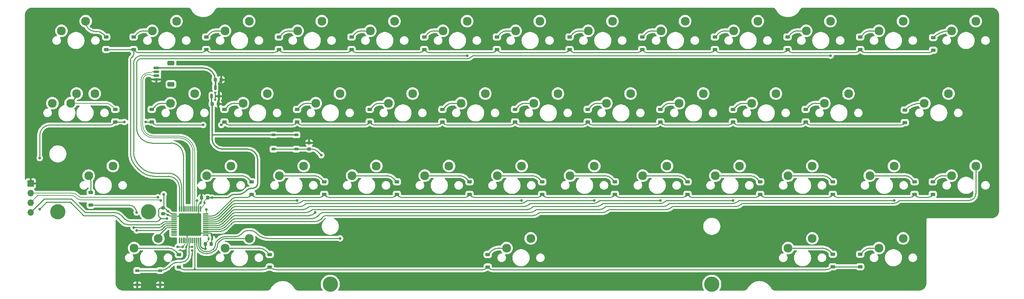
<source format=gbr>
%TF.GenerationSoftware,KiCad,Pcbnew,8.0.4*%
%TF.CreationDate,2024-08-28T19:47:30+05:30*%
%TF.ProjectId,kalam,6b616c61-6d2e-46b6-9963-61645f706362,rev?*%
%TF.SameCoordinates,Original*%
%TF.FileFunction,Copper,L2,Bot*%
%TF.FilePolarity,Positive*%
%FSLAX46Y46*%
G04 Gerber Fmt 4.6, Leading zero omitted, Abs format (unit mm)*
G04 Created by KiCad (PCBNEW 8.0.4) date 2024-08-28 19:47:30*
%MOMM*%
%LPD*%
G01*
G04 APERTURE LIST*
G04 Aperture macros list*
%AMRoundRect*
0 Rectangle with rounded corners*
0 $1 Rounding radius*
0 $2 $3 $4 $5 $6 $7 $8 $9 X,Y pos of 4 corners*
0 Add a 4 corners polygon primitive as box body*
4,1,4,$2,$3,$4,$5,$6,$7,$8,$9,$2,$3,0*
0 Add four circle primitives for the rounded corners*
1,1,$1+$1,$2,$3*
1,1,$1+$1,$4,$5*
1,1,$1+$1,$6,$7*
1,1,$1+$1,$8,$9*
0 Add four rect primitives between the rounded corners*
20,1,$1+$1,$2,$3,$4,$5,0*
20,1,$1+$1,$4,$5,$6,$7,0*
20,1,$1+$1,$6,$7,$8,$9,0*
20,1,$1+$1,$8,$9,$2,$3,0*%
G04 Aperture macros list end*
%TA.AperFunction,ComponentPad*%
%ADD10C,2.300000*%
%TD*%
%TA.AperFunction,ComponentPad*%
%ADD11C,4.000000*%
%TD*%
%TA.AperFunction,SMDPad,CuDef*%
%ADD12RoundRect,0.140000X0.140000X0.170000X-0.140000X0.170000X-0.140000X-0.170000X0.140000X-0.170000X0*%
%TD*%
%TA.AperFunction,SMDPad,CuDef*%
%ADD13RoundRect,0.225000X0.375000X-0.225000X0.375000X0.225000X-0.375000X0.225000X-0.375000X-0.225000X0*%
%TD*%
%TA.AperFunction,SMDPad,CuDef*%
%ADD14R,1.000000X0.750000*%
%TD*%
%TA.AperFunction,SMDPad,CuDef*%
%ADD15RoundRect,0.225000X-0.225000X-0.250000X0.225000X-0.250000X0.225000X0.250000X-0.225000X0.250000X0*%
%TD*%
%TA.AperFunction,SMDPad,CuDef*%
%ADD16RoundRect,0.200000X0.275000X-0.200000X0.275000X0.200000X-0.275000X0.200000X-0.275000X-0.200000X0*%
%TD*%
%TA.AperFunction,SMDPad,CuDef*%
%ADD17RoundRect,0.140000X-0.170000X0.140000X-0.170000X-0.140000X0.170000X-0.140000X0.170000X0.140000X0*%
%TD*%
%TA.AperFunction,SMDPad,CuDef*%
%ADD18RoundRect,0.140000X-0.140000X-0.170000X0.140000X-0.170000X0.140000X0.170000X-0.140000X0.170000X0*%
%TD*%
%TA.AperFunction,SMDPad,CuDef*%
%ADD19RoundRect,0.140000X0.170000X-0.140000X0.170000X0.140000X-0.170000X0.140000X-0.170000X-0.140000X0*%
%TD*%
%TA.AperFunction,SMDPad,CuDef*%
%ADD20RoundRect,0.225000X-0.250000X0.225000X-0.250000X-0.225000X0.250000X-0.225000X0.250000X0.225000X0*%
%TD*%
%TA.AperFunction,SMDPad,CuDef*%
%ADD21RoundRect,0.150000X-0.625000X0.150000X-0.625000X-0.150000X0.625000X-0.150000X0.625000X0.150000X0*%
%TD*%
%TA.AperFunction,SMDPad,CuDef*%
%ADD22RoundRect,0.250000X-0.650000X0.350000X-0.650000X-0.350000X0.650000X-0.350000X0.650000X0.350000X0*%
%TD*%
%TA.AperFunction,SMDPad,CuDef*%
%ADD23RoundRect,0.225000X0.225000X0.250000X-0.225000X0.250000X-0.225000X-0.250000X0.225000X-0.250000X0*%
%TD*%
%TA.AperFunction,SMDPad,CuDef*%
%ADD24RoundRect,0.075000X0.075000X-0.662500X0.075000X0.662500X-0.075000X0.662500X-0.075000X-0.662500X0*%
%TD*%
%TA.AperFunction,SMDPad,CuDef*%
%ADD25RoundRect,0.075000X0.662500X-0.075000X0.662500X0.075000X-0.662500X0.075000X-0.662500X-0.075000X0*%
%TD*%
%TA.AperFunction,ComponentPad*%
%ADD26R,1.700000X1.700000*%
%TD*%
%TA.AperFunction,ComponentPad*%
%ADD27O,1.700000X1.700000*%
%TD*%
%TA.AperFunction,SMDPad,CuDef*%
%ADD28RoundRect,0.150000X0.150000X-0.512500X0.150000X0.512500X-0.150000X0.512500X-0.150000X-0.512500X0*%
%TD*%
%TA.AperFunction,ViaPad*%
%ADD29C,0.700000*%
%TD*%
%TA.AperFunction,Conductor*%
%ADD30C,0.250000*%
%TD*%
%TA.AperFunction,Conductor*%
%ADD31C,0.200000*%
%TD*%
%TA.AperFunction,Conductor*%
%ADD32C,0.300000*%
%TD*%
%TA.AperFunction,Conductor*%
%ADD33C,0.400000*%
%TD*%
G04 APERTURE END LIST*
D10*
%TO.P,MX15,1,1*%
%TO.N,col0*%
X20597802Y-38536538D03*
%TO.P,MX15,2,2*%
%TO.N,Net-(D14-A)*%
X26947802Y-35996538D03*
%TD*%
%TO.P,MX7,1,1*%
%TO.N,Net-(D7-A)*%
X142041552Y-19486538D03*
%TO.P,MX7,2,2*%
%TO.N,col6*%
X148391552Y-16946538D03*
%TD*%
%TO.P,MX22,1,1*%
%TO.N,Net-(D21-A)*%
X165854052Y-38536538D03*
%TO.P,MX22,2,2*%
%TO.N,col7*%
X172204052Y-35996538D03*
%TD*%
%TO.P,MX30,1,1*%
%TO.N,Net-(D27-A)*%
X30122796Y-57586506D03*
%TO.P,MX30,2,2*%
%TO.N,col0*%
X36472796Y-55046506D03*
%TD*%
D11*
%TO.P,S2,*%
%TO.N,*%
X45839046Y-67111506D03*
X22026546Y-67111506D03*
%TD*%
D10*
%TO.P,MX1,1,1*%
%TO.N,col0*%
X22979052Y-19486538D03*
%TO.P,MX1,2,2*%
%TO.N,Net-(D1-A)*%
X29329052Y-16946538D03*
%TD*%
%TO.P,MX41,1,1*%
%TO.N,Net-(D38-A)*%
X234910098Y-57586538D03*
%TO.P,MX41,2,2*%
%TO.N,col11*%
X241260098Y-55046538D03*
%TD*%
%TO.P,MX4,1,1*%
%TO.N,Net-(D4-A)*%
X84891552Y-19486538D03*
%TO.P,MX4,2,2*%
%TO.N,col3*%
X91241552Y-16946538D03*
%TD*%
%TO.P,MX34,1,1*%
%TO.N,Net-(D31-A)*%
X99179052Y-57586538D03*
%TO.P,MX34,2,2*%
%TO.N,col4*%
X105529052Y-55046538D03*
%TD*%
%TO.P,MX9,1,1*%
%TO.N,Net-(D9-A)*%
X180141552Y-19486538D03*
%TO.P,MX9,2,2*%
%TO.N,col8*%
X186491552Y-16946538D03*
%TD*%
%TO.P,MX36,1,1*%
%TO.N,Net-(D33-A)*%
X137279052Y-57586538D03*
%TO.P,MX36,2,2*%
%TO.N,col6*%
X143629052Y-55046538D03*
%TD*%
%TO.P,MX14,1,1*%
%TO.N,Net-(D14-A)*%
X25360302Y-38536538D03*
%TO.P,MX14,2,2*%
%TO.N,col0*%
X31710302Y-35996538D03*
%TD*%
%TO.P,MX11,1,1*%
%TO.N,Net-(D11-A)*%
X218241552Y-19486538D03*
%TO.P,MX11,2,2*%
%TO.N,col10*%
X224591552Y-16946538D03*
%TD*%
%TO.P,MX10,1,1*%
%TO.N,Net-(D10-A)*%
X199191552Y-19486538D03*
%TO.P,MX10,2,2*%
%TO.N,col9*%
X205541552Y-16946538D03*
%TD*%
%TO.P,MX8,1,1*%
%TO.N,Net-(D8-A)*%
X161091552Y-19486538D03*
%TO.P,MX8,2,2*%
%TO.N,col7*%
X167441552Y-16946538D03*
%TD*%
%TO.P,MX20,1,1*%
%TO.N,Net-(D19-A)*%
X127754052Y-38536538D03*
%TO.P,MX20,2,2*%
%TO.N,col5*%
X134104052Y-35996538D03*
%TD*%
%TO.P,MX52,1,1*%
%TO.N,Net-(D47-A)*%
X213479052Y-76636538D03*
%TO.P,MX52,2,2*%
%TO.N,col10*%
X219829052Y-74096538D03*
%TD*%
%TO.P,MX44,1,1*%
%TO.N,Net-(D41-A)*%
X65841552Y-76636538D03*
%TO.P,MX44,2,2*%
%TO.N,col2*%
X72191552Y-74096538D03*
%TD*%
%TO.P,MX16,1,1*%
%TO.N,Net-(D15-A)*%
X51554052Y-38536538D03*
%TO.P,MX16,2,2*%
%TO.N,col1*%
X57904052Y-35996538D03*
%TD*%
%TO.P,MX32,1,1*%
%TO.N,Net-(D29-A)*%
X61079052Y-57586538D03*
%TO.P,MX32,2,2*%
%TO.N,col2*%
X67429052Y-55046538D03*
%TD*%
%TO.P,MX40,1,1*%
%TO.N,Net-(D37-A)*%
X213479052Y-57586538D03*
%TO.P,MX40,2,2*%
%TO.N,col10*%
X219829052Y-55046538D03*
%TD*%
%TO.P,MX23,1,1*%
%TO.N,Net-(D22-A)*%
X184904052Y-38536538D03*
%TO.P,MX23,2,2*%
%TO.N,col8*%
X191254052Y-35996538D03*
%TD*%
%TO.P,MX37,1,1*%
%TO.N,Net-(D34-A)*%
X156329052Y-57586538D03*
%TO.P,MX37,2,2*%
%TO.N,col7*%
X162679052Y-55046538D03*
%TD*%
%TO.P,MX38,1,1*%
%TO.N,Net-(D35-A)*%
X175379052Y-57586538D03*
%TO.P,MX38,2,2*%
%TO.N,col8*%
X181729052Y-55046538D03*
%TD*%
%TO.P,MX27,1,1*%
%TO.N,Net-(D26-A)*%
X249197586Y-38536538D03*
%TO.P,MX27,2,2*%
%TO.N,col12*%
X255547586Y-35996538D03*
%TD*%
%TO.P,MX18,1,1*%
%TO.N,Net-(D17-A)*%
X89654052Y-38536538D03*
%TO.P,MX18,2,2*%
%TO.N,col3*%
X96004052Y-35996538D03*
%TD*%
%TO.P,MX17,1,1*%
%TO.N,Net-(D16-A)*%
X70604052Y-38536538D03*
%TO.P,MX17,2,2*%
%TO.N,col2*%
X76954052Y-35996538D03*
%TD*%
%TO.P,MX19,1,1*%
%TO.N,Net-(D18-A)*%
X108704052Y-38536538D03*
%TO.P,MX19,2,2*%
%TO.N,col4*%
X115054052Y-35996538D03*
%TD*%
%TO.P,MX3,1,1*%
%TO.N,Net-(D3-A)*%
X65841552Y-19486538D03*
%TO.P,MX3,2,2*%
%TO.N,col2*%
X72191552Y-16946538D03*
%TD*%
%TO.P,MX39,1,1*%
%TO.N,Net-(D36-A)*%
X194429052Y-57586538D03*
%TO.P,MX39,2,2*%
%TO.N,col9*%
X200779052Y-55046538D03*
%TD*%
%TO.P,MX6,1,1*%
%TO.N,Net-(D6-A)*%
X122991552Y-19486538D03*
%TO.P,MX6,2,2*%
%TO.N,col5*%
X129341552Y-16946538D03*
%TD*%
%TO.P,MX13,1,1*%
%TO.N,Net-(D13-A)*%
X256341330Y-19486538D03*
%TO.P,MX13,2,2*%
%TO.N,col12*%
X262691330Y-16946538D03*
%TD*%
%TO.P,MX53,1,1*%
%TO.N,Net-(D48-A)*%
X237291552Y-76636538D03*
%TO.P,MX53,2,2*%
%TO.N,col11*%
X243641552Y-74096538D03*
%TD*%
%TO.P,MX21,1,1*%
%TO.N,Net-(D20-A)*%
X146804052Y-38536538D03*
%TO.P,MX21,2,2*%
%TO.N,col6*%
X153154052Y-35996538D03*
%TD*%
%TO.P,MX5,1,1*%
%TO.N,Net-(D5-A)*%
X103941552Y-19486538D03*
%TO.P,MX5,2,2*%
%TO.N,col4*%
X110291552Y-16946538D03*
%TD*%
D11*
%TO.P,S1,*%
%TO.N,*%
X193476454Y-86161489D03*
X93463954Y-86161489D03*
%TD*%
D10*
%TO.P,MX33,1,1*%
%TO.N,Net-(D30-A)*%
X80129052Y-57586538D03*
%TO.P,MX33,2,2*%
%TO.N,col3*%
X86479052Y-55046538D03*
%TD*%
%TO.P,MX35,1,1*%
%TO.N,Net-(D32-A)*%
X118229052Y-57586538D03*
%TO.P,MX35,2,2*%
%TO.N,col5*%
X124579052Y-55046538D03*
%TD*%
%TO.P,MX25,1,1*%
%TO.N,Net-(D24-A)*%
X223004052Y-38536538D03*
%TO.P,MX25,2,2*%
%TO.N,col10*%
X229354052Y-35996538D03*
%TD*%
%TO.P,MX2,1,1*%
%TO.N,Net-(D2-A)*%
X46791552Y-19486538D03*
%TO.P,MX2,2,2*%
%TO.N,col1*%
X53141552Y-16946538D03*
%TD*%
%TO.P,MX43,1,1*%
%TO.N,Net-(D40-A)*%
X42029052Y-76636538D03*
%TO.P,MX43,2,2*%
%TO.N,col1*%
X48379052Y-74096538D03*
%TD*%
%TO.P,MX48,1,1*%
%TO.N,Net-(D44-A)*%
X139660302Y-76636538D03*
%TO.P,MX48,2,2*%
%TO.N,col6*%
X146010302Y-74096538D03*
%TD*%
%TO.P,MX42,1,1*%
%TO.N,Net-(D39-A)*%
X256341330Y-57586538D03*
%TO.P,MX42,2,2*%
%TO.N,col12*%
X262691330Y-55046538D03*
%TD*%
%TO.P,MX24,1,1*%
%TO.N,Net-(D23-A)*%
X203954052Y-38536538D03*
%TO.P,MX24,2,2*%
%TO.N,col9*%
X210304052Y-35996538D03*
%TD*%
%TO.P,MX12,1,1*%
%TO.N,Net-(D12-A)*%
X237291552Y-19486538D03*
%TO.P,MX12,2,2*%
%TO.N,col11*%
X243641552Y-16946538D03*
%TD*%
D12*
%TO.P,C6,1*%
%TO.N,+3V3*%
X60419052Y-64705537D03*
%TO.P,C6,2*%
%TO.N,GND*%
X59459052Y-64705537D03*
%TD*%
D13*
%TO.P,D5,1,K*%
%TO.N,row0*%
X99020302Y-24407788D03*
%TO.P,D5,2,A*%
%TO.N,Net-(D5-A)*%
X99020302Y-21107788D03*
%TD*%
%TO.P,D4,1,K*%
%TO.N,row0*%
X79970302Y-24407788D03*
%TO.P,D4,2,A*%
%TO.N,Net-(D4-A)*%
X79970302Y-21107788D03*
%TD*%
D14*
%TO.P,SW1,1,1*%
%TO.N,BOOT*%
X78557802Y-50601538D03*
X84557802Y-50601538D03*
%TO.P,SW1,2,2*%
%TO.N,+3V3*%
X78557802Y-46851538D03*
X84557802Y-46851538D03*
%TD*%
%TO.P,SW2,1,1*%
%TO.N,GND*%
X42839052Y-86320288D03*
X48839052Y-86320288D03*
%TO.P,SW2,2,2*%
%TO.N,RST*%
X42839052Y-82570288D03*
X48839052Y-82570288D03*
%TD*%
D13*
%TO.P,D19,1,K*%
%TO.N,row1*%
X122832802Y-43457788D03*
%TO.P,D19,2,A*%
%TO.N,Net-(D19-A)*%
X122832802Y-40157788D03*
%TD*%
D15*
%TO.P,C9,1*%
%TO.N,+3V3*%
X62526552Y-38695288D03*
%TO.P,C9,2*%
%TO.N,GND*%
X64076552Y-38695288D03*
%TD*%
D16*
%TO.P,R1,1*%
%TO.N,BOOT*%
X87907802Y-50601538D03*
%TO.P,R1,2*%
%TO.N,GND*%
X87907802Y-48951538D03*
%TD*%
D17*
%TO.P,C4,1*%
%TO.N,+3V3*%
X50914052Y-66947898D03*
%TO.P,C4,2*%
%TO.N,GND*%
X50914052Y-67907898D03*
%TD*%
D13*
%TO.P,D47,1,K*%
%TO.N,row3*%
X225226552Y-81557788D03*
%TO.P,D47,2,A*%
%TO.N,Net-(D47-A)*%
X225226552Y-78257788D03*
%TD*%
%TO.P,D15,1,K*%
%TO.N,row1*%
X46632802Y-43457788D03*
%TO.P,D15,2,A*%
%TO.N,Net-(D15-A)*%
X46632802Y-40157788D03*
%TD*%
D18*
%TO.P,C1,1*%
%TO.N,+3V3*%
X61559052Y-74214038D03*
%TO.P,C1,2*%
%TO.N,GND*%
X62519052Y-74214038D03*
%TD*%
D13*
%TO.P,D13,1,K*%
%TO.N,row0*%
X251519306Y-24569488D03*
%TO.P,D13,2,A*%
%TO.N,Net-(D13-A)*%
X251519306Y-21269488D03*
%TD*%
%TO.P,D48,1,K*%
%TO.N,row3*%
X232370302Y-81557788D03*
%TO.P,D48,2,A*%
%TO.N,Net-(D48-A)*%
X232370302Y-78257788D03*
%TD*%
%TO.P,D12,1,K*%
%TO.N,row0*%
X232370302Y-24407788D03*
%TO.P,D12,2,A*%
%TO.N,Net-(D12-A)*%
X232370302Y-21107788D03*
%TD*%
%TO.P,D18,1,K*%
%TO.N,row1*%
X103782802Y-43457788D03*
%TO.P,D18,2,A*%
%TO.N,Net-(D18-A)*%
X103782802Y-40157788D03*
%TD*%
D19*
%TO.P,C10,1*%
%TO.N,GND*%
X57269052Y-77244038D03*
%TO.P,C10,2*%
%TO.N,RST*%
X57269052Y-76284038D03*
%TD*%
D20*
%TO.P,C5,1*%
%TO.N,+3V3*%
X49579726Y-66087213D03*
%TO.P,C5,2*%
%TO.N,GND*%
X49579726Y-67637213D03*
%TD*%
D13*
%TO.P,D23,1,K*%
%TO.N,row1*%
X199032802Y-43457788D03*
%TO.P,D23,2,A*%
%TO.N,Net-(D23-A)*%
X199032802Y-40157788D03*
%TD*%
%TO.P,D41,1,K*%
%TO.N,row3*%
X77589052Y-81620288D03*
%TO.P,D41,2,A*%
%TO.N,Net-(D41-A)*%
X77589052Y-78320288D03*
%TD*%
D15*
%TO.P,C3,1*%
%TO.N,+3V3*%
X60689052Y-75539038D03*
%TO.P,C3,2*%
%TO.N,GND*%
X62239052Y-75539038D03*
%TD*%
D13*
%TO.P,D39,1,K*%
%TO.N,row2_r*%
X251420080Y-62507788D03*
%TO.P,D39,2,A*%
%TO.N,Net-(D39-A)*%
X251420080Y-59207788D03*
%TD*%
%TO.P,D24,1,K*%
%TO.N,row1*%
X218082802Y-43457788D03*
%TO.P,D24,2,A*%
%TO.N,Net-(D24-A)*%
X218082802Y-40157788D03*
%TD*%
%TO.P,D8,1,K*%
%TO.N,row0*%
X156170302Y-24407788D03*
%TO.P,D8,2,A*%
%TO.N,Net-(D8-A)*%
X156170302Y-21107788D03*
%TD*%
%TO.P,D9,1,K*%
%TO.N,row0*%
X175220302Y-24407788D03*
%TO.P,D9,2,A*%
%TO.N,Net-(D9-A)*%
X175220302Y-21107788D03*
%TD*%
%TO.P,D37,1,K*%
%TO.N,row2_r*%
X225226552Y-62507788D03*
%TO.P,D37,2,A*%
%TO.N,Net-(D37-A)*%
X225226552Y-59207788D03*
%TD*%
%TO.P,D3,1,K*%
%TO.N,row0*%
X60920302Y-24407788D03*
%TO.P,D3,2,A*%
%TO.N,Net-(D3-A)*%
X60920302Y-21107788D03*
%TD*%
%TO.P,D40,1,K*%
%TO.N,row3*%
X53776552Y-81620288D03*
%TO.P,D40,2,A*%
%TO.N,Net-(D40-A)*%
X53776552Y-78320288D03*
%TD*%
%TO.P,D36,1,K*%
%TO.N,row2_r*%
X206176552Y-62507788D03*
%TO.P,D36,2,A*%
%TO.N,Net-(D36-A)*%
X206176552Y-59207788D03*
%TD*%
%TO.P,D27,1,K*%
%TO.N,row2_l*%
X30658580Y-65348378D03*
%TO.P,D27,2,A*%
%TO.N,Net-(D27-A)*%
X30658580Y-62048378D03*
%TD*%
%TO.P,D10,1,K*%
%TO.N,row0*%
X194270302Y-24407788D03*
%TO.P,D10,2,A*%
%TO.N,Net-(D10-A)*%
X194270302Y-21107788D03*
%TD*%
%TO.P,D1,1,K*%
%TO.N,row0*%
X34726552Y-24407788D03*
%TO.P,D1,2,A*%
%TO.N,Net-(D1-A)*%
X34726552Y-21107788D03*
%TD*%
%TO.P,D34,1,K*%
%TO.N,row2_r*%
X168076552Y-62507788D03*
%TO.P,D34,2,A*%
%TO.N,Net-(D34-A)*%
X168076552Y-59207788D03*
%TD*%
%TO.P,D20,1,K*%
%TO.N,row1*%
X141882802Y-43457788D03*
%TO.P,D20,2,A*%
%TO.N,Net-(D20-A)*%
X141882802Y-40157788D03*
%TD*%
D21*
%TO.P,J1,1,Pin_1*%
%TO.N,+5V*%
X47807802Y-29257788D03*
%TO.P,J1,2,Pin_2*%
%TO.N,D-*%
X47807802Y-30257788D03*
%TO.P,J1,3,Pin_3*%
%TO.N,D+*%
X47807802Y-31257788D03*
%TO.P,J1,4,Pin_4*%
%TO.N,GND*%
X47807802Y-32257788D03*
D22*
%TO.P,J1,MP*%
%TO.N,N/C*%
X51682802Y-27957788D03*
X51682802Y-33557788D03*
%TD*%
D13*
%TO.P,D33,1,K*%
%TO.N,row2_r*%
X149026552Y-62507788D03*
%TO.P,D33,2,A*%
%TO.N,Net-(D33-A)*%
X149026552Y-59207788D03*
%TD*%
D18*
%TO.P,C2,1*%
%TO.N,+3V3*%
X54784052Y-76314038D03*
%TO.P,C2,2*%
%TO.N,GND*%
X55744052Y-76314038D03*
%TD*%
D13*
%TO.P,D22,1,K*%
%TO.N,row1*%
X179982802Y-43457788D03*
%TO.P,D22,2,A*%
%TO.N,Net-(D22-A)*%
X179982802Y-40157788D03*
%TD*%
%TO.P,D2,1,K*%
%TO.N,row0*%
X41870302Y-24407788D03*
%TO.P,D2,2,A*%
%TO.N,Net-(D2-A)*%
X41870302Y-21107788D03*
%TD*%
%TO.P,D30,1,K*%
%TO.N,row2_r*%
X91876552Y-62507788D03*
%TO.P,D30,2,A*%
%TO.N,Net-(D30-A)*%
X91876552Y-59207788D03*
%TD*%
%TO.P,D21,1,K*%
%TO.N,row1*%
X160932802Y-43457788D03*
%TO.P,D21,2,A*%
%TO.N,Net-(D21-A)*%
X160932802Y-40157788D03*
%TD*%
%TO.P,D29,1,K*%
%TO.N,row2_r*%
X72826552Y-62507788D03*
%TO.P,D29,2,A*%
%TO.N,Net-(D29-A)*%
X72826552Y-59207788D03*
%TD*%
%TO.P,D35,1,K*%
%TO.N,row2_r*%
X187126552Y-62507788D03*
%TO.P,D35,2,A*%
%TO.N,Net-(D35-A)*%
X187126552Y-59207788D03*
%TD*%
D23*
%TO.P,C7,1*%
%TO.N,+3V3*%
X61264052Y-63389038D03*
%TO.P,C7,2*%
%TO.N,GND*%
X59714052Y-63389038D03*
%TD*%
D13*
%TO.P,D14,1,K*%
%TO.N,row1*%
X37107802Y-43457788D03*
%TO.P,D14,2,A*%
%TO.N,Net-(D14-A)*%
X37107802Y-40157788D03*
%TD*%
%TO.P,D17,1,K*%
%TO.N,row1*%
X84732802Y-43457788D03*
%TO.P,D17,2,A*%
%TO.N,Net-(D17-A)*%
X84732802Y-40157788D03*
%TD*%
%TO.P,D6,1,K*%
%TO.N,row0*%
X118070302Y-24407788D03*
%TO.P,D6,2,A*%
%TO.N,Net-(D6-A)*%
X118070302Y-21107788D03*
%TD*%
%TO.P,D7,1,K*%
%TO.N,row0*%
X137120302Y-24407788D03*
%TO.P,D7,2,A*%
%TO.N,Net-(D7-A)*%
X137120302Y-21107788D03*
%TD*%
%TO.P,D26,1,K*%
%TO.N,row1*%
X244077906Y-43619472D03*
%TO.P,D26,2,A*%
%TO.N,Net-(D26-A)*%
X244077906Y-40319472D03*
%TD*%
%TO.P,D38,1,K*%
%TO.N,row2_r*%
X246657598Y-62507788D03*
%TO.P,D38,2,A*%
%TO.N,Net-(D38-A)*%
X246657598Y-59207788D03*
%TD*%
D24*
%TO.P,U2,1,VBAT*%
%TO.N,+3V3*%
X59414052Y-74626538D03*
%TO.P,U2,2,PC13*%
%TO.N,col4*%
X58914052Y-74626538D03*
%TO.P,U2,3,PC14*%
%TO.N,col2*%
X58414052Y-74626538D03*
%TO.P,U2,4,PC15*%
%TO.N,row3*%
X57914052Y-74626538D03*
%TO.P,U2,5,PF0*%
%TO.N,unconnected-(U2-PF0-Pad5)*%
X57414052Y-74626538D03*
%TO.P,U2,6,PF1*%
%TO.N,unconnected-(U2-PF1-Pad6)*%
X56914052Y-74626538D03*
%TO.P,U2,7,NRST*%
%TO.N,RST*%
X56414052Y-74626538D03*
%TO.P,U2,8,VSSA*%
%TO.N,GND*%
X55914052Y-74626538D03*
%TO.P,U2,9,VDDA*%
%TO.N,+3V3*%
X55414052Y-74626538D03*
%TO.P,U2,10,PA0*%
%TO.N,unconnected-(U2-PA0-Pad10)*%
X54914052Y-74626538D03*
%TO.P,U2,11,PA1*%
%TO.N,unconnected-(U2-PA1-Pad11)*%
X54414052Y-74626538D03*
%TO.P,U2,12,PA2*%
%TO.N,unconnected-(U2-PA2-Pad12)*%
X53914052Y-74626538D03*
D25*
%TO.P,U2,13,PA3*%
%TO.N,unconnected-(U2-PA3-Pad13)*%
X52501552Y-73214038D03*
%TO.P,U2,14,PA4*%
%TO.N,unconnected-(U2-PA4-Pad14)*%
X52501552Y-72714038D03*
%TO.P,U2,15,PA5*%
%TO.N,unconnected-(U2-PA5-Pad15)*%
X52501552Y-72214038D03*
%TO.P,U2,16,PA6*%
%TO.N,unconnected-(U2-PA6-Pad16)*%
X52501552Y-71714038D03*
%TO.P,U2,17,PA7*%
%TO.N,col1*%
X52501552Y-71214038D03*
%TO.P,U2,18,PB0*%
%TO.N,row2_l*%
X52501552Y-70714038D03*
%TO.P,U2,19,PB1*%
%TO.N,col0*%
X52501552Y-70214038D03*
%TO.P,U2,20,PB2*%
%TO.N,row1*%
X52501552Y-69714038D03*
%TO.P,U2,21,PB10*%
%TO.N,unconnected-(U2-PB10-Pad21)*%
X52501552Y-69214038D03*
%TO.P,U2,22,PB11*%
%TO.N,unconnected-(U2-PB11-Pad22)*%
X52501552Y-68714038D03*
%TO.P,U2,23,VSS*%
%TO.N,GND*%
X52501552Y-68214038D03*
%TO.P,U2,24,VDD*%
%TO.N,+3V3*%
X52501552Y-67714038D03*
D24*
%TO.P,U2,25,PB12*%
%TO.N,row0*%
X53914052Y-66301538D03*
%TO.P,U2,26,PB13*%
%TO.N,col5*%
X54414052Y-66301538D03*
%TO.P,U2,27,PB14*%
%TO.N,col10*%
X54914052Y-66301538D03*
%TO.P,U2,28,PB15*%
%TO.N,unconnected-(U2-PB15-Pad28)*%
X55414052Y-66301538D03*
%TO.P,U2,29,PA8*%
%TO.N,unconnected-(U2-PA8-Pad29)*%
X55914052Y-66301538D03*
%TO.P,U2,30,PA9*%
%TO.N,unconnected-(U2-PA9-Pad30)*%
X56414052Y-66301538D03*
%TO.P,U2,31,PA10*%
%TO.N,unconnected-(U2-PA10-Pad31)*%
X56914052Y-66301538D03*
%TO.P,U2,32,PA11*%
%TO.N,D-*%
X57414052Y-66301538D03*
%TO.P,U2,33,PA12*%
%TO.N,D+*%
X57914052Y-66301538D03*
%TO.P,U2,34,PA13*%
%TO.N,SWDIO*%
X58414052Y-66301538D03*
%TO.P,U2,35,VSS*%
%TO.N,GND*%
X58914052Y-66301538D03*
%TO.P,U2,36,VDDIO2*%
%TO.N,+3V3*%
X59414052Y-66301538D03*
D25*
%TO.P,U2,37,PA14*%
%TO.N,SWDCLK*%
X60826552Y-67714038D03*
%TO.P,U2,38,PA15*%
%TO.N,row2_r*%
X60826552Y-68214038D03*
%TO.P,U2,39,PB3*%
%TO.N,col3*%
X60826552Y-68714038D03*
%TO.P,U2,40,PB4*%
%TO.N,col6*%
X60826552Y-69214038D03*
%TO.P,U2,41,PB5*%
%TO.N,col7*%
X60826552Y-69714038D03*
%TO.P,U2,42,PB6*%
%TO.N,col8*%
X60826552Y-70214038D03*
%TO.P,U2,43,PB7*%
%TO.N,col9*%
X60826552Y-70714038D03*
%TO.P,U2,44,BOOT0*%
%TO.N,BOOT*%
X60826552Y-71214038D03*
%TO.P,U2,45,PB8*%
%TO.N,col11*%
X60826552Y-71714038D03*
%TO.P,U2,46,PB9*%
%TO.N,col12*%
X60826552Y-72214038D03*
%TO.P,U2,47,VSS*%
%TO.N,GND*%
X60826552Y-72714038D03*
%TO.P,U2,48,VDD*%
%TO.N,+3V3*%
X60826552Y-73214038D03*
%TD*%
D13*
%TO.P,D31,1,K*%
%TO.N,row2_r*%
X110926552Y-62507788D03*
%TO.P,D31,2,A*%
%TO.N,Net-(D31-A)*%
X110926552Y-59207788D03*
%TD*%
%TO.P,D11,1,K*%
%TO.N,row0*%
X213320302Y-24407788D03*
%TO.P,D11,2,A*%
%TO.N,Net-(D11-A)*%
X213320302Y-21107788D03*
%TD*%
D15*
%TO.P,C8,1*%
%TO.N,+5V*%
X63301552Y-32345288D03*
%TO.P,C8,2*%
%TO.N,GND*%
X64851552Y-32345288D03*
%TD*%
D26*
%TO.P,J2,1,Pin_1*%
%TO.N,GND*%
X14882802Y-59650288D03*
D27*
%TO.P,J2,2,Pin_2*%
%TO.N,SWDCLK*%
X14882802Y-62190288D03*
%TO.P,J2,3,Pin_3*%
%TO.N,SWDIO*%
X14882802Y-64730288D03*
%TO.P,J2,4,Pin_4*%
%TO.N,+3V3*%
X14882802Y-67270288D03*
%TD*%
D13*
%TO.P,D16,1,K*%
%TO.N,row1*%
X65682802Y-43457788D03*
%TO.P,D16,2,A*%
%TO.N,Net-(D16-A)*%
X65682802Y-40157788D03*
%TD*%
%TO.P,D32,1,K*%
%TO.N,row2_r*%
X129976552Y-62507788D03*
%TO.P,D32,2,A*%
%TO.N,Net-(D32-A)*%
X129976552Y-59207788D03*
%TD*%
D28*
%TO.P,U1,1,GND*%
%TO.N,GND*%
X64251552Y-36657788D03*
%TO.P,U1,2,VO*%
%TO.N,+3V3*%
X62351552Y-36657788D03*
%TO.P,U1,3,VI*%
%TO.N,+5V*%
X63301552Y-34382788D03*
%TD*%
D13*
%TO.P,D44,1,K*%
%TO.N,row3*%
X134739052Y-81620288D03*
%TO.P,D44,2,A*%
%TO.N,Net-(D44-A)*%
X134739052Y-78320288D03*
%TD*%
D29*
%TO.N,col11*%
X241260098Y-64095288D03*
%TO.N,row1*%
X39489052Y-43457788D03*
X17264052Y-52982788D03*
X17264060Y-66377282D03*
X60126552Y-44251538D03*
X64889052Y-44251538D03*
X45045302Y-43457788D03*
%TO.N,col0*%
X41870302Y-71239038D03*
%TO.N,col3*%
X84732802Y-64095288D03*
%TO.N,col4*%
X96004052Y-74096538D03*
%TO.N,col5*%
X129341552Y-25995288D03*
%TO.N,col6*%
X143629052Y-64095288D03*
%TO.N,col7*%
X162679052Y-64095288D03*
%TO.N,col8*%
X179982802Y-64095288D03*
%TO.N,col9*%
X199032802Y-64095288D03*
%TO.N,col10*%
X224591552Y-25995288D03*
%TO.N,GND*%
X40282802Y-68064038D03*
X56554718Y-80367224D03*
X87907802Y-47426538D03*
X56169052Y-60789038D03*
X45839052Y-33932788D03*
X55429052Y-49619038D03*
X56664052Y-70464038D03*
X63589052Y-73339038D03*
%TO.N,+3V3*%
X49807802Y-62507788D03*
X53459052Y-76314038D03*
X50601552Y-68857788D03*
X60689052Y-76789038D03*
X62507802Y-63389038D03*
%TO.N,SWDIO*%
X58539052Y-64095288D03*
X49014052Y-64095288D03*
%TO.N,SWDCLK*%
X60920302Y-66476538D03*
X48220302Y-63301538D03*
%TO.N,BOOT*%
X89495302Y-67270288D03*
X91082802Y-52189038D03*
%TO.N,row2_l*%
X42664052Y-67270288D03*
X42664052Y-72032788D03*
%TD*%
D30*
%TO.N,Net-(D1-A)*%
X32264052Y-19645288D02*
X31757802Y-19645288D01*
X30036158Y-18923644D02*
X30050695Y-18938181D01*
X33971158Y-20352394D02*
X34726552Y-21107788D01*
X31757802Y-19645288D02*
G75*
G02*
X30050699Y-18938176I-2J2414188D01*
G01*
X30036158Y-18923644D02*
G75*
G02*
X29329035Y-17216538I1707142J1707144D01*
G01*
X32264052Y-19645288D02*
G75*
G02*
X33971181Y-20352370I48J-2414212D01*
G01*
%TO.N,Net-(D2-A)*%
X42784445Y-20193644D02*
X41870302Y-21107788D01*
X44491552Y-19486538D02*
X46791552Y-19486538D01*
X44491552Y-19486538D02*
G75*
G03*
X42784409Y-20193608I-52J-2414262D01*
G01*
%TO.N,Net-(D3-A)*%
X61834445Y-20193644D02*
X60920302Y-21107788D01*
X63541552Y-19486538D02*
X65841552Y-19486538D01*
X63541552Y-19486538D02*
G75*
G03*
X61834409Y-20193608I-52J-2414262D01*
G01*
%TO.N,Net-(D4-A)*%
X80884445Y-20193644D02*
X79970302Y-21107788D01*
X82591552Y-19486538D02*
X84891552Y-19486538D01*
X82591552Y-19486538D02*
G75*
G03*
X80884409Y-20193608I-52J-2414262D01*
G01*
%TO.N,Net-(D5-A)*%
X99934445Y-20193644D02*
X99020302Y-21107788D01*
X101641552Y-19486538D02*
X103941552Y-19486538D01*
X101641552Y-19486538D02*
G75*
G03*
X99934409Y-20193608I-52J-2414262D01*
G01*
%TO.N,Net-(D6-A)*%
X120691552Y-19486538D02*
X122991552Y-19486538D01*
X118984445Y-20193644D02*
X118070302Y-21107788D01*
X120691552Y-19486538D02*
G75*
G03*
X118984409Y-20193608I-52J-2414262D01*
G01*
%TO.N,Net-(D7-A)*%
X139741552Y-19486538D02*
X142041552Y-19486538D01*
X138034445Y-20193644D02*
X137120302Y-21107788D01*
X138034445Y-20193644D02*
G75*
G02*
X139741552Y-19486488I1707155J-1707056D01*
G01*
%TO.N,Net-(D8-A)*%
X157084445Y-20193644D02*
X156170302Y-21107788D01*
X158791552Y-19486538D02*
X161091552Y-19486538D01*
X158791552Y-19486538D02*
G75*
G03*
X157084409Y-20193608I-52J-2414262D01*
G01*
%TO.N,Net-(D9-A)*%
X177841552Y-19486538D02*
X180141552Y-19486538D01*
X176134445Y-20193644D02*
X175220302Y-21107788D01*
X177841552Y-19486538D02*
G75*
G03*
X176134409Y-20193608I-52J-2414262D01*
G01*
%TO.N,Net-(D10-A)*%
X196891552Y-19486538D02*
X199191552Y-19486538D01*
X195184445Y-20193644D02*
X194270302Y-21107788D01*
X196891552Y-19486538D02*
G75*
G03*
X195184409Y-20193608I-52J-2414262D01*
G01*
%TO.N,Net-(D11-A)*%
X215941552Y-19486538D02*
X218241552Y-19486538D01*
X214234445Y-20193644D02*
X213320302Y-21107788D01*
X215941552Y-19486538D02*
G75*
G03*
X214234409Y-20193608I-52J-2414262D01*
G01*
%TO.N,Net-(D12-A)*%
X234991552Y-19486538D02*
X237291552Y-19486538D01*
X233284445Y-20193644D02*
X232370302Y-21107788D01*
X234991552Y-19486538D02*
G75*
G03*
X233284409Y-20193608I-52J-2414262D01*
G01*
%TO.N,Net-(D13-A)*%
X255823728Y-19486538D02*
G75*
G03*
X251519294Y-21269476I-28J-6087362D01*
G01*
D31*
%TO.N,Net-(D14-A)*%
X36193658Y-39243644D02*
X37107802Y-40157788D01*
X34486552Y-38536538D02*
X26006584Y-38536538D01*
D32*
X26274283Y-37622557D02*
X25817292Y-38079547D01*
X26274283Y-37622557D02*
G75*
G03*
X26947840Y-35996538I-1625983J1626057D01*
G01*
D31*
X34486552Y-38536538D02*
G75*
G02*
X36193671Y-39243630I48J-2414162D01*
G01*
D30*
%TO.N,Net-(D15-A)*%
X49254052Y-38536538D02*
X51554052Y-38536538D01*
X47546945Y-39243644D02*
X46632802Y-40157788D01*
X49254052Y-38536538D02*
G75*
G03*
X47546909Y-39243608I-52J-2414262D01*
G01*
%TO.N,Net-(D16-A)*%
X66596945Y-39243644D02*
X65682802Y-40157788D01*
X68304052Y-38536538D02*
X70604052Y-38536538D01*
X68304052Y-38536538D02*
G75*
G03*
X66596909Y-39243608I-52J-2414262D01*
G01*
%TO.N,Net-(D17-A)*%
X87354052Y-38536538D02*
X89654052Y-38536538D01*
X85646945Y-39243644D02*
X84732802Y-40157788D01*
X87354052Y-38536538D02*
G75*
G03*
X85646909Y-39243608I-52J-2414262D01*
G01*
%TO.N,Net-(D18-A)*%
X106404052Y-38536538D02*
X108704052Y-38536538D01*
X104696945Y-39243644D02*
X103782802Y-40157788D01*
X106404052Y-38536538D02*
G75*
G03*
X104696909Y-39243608I-52J-2414262D01*
G01*
%TO.N,Net-(D19-A)*%
X123746945Y-39243644D02*
X122832802Y-40157788D01*
X125454052Y-38536538D02*
X127754052Y-38536538D01*
X125454052Y-38536538D02*
G75*
G03*
X123746909Y-39243608I-52J-2414262D01*
G01*
%TO.N,Net-(D20-A)*%
X142796945Y-39243644D02*
X141882802Y-40157788D01*
X144504052Y-38536538D02*
X146804052Y-38536538D01*
X144504052Y-38536538D02*
G75*
G03*
X142796909Y-39243608I-52J-2414262D01*
G01*
%TO.N,Net-(D21-A)*%
X161846945Y-39243644D02*
X160932802Y-40157788D01*
X163554052Y-38536538D02*
X165854052Y-38536538D01*
X163554052Y-38536538D02*
G75*
G03*
X161846909Y-39243608I-52J-2414262D01*
G01*
%TO.N,Net-(D22-A)*%
X182604052Y-38536538D02*
X184904052Y-38536538D01*
X180896945Y-39243644D02*
X179982802Y-40157788D01*
X182604052Y-38536538D02*
G75*
G03*
X180896909Y-39243608I-52J-2414262D01*
G01*
%TO.N,Net-(D23-A)*%
X201654052Y-38536538D02*
X203954052Y-38536538D01*
X199946945Y-39243644D02*
X199032802Y-40157788D01*
X201654052Y-38536538D02*
G75*
G03*
X199946909Y-39243608I-52J-2414262D01*
G01*
%TO.N,Net-(D24-A)*%
X218996945Y-39243644D02*
X218082802Y-40157788D01*
X220704052Y-38536538D02*
X223004052Y-38536538D01*
X220704052Y-38536538D02*
G75*
G03*
X218996909Y-39243608I-52J-2414262D01*
G01*
%TO.N,Net-(D26-A)*%
X248382289Y-38536538D02*
G75*
G03*
X244077902Y-40319468I11J-6087362D01*
G01*
%TO.N,Net-(D27-A)*%
X30658580Y-58880002D02*
X30658580Y-62048378D01*
X30122796Y-57586506D02*
G75*
G02*
X30658578Y-58880002I-1293496J-1293494D01*
G01*
%TO.N,Net-(D29-A)*%
X70205302Y-57586538D02*
X61079052Y-57586538D01*
X71912408Y-58293644D02*
X72826552Y-59207788D01*
X70205302Y-57586538D02*
G75*
G02*
X71912396Y-58293655I-2J-2414162D01*
G01*
%TO.N,Net-(D30-A)*%
X90962408Y-58293644D02*
X91876552Y-59207788D01*
X89255302Y-57586538D02*
X80129052Y-57586538D01*
X89255302Y-57586538D02*
G75*
G02*
X90962396Y-58293655I-2J-2414162D01*
G01*
%TO.N,Net-(D31-A)*%
X110012408Y-58293644D02*
X110926552Y-59207788D01*
X108305302Y-57586538D02*
X99179052Y-57586538D01*
X108305302Y-57586538D02*
G75*
G02*
X110012396Y-58293655I-2J-2414162D01*
G01*
%TO.N,Net-(D32-A)*%
X129062408Y-58293644D02*
X129976552Y-59207788D01*
X127355302Y-57586538D02*
X118229052Y-57586538D01*
X127355302Y-57586538D02*
G75*
G02*
X129062396Y-58293655I-2J-2414162D01*
G01*
%TO.N,Net-(D33-A)*%
X146405302Y-57586538D02*
X137279052Y-57586538D01*
X148112408Y-58293644D02*
X149026552Y-59207788D01*
X146405302Y-57586538D02*
G75*
G02*
X148112396Y-58293655I-2J-2414162D01*
G01*
%TO.N,Net-(D34-A)*%
X167162408Y-58293644D02*
X168076552Y-59207788D01*
X165455302Y-57586538D02*
X156329052Y-57586538D01*
X165455302Y-57586538D02*
G75*
G02*
X167162396Y-58293655I-2J-2414162D01*
G01*
%TO.N,Net-(D35-A)*%
X186212408Y-58293644D02*
X187126552Y-59207788D01*
X184505302Y-57586538D02*
X175379052Y-57586538D01*
X184505302Y-57586538D02*
G75*
G02*
X186212396Y-58293655I-2J-2414162D01*
G01*
%TO.N,Net-(D36-A)*%
X203555302Y-57586538D02*
X194429052Y-57586538D01*
X205262408Y-58293644D02*
X206176552Y-59207788D01*
X203555302Y-57586538D02*
G75*
G02*
X205262396Y-58293655I-2J-2414162D01*
G01*
%TO.N,Net-(D37-A)*%
X224312408Y-58293644D02*
X225226552Y-59207788D01*
X222605302Y-57586538D02*
X213479052Y-57586538D01*
X222605302Y-57586538D02*
G75*
G02*
X224312396Y-58293655I-2J-2414162D01*
G01*
%TO.N,Net-(D39-A)*%
X252334223Y-58293644D02*
X251420080Y-59207788D01*
X254041330Y-57586538D02*
X256341330Y-57586538D01*
X254041330Y-57586538D02*
G75*
G03*
X252334198Y-58293619I-30J-2414262D01*
G01*
%TO.N,Net-(D40-A)*%
X50867802Y-76636538D02*
X42029052Y-76636538D01*
X52959007Y-77502743D02*
X53776552Y-78320288D01*
X50867802Y-76636538D02*
G75*
G02*
X52958995Y-77502754I-2J-2957362D01*
G01*
%TO.N,Net-(D41-A)*%
X74680302Y-76636538D02*
X65841552Y-76636538D01*
X76771507Y-77502743D02*
X77589052Y-78320288D01*
X74680302Y-76636538D02*
G75*
G02*
X76771495Y-77502754I-2J-2957362D01*
G01*
%TO.N,Net-(D38-A)*%
X245743454Y-58293644D02*
X246657598Y-59207788D01*
X244036348Y-57586538D02*
X234910098Y-57586538D01*
X244036348Y-57586538D02*
G75*
G02*
X245743469Y-58293628I52J-2414162D01*
G01*
D32*
%TO.N,+5V*%
X60214052Y-29257788D02*
X47807802Y-29257788D01*
D33*
X63301552Y-32151538D02*
X63301552Y-34382788D01*
D32*
X60214052Y-29257788D02*
G75*
G02*
X63301612Y-32345288I48J-3087512D01*
G01*
D31*
%TO.N,D-*%
X57414052Y-65212964D02*
X57414052Y-66301538D01*
X43842690Y-44402637D02*
X43842690Y-32426672D01*
X46839755Y-30257788D02*
X47807802Y-30257788D01*
X53737703Y-47651538D02*
X47091590Y-47651538D01*
X46175846Y-30532788D02*
X45661201Y-30532788D01*
X57439052Y-51352886D02*
X57439052Y-65152609D01*
X44450692Y-31034197D02*
X44397396Y-31087494D01*
X45661201Y-30532788D02*
G75*
G03*
X44450693Y-31034198I-1J-1711912D01*
G01*
X44794271Y-46699957D02*
G75*
G03*
X47091590Y-47651534I2297329J2297357D01*
G01*
X46507801Y-30395288D02*
G75*
G02*
X46175846Y-30532811I-332001J331988D01*
G01*
X44397396Y-31087494D02*
G75*
G03*
X43842678Y-32426672I1339204J-1339206D01*
G01*
X56354952Y-48735638D02*
G75*
G03*
X53737703Y-47651540I-2617252J-2617262D01*
G01*
X57439052Y-65152609D02*
G75*
G02*
X57426542Y-65182777I-42652J9D01*
G01*
X46839755Y-30257788D02*
G75*
G03*
X46507832Y-30395319I45J-469412D01*
G01*
X57426552Y-65182787D02*
G75*
G03*
X57414018Y-65212964I30148J-30213D01*
G01*
X56354952Y-48735638D02*
G75*
G02*
X57439060Y-51352886I-2617252J-2617262D01*
G01*
X43842690Y-44402637D02*
G75*
G03*
X44794272Y-46699956I3248890J-3D01*
G01*
%TO.N,D+*%
X47091597Y-47201538D02*
X53737709Y-47201538D01*
X57889052Y-51352880D02*
X57889052Y-65152609D01*
X46175846Y-30982788D02*
X45736581Y-30982788D01*
X44292690Y-44402630D02*
X44292690Y-32426679D01*
X57914052Y-65212964D02*
X57914052Y-66301538D01*
X46839755Y-31257788D02*
X47807802Y-31257788D01*
X57901552Y-65182787D02*
G75*
G02*
X57914085Y-65212964I-30152J-30213D01*
G01*
X46507801Y-31120288D02*
G75*
G03*
X46839755Y-31257810I331999J331988D01*
G01*
X45112471Y-46381757D02*
G75*
G03*
X47091597Y-47201531I1979129J1979157D01*
G01*
X57889052Y-65152609D02*
G75*
G03*
X57901563Y-65182776I42648J9D01*
G01*
X44292690Y-44402630D02*
G75*
G03*
X45112486Y-46381742I2798910J30D01*
G01*
X44715596Y-31405694D02*
G75*
G03*
X44292681Y-32426679I1021004J-1021006D01*
G01*
X56673152Y-48417438D02*
G75*
G03*
X53737709Y-47201537I-2935452J-2935462D01*
G01*
X45736581Y-30982788D02*
G75*
G03*
X44715601Y-31405699I19J-1443912D01*
G01*
X56673152Y-48417438D02*
G75*
G02*
X57889063Y-51352880I-2935452J-2935462D01*
G01*
X46507801Y-31120288D02*
G75*
G03*
X46175846Y-30982743I-332001J-331912D01*
G01*
D30*
%TO.N,row0*%
X212215892Y-25201538D02*
X195374712Y-25201538D01*
X156170302Y-24407788D02*
X155596222Y-24981868D01*
X79396222Y-24981868D02*
X79970302Y-24407788D01*
X41706282Y-26109308D02*
X41391417Y-26424173D01*
X43451509Y-56151495D02*
X42670344Y-55370330D01*
X81074712Y-25201538D02*
X97915892Y-25201538D01*
X50969292Y-57745288D02*
X47299265Y-57745288D01*
X80544382Y-24981868D02*
X79970302Y-24407788D01*
X137694382Y-24981868D02*
X137120302Y-24407788D01*
X41870302Y-25713328D02*
X41870302Y-24407788D01*
X250626338Y-25201538D02*
X233474712Y-25201538D01*
X42974712Y-25201538D02*
X59815892Y-25201538D01*
X156170302Y-24407788D02*
X156744382Y-24981868D01*
X118070302Y-24407788D02*
X117496222Y-24981868D01*
X193165892Y-25201538D02*
X176324712Y-25201538D01*
X99020302Y-24407788D02*
X98446222Y-24981868D01*
X119174712Y-25201538D02*
X136015892Y-25201538D01*
X175220302Y-24407788D02*
X175794382Y-24981868D01*
X53914052Y-60690047D02*
X53914052Y-66301538D01*
X118644382Y-24981868D02*
X118070302Y-24407788D01*
X213894382Y-24981868D02*
X213320302Y-24407788D01*
X194844382Y-24981868D02*
X194270302Y-24407788D01*
X194270302Y-24407788D02*
X193696222Y-24981868D01*
X99594382Y-24981868D02*
X99020302Y-24407788D01*
X62024712Y-25201538D02*
X78865892Y-25201538D01*
X60346222Y-24981868D02*
X60920302Y-24407788D01*
X61494382Y-24981868D02*
X60920302Y-24407788D01*
X137120302Y-24407788D02*
X136546222Y-24981868D01*
X41870302Y-24407788D02*
X34726552Y-24407788D01*
X41076552Y-27184324D02*
X41076552Y-51522574D01*
X174115892Y-25201538D02*
X157274712Y-25201538D01*
X213320302Y-24407788D02*
X212746222Y-24981868D01*
X251519306Y-24569488D02*
X251071753Y-25017041D01*
X232944382Y-24981868D02*
X232370302Y-24407788D01*
X231265892Y-25201538D02*
X214424712Y-25201538D01*
X175220302Y-24407788D02*
X174646222Y-24981868D01*
X138224712Y-25201538D02*
X155065892Y-25201538D01*
X42444382Y-24981868D02*
X41870302Y-24407788D01*
X100124712Y-25201538D02*
X116965892Y-25201538D01*
X232370302Y-24407788D02*
X231796222Y-24981868D01*
X62024712Y-25201538D02*
G75*
G02*
X61494368Y-24981882I-12J750038D01*
G01*
X175794382Y-24981868D02*
G75*
G03*
X176324712Y-25201518I530318J530368D01*
G01*
X212215892Y-25201538D02*
G75*
G03*
X212746234Y-24981880I8J750038D01*
G01*
X60346222Y-24981868D02*
G75*
G02*
X59815892Y-25201521I-530322J530368D01*
G01*
X43451509Y-56151495D02*
G75*
G03*
X47299265Y-57745301I3847791J3847795D01*
G01*
X194844382Y-24981868D02*
G75*
G03*
X195374712Y-25201518I530318J530368D01*
G01*
X156744382Y-24981868D02*
G75*
G03*
X157274712Y-25201518I530318J530368D01*
G01*
X100124712Y-25201538D02*
G75*
G02*
X99594368Y-24981882I-12J750038D01*
G01*
X136015892Y-25201538D02*
G75*
G03*
X136546234Y-24981880I8J750038D01*
G01*
X53051552Y-58607788D02*
G75*
G02*
X53914021Y-60690047I-2082252J-2082212D01*
G01*
X41076552Y-51522574D02*
G75*
G03*
X42670347Y-55370327I5441548J4D01*
G01*
X174115892Y-25201538D02*
G75*
G03*
X174646234Y-24981880I8J750038D01*
G01*
X81074712Y-25201538D02*
G75*
G02*
X80544368Y-24981882I-12J750038D01*
G01*
X53051552Y-58607788D02*
G75*
G03*
X50969292Y-57745279I-2082252J-2082212D01*
G01*
X231265892Y-25201538D02*
G75*
G03*
X231796234Y-24981880I8J750038D01*
G01*
X97915892Y-25201538D02*
G75*
G03*
X98446234Y-24981880I8J750038D01*
G01*
X119174712Y-25201538D02*
G75*
G02*
X118644368Y-24981882I-12J750038D01*
G01*
X79396222Y-24981868D02*
G75*
G02*
X78865892Y-25201521I-530322J530368D01*
G01*
X138224712Y-25201538D02*
G75*
G02*
X137694368Y-24981882I-12J750038D01*
G01*
X193165892Y-25201538D02*
G75*
G03*
X193696234Y-24981880I8J750038D01*
G01*
X116965892Y-25201538D02*
G75*
G03*
X117496234Y-24981880I8J750038D01*
G01*
X41706282Y-26109308D02*
G75*
G03*
X41870321Y-25713328I-395982J396008D01*
G01*
X41391417Y-26424173D02*
G75*
G03*
X41076578Y-27184324I760183J-760127D01*
G01*
X213894382Y-24981868D02*
G75*
G03*
X214424712Y-25201518I530318J530368D01*
G01*
X232944382Y-24981868D02*
G75*
G03*
X233474712Y-25201518I530318J530368D01*
G01*
X251071753Y-25017041D02*
G75*
G02*
X250626338Y-25201557I-445453J445441D01*
G01*
X155065892Y-25201538D02*
G75*
G03*
X155596234Y-24981880I8J750038D01*
G01*
X42974712Y-25201538D02*
G75*
G02*
X42444368Y-24981882I-12J750038D01*
G01*
%TO.N,col11*%
X60826552Y-71714038D02*
X64457786Y-71714038D01*
X165431894Y-65946196D02*
X165563598Y-65814492D01*
X200356894Y-64358696D02*
X200488598Y-64226992D01*
X182550309Y-64889038D02*
X199076536Y-64889038D01*
X68814068Y-68857788D02*
X88745286Y-68857788D01*
X90025644Y-68327446D02*
X90554223Y-67798867D01*
X147625309Y-66476538D02*
X164151536Y-66476538D01*
X200806559Y-64095288D02*
X241260098Y-64095288D01*
X182100644Y-65152446D02*
X182232348Y-65020742D01*
X165881559Y-65682788D02*
X180820286Y-65682788D01*
X147175644Y-66739946D02*
X147307348Y-66608242D01*
X65738144Y-71183696D02*
X67533710Y-69388130D01*
X91830325Y-67270288D02*
X145895286Y-67270288D01*
X199076536Y-64889038D02*
G75*
G03*
X200356884Y-64358686I-36J1810738D01*
G01*
X164151536Y-66476538D02*
G75*
G03*
X165431884Y-65946186I-36J1810738D01*
G01*
X180820286Y-65682788D02*
G75*
G03*
X182100649Y-65152451I14J1810688D01*
G01*
X147307348Y-66608242D02*
G75*
G02*
X147625309Y-66476544I317952J-317958D01*
G01*
X200488598Y-64226992D02*
G75*
G02*
X200806559Y-64095244I318002J-317908D01*
G01*
X90554223Y-67798867D02*
G75*
G02*
X91830325Y-67270315I1276077J-1276133D01*
G01*
X182232348Y-65020742D02*
G75*
G02*
X182550309Y-64889044I317952J-317958D01*
G01*
X67533710Y-69388130D02*
G75*
G02*
X68814068Y-68857769I1280390J-1280370D01*
G01*
X145895286Y-67270288D02*
G75*
G03*
X147175649Y-66739951I14J1810688D01*
G01*
X64457786Y-71714038D02*
G75*
G03*
X65738159Y-71183711I14J1810738D01*
G01*
X88745286Y-68857788D02*
G75*
G03*
X90025649Y-68327451I14J1810688D01*
G01*
X165563598Y-65814492D02*
G75*
G02*
X165881559Y-65682744I318002J-317908D01*
G01*
%TO.N,row1*%
X218656882Y-44031868D02*
X218082802Y-43457788D01*
X102678392Y-44251538D02*
X85837212Y-44251538D01*
X47206882Y-44031868D02*
X46632802Y-43457788D01*
X217508722Y-44031868D02*
X218082802Y-43457788D01*
X49525632Y-69933708D02*
X49233722Y-70225618D01*
X179982802Y-43457788D02*
X180556882Y-44031868D01*
X104356882Y-44031868D02*
X103782802Y-43457788D01*
X140778392Y-44251538D02*
X123937212Y-44251538D01*
X60126552Y-44251538D02*
X47737212Y-44251538D01*
X40282802Y-70445288D02*
X48703392Y-70445288D01*
X141882802Y-43457788D02*
X141308722Y-44031868D01*
X46632802Y-43457788D02*
X45045302Y-43457788D01*
X66256882Y-44031868D02*
X65682802Y-43457788D01*
X36710927Y-43854663D02*
X37107802Y-43457788D01*
X141882802Y-43457788D02*
X142456882Y-44031868D01*
X17264052Y-46961570D02*
X17264052Y-52982788D01*
X19049996Y-64591346D02*
X25300772Y-64591346D01*
X199606882Y-44031868D02*
X199032802Y-43457788D01*
X197928392Y-44251538D02*
X181087212Y-44251538D01*
X123406882Y-44031868D02*
X122832802Y-43457788D01*
X83628392Y-44251538D02*
X66787212Y-44251538D01*
X84732802Y-43457788D02*
X84158722Y-44031868D01*
X28773464Y-68064038D02*
X36314014Y-68064038D01*
X39489052Y-43457788D02*
X37107802Y-43457788D01*
X243184938Y-44251538D02*
X219187212Y-44251538D01*
X19974084Y-44251538D02*
X35752785Y-44251538D01*
X159828392Y-44251538D02*
X142987212Y-44251538D01*
X17264060Y-66377282D02*
X19049996Y-64591346D01*
X37669068Y-68625304D02*
X38927786Y-69884022D01*
X25300772Y-64591346D02*
X28773464Y-68064038D01*
X122832802Y-43457788D02*
X122258722Y-44031868D01*
X121728392Y-44251538D02*
X104887212Y-44251538D01*
X85306882Y-44031868D02*
X84732802Y-43457788D01*
X36314014Y-68064038D02*
X36314079Y-68064065D01*
X216978392Y-44251538D02*
X200137212Y-44251538D01*
X64889052Y-44251538D02*
X65682802Y-43457788D01*
X244077906Y-43619472D02*
X243630326Y-44067052D01*
X178878392Y-44251538D02*
X162037212Y-44251538D01*
X103782802Y-43457788D02*
X103208722Y-44031868D01*
X179982802Y-43457788D02*
X179408722Y-44031868D01*
X198458722Y-44031868D02*
X199032802Y-43457788D01*
X160932802Y-43457788D02*
X161506882Y-44031868D01*
X50055962Y-69714038D02*
X52501552Y-69714038D01*
X160932802Y-43457788D02*
X160358722Y-44031868D01*
X47206882Y-44031868D02*
G75*
G03*
X47737212Y-44251518I530318J530368D01*
G01*
X197928392Y-44251538D02*
G75*
G03*
X198458734Y-44031880I8J750038D01*
G01*
X180556882Y-44031868D02*
G75*
G03*
X181087212Y-44251518I530318J530368D01*
G01*
X123406882Y-44031868D02*
G75*
G03*
X123937212Y-44251518I530318J530368D01*
G01*
X161506882Y-44031868D02*
G75*
G03*
X162037212Y-44251518I530318J530368D01*
G01*
X36710927Y-43854663D02*
G75*
G02*
X35752785Y-44251522I-958127J958163D01*
G01*
X103208722Y-44031868D02*
G75*
G02*
X102678392Y-44251521I-530322J530368D01*
G01*
X219187212Y-44251538D02*
G75*
G02*
X218656868Y-44031882I-12J750038D01*
G01*
X178878392Y-44251538D02*
G75*
G03*
X179408734Y-44031880I8J750038D01*
G01*
X142456882Y-44031868D02*
G75*
G03*
X142987212Y-44251518I530318J530368D01*
G01*
X50055962Y-69714038D02*
G75*
G03*
X49525659Y-69933735I38J-749962D01*
G01*
X83628392Y-44251538D02*
G75*
G03*
X84158734Y-44031880I8J750038D01*
G01*
X140778392Y-44251538D02*
G75*
G03*
X141308734Y-44031880I8J750038D01*
G01*
X200137212Y-44251538D02*
G75*
G02*
X199606868Y-44031882I-12J750038D01*
G01*
X85306882Y-44031868D02*
G75*
G03*
X85837212Y-44251518I530318J530368D01*
G01*
X104356882Y-44031868D02*
G75*
G03*
X104887212Y-44251518I530318J530368D01*
G01*
X216978392Y-44251538D02*
G75*
G03*
X217508734Y-44031880I8J750038D01*
G01*
X159828392Y-44251538D02*
G75*
G03*
X160358734Y-44031880I8J750038D01*
G01*
X66256882Y-44031868D02*
G75*
G03*
X66787212Y-44251518I530318J530368D01*
G01*
X37669068Y-68625304D02*
G75*
G03*
X36314052Y-68064066I-1354968J-1354996D01*
G01*
X19974084Y-44251538D02*
G75*
G03*
X18057804Y-45045290I16J-2710062D01*
G01*
X243630326Y-44067052D02*
G75*
G02*
X243184938Y-44251575I-445426J445352D01*
G01*
X40282802Y-70445288D02*
G75*
G02*
X38927784Y-69884024I-2J1916288D01*
G01*
X18057802Y-45045288D02*
G75*
G03*
X17264035Y-46961570I1916298J-1916312D01*
G01*
X48703392Y-70445288D02*
G75*
G03*
X49233724Y-70225620I8J749988D01*
G01*
X122258722Y-44031868D02*
G75*
G02*
X121728392Y-44251521I-530322J530368D01*
G01*
%TO.N,col12*%
X183344059Y-65682788D02*
X199870286Y-65682788D01*
X201150644Y-65152446D02*
X201282348Y-65020742D01*
X89539052Y-69651538D02*
X68814068Y-69651538D01*
X64751536Y-72214038D02*
X60826552Y-72214038D01*
X166225644Y-66739946D02*
X166357348Y-66608242D01*
X166675309Y-66476538D02*
X181614036Y-66476538D01*
X262691330Y-62349038D02*
X262691330Y-55046538D01*
X67533710Y-70181880D02*
X66031894Y-71683696D01*
X92624083Y-68064038D02*
X146689036Y-68064038D01*
X201600309Y-64889038D02*
X241145098Y-64889038D01*
X148419059Y-67270288D02*
X164945286Y-67270288D01*
X242875113Y-64095288D02*
X260945080Y-64095288D01*
X90819382Y-69121207D02*
X91347967Y-68592622D01*
X147969394Y-67533696D02*
X148101098Y-67401992D01*
X182894394Y-65946196D02*
X183026098Y-65814492D01*
X242557138Y-64226997D02*
X242425428Y-64358707D01*
X166357348Y-66608242D02*
G75*
G02*
X166675309Y-66476544I317952J-317958D01*
G01*
X148101098Y-67401992D02*
G75*
G02*
X148419059Y-67270244I318002J-317908D01*
G01*
X260945080Y-64095288D02*
G75*
G03*
X262691388Y-62349038I20J1746288D01*
G01*
X91347967Y-68592622D02*
G75*
G02*
X92624083Y-68064014I1276133J-1276078D01*
G01*
X199870286Y-65682788D02*
G75*
G03*
X201150649Y-65152451I14J1810688D01*
G01*
X164945286Y-67270288D02*
G75*
G03*
X166225649Y-66739951I14J1810688D01*
G01*
X242875113Y-64095288D02*
G75*
G03*
X242557126Y-64226985I-13J-449712D01*
G01*
X146689036Y-68064038D02*
G75*
G03*
X147969384Y-67533686I-36J1810738D01*
G01*
X67533710Y-70181880D02*
G75*
G02*
X68814068Y-69651505I1280390J-1280320D01*
G01*
X181614036Y-66476538D02*
G75*
G03*
X182894384Y-65946186I-36J1810738D01*
G01*
X241145098Y-64889038D02*
G75*
G03*
X242425425Y-64358704I2J1810638D01*
G01*
X183026098Y-65814492D02*
G75*
G02*
X183344059Y-65682744I318002J-317908D01*
G01*
X64751536Y-72214038D02*
G75*
G03*
X66031884Y-71683686I-36J1810738D01*
G01*
X201282348Y-65020742D02*
G75*
G02*
X201600309Y-64889044I317952J-317958D01*
G01*
X89539052Y-69651538D02*
G75*
G03*
X90819352Y-69121177I-52J1810638D01*
G01*
%TO.N,row3*%
X225226552Y-81557788D02*
X232370302Y-81557788D01*
X223310326Y-82351517D02*
X136092852Y-82351517D01*
X53776552Y-81557788D02*
X54174322Y-81955558D01*
X79354445Y-82351538D02*
X133385302Y-82351538D01*
X57914052Y-81851538D02*
X57914052Y-74626538D01*
X62211545Y-82351538D02*
X58414052Y-82351538D01*
X134937937Y-81756673D02*
X135136822Y-81955558D01*
X62211553Y-82351536D02*
X62211545Y-82351538D01*
X55130302Y-82351538D02*
X57414052Y-82351538D01*
X134540166Y-81756672D02*
X134341281Y-81955558D01*
X136092852Y-82351517D02*
X136092802Y-82351538D01*
X62211547Y-82351538D02*
X62211552Y-82351536D01*
X62211545Y-82351538D02*
X62211549Y-82351538D01*
X57414052Y-82351538D02*
X58414052Y-82351538D01*
X75675302Y-82351536D02*
X62211553Y-82351536D01*
X62211549Y-82351538D02*
X62211547Y-82351538D01*
X57914052Y-81851538D02*
G75*
G03*
X58414052Y-82351548I500048J38D01*
G01*
X62211552Y-82351536D02*
X62211549Y-82351538D01*
X57914052Y-81851538D02*
G75*
G02*
X57414052Y-82351452I-499952J38D01*
G01*
X134341280Y-81955557D02*
G75*
G02*
X133385302Y-82351544I-955980J955957D01*
G01*
X55130302Y-82351538D02*
G75*
G02*
X54174325Y-81955554I-2J1351938D01*
G01*
X62211549Y-82351538D02*
X62211553Y-82351536D01*
X136092802Y-82351538D02*
G75*
G02*
X135136825Y-81955554I-2J1351938D01*
G01*
X79354445Y-82351538D02*
G75*
G02*
X77589030Y-81620310I-45J2496638D01*
G01*
X225226552Y-81557788D02*
G75*
G02*
X223310326Y-82351544I-1916252J1916188D01*
G01*
X75675302Y-82351536D02*
G75*
G03*
X77587263Y-81559579I-2J2703936D01*
G01*
%TO.N,col0*%
X49819382Y-70433708D02*
X49233722Y-71019368D01*
X41870302Y-71239038D02*
X48703392Y-71239038D01*
X50349712Y-70214038D02*
X52501552Y-70214038D01*
X49819382Y-70433708D02*
G75*
G02*
X50349712Y-70214035I530318J-530292D01*
G01*
X49233722Y-71019368D02*
G75*
G02*
X48703392Y-71239021I-530322J530368D01*
G01*
%TO.N,col1*%
X50937212Y-71214038D02*
X52501552Y-71214038D01*
X50406882Y-71433708D02*
X48379052Y-73461538D01*
X50937212Y-71214038D02*
G75*
G03*
X50406884Y-71433710I-12J-749962D01*
G01*
%TO.N,col2*%
X64535301Y-74767787D02*
X64261799Y-75041290D01*
X66155842Y-74096538D02*
X72191552Y-74096538D01*
X60846679Y-78089038D02*
X61260714Y-78089038D01*
X58414052Y-75656410D02*
X58414052Y-74626538D01*
X63466304Y-76961785D02*
X63101552Y-77326538D01*
X59126552Y-77376538D02*
G75*
G03*
X60846679Y-78089050I1720148J1720138D01*
G01*
X66155842Y-74096538D02*
G75*
G03*
X64535287Y-74767773I-42J-2291762D01*
G01*
X63101552Y-77326538D02*
G75*
G02*
X61260714Y-78089048I-1840852J1840838D01*
G01*
X64261799Y-75041290D02*
G75*
G03*
X63864064Y-76001538I960201J-960210D01*
G01*
X58414052Y-75656410D02*
G75*
G03*
X59126553Y-77376537I2432648J10D01*
G01*
X63864052Y-76001538D02*
G75*
G02*
X63466277Y-76961758I-1357952J38D01*
G01*
%TO.N,col3*%
X67533710Y-64625630D02*
X63975644Y-68183696D01*
X62695286Y-68714038D02*
X60826552Y-68714038D01*
X68814068Y-64095288D02*
X84732802Y-64095288D01*
X67533710Y-64625630D02*
G75*
G02*
X68814068Y-64095269I1280390J-1280370D01*
G01*
X63975644Y-68183696D02*
G75*
G02*
X62695286Y-68714017I-1280344J1280396D01*
G01*
%TO.N,col4*%
X71842825Y-72032842D02*
X72540279Y-72032842D01*
X69892684Y-73141084D02*
X70405613Y-72628155D01*
X77143343Y-74096538D02*
X96004052Y-74096538D01*
X58914052Y-74626538D02*
X58914052Y-75638301D01*
X63761106Y-74748233D02*
X64114051Y-74395287D01*
X60864788Y-77589038D02*
X61247846Y-77589038D01*
X62726551Y-76976537D02*
X62916997Y-76786092D01*
X65985067Y-73620288D02*
X68735783Y-73620288D01*
X73977491Y-72628155D02*
X74245582Y-72896246D01*
X64114051Y-74395287D02*
G75*
G02*
X65985067Y-73620263I1871049J-1871013D01*
G01*
X62916997Y-76786092D02*
G75*
G03*
X63339034Y-75767163I-1018897J1018892D01*
G01*
X58914052Y-75638301D02*
G75*
G03*
X59485407Y-77017682I1950748J1D01*
G01*
X70405613Y-72628155D02*
G75*
G02*
X71842825Y-72032870I1437187J-1437245D01*
G01*
X72540279Y-72032842D02*
G75*
G02*
X73977509Y-72628137I21J-2032558D01*
G01*
X74245582Y-72896246D02*
G75*
G03*
X77143343Y-74096512I2897718J2897746D01*
G01*
X63339052Y-75767163D02*
G75*
G02*
X63761132Y-74748259I1440948J-37D01*
G01*
X59485409Y-77017680D02*
G75*
G03*
X60864788Y-77589046I1379391J1379380D01*
G01*
X68735783Y-73620288D02*
G75*
G03*
X69892689Y-73141089I17J1636088D01*
G01*
X61247846Y-77589038D02*
G75*
G03*
X62726536Y-76976522I-46J2091238D01*
G01*
%TO.N,col5*%
X43950838Y-25995288D02*
X129341552Y-25995288D01*
X51063854Y-56951538D02*
X47618015Y-56951538D01*
X41870302Y-51203824D02*
X41870302Y-28075824D01*
X43464094Y-55051580D02*
X43770259Y-55357745D01*
X54414052Y-60301735D02*
X54414052Y-66301538D01*
X43770259Y-55357745D02*
G75*
G03*
X47618015Y-56951530I3847741J3847745D01*
G01*
X43950838Y-25995288D02*
G75*
G03*
X42479663Y-26604649I-38J-2080512D01*
G01*
X41870302Y-51203824D02*
G75*
G03*
X43464097Y-55051577I5441548J4D01*
G01*
X42479677Y-26604663D02*
G75*
G03*
X41870308Y-28075824I1471123J-1471137D01*
G01*
X53432802Y-57932788D02*
G75*
G03*
X51063854Y-56951560I-2368902J-2368912D01*
G01*
X53432802Y-57932788D02*
G75*
G02*
X54414040Y-60301735I-2368902J-2368912D01*
G01*
%TO.N,col6*%
X67533710Y-65419380D02*
X64269394Y-68683696D01*
X143629052Y-64095288D02*
X86506567Y-64095288D01*
X62989036Y-69214038D02*
X60826552Y-69214038D01*
X86188592Y-64226997D02*
X86056882Y-64358707D01*
X84776552Y-64889038D02*
X68814068Y-64889038D01*
X67533710Y-65419380D02*
G75*
G02*
X68814068Y-64889005I1280390J-1280320D01*
G01*
X86506567Y-64095288D02*
G75*
G03*
X86188603Y-64227008I33J-449712D01*
G01*
X84776552Y-64889038D02*
G75*
G03*
X86056852Y-64358677I-52J1810638D01*
G01*
X62989036Y-69214038D02*
G75*
G03*
X64269384Y-68683686I-36J1810738D01*
G01*
%TO.N,col7*%
X63282786Y-69714038D02*
X60826552Y-69714038D01*
X143514036Y-64889038D02*
X87300309Y-64889038D01*
X67533710Y-66213130D02*
X64563144Y-69183696D01*
X85570286Y-65682788D02*
X68814068Y-65682788D01*
X162679052Y-64095288D02*
X145244059Y-64095288D01*
X144794394Y-64358696D02*
X144926098Y-64226992D01*
X86982348Y-65020742D02*
X86850644Y-65152446D01*
X67533710Y-66213130D02*
G75*
G02*
X68814068Y-65682769I1280390J-1280370D01*
G01*
X145244059Y-64095288D02*
G75*
G03*
X144926129Y-64227023I41J-449612D01*
G01*
X63282786Y-69714038D02*
G75*
G03*
X64563159Y-69183711I14J1810738D01*
G01*
X86850644Y-65152446D02*
G75*
G02*
X85570286Y-65682781I-1280344J1280346D01*
G01*
X144794394Y-64358696D02*
G75*
G02*
X143514036Y-64889052I-1280394J1280396D01*
G01*
X87300309Y-64889038D02*
G75*
G03*
X86982344Y-65020738I-9J-449662D01*
G01*
%TO.N,col8*%
X164294059Y-64095288D02*
X179982802Y-64095288D01*
X68814068Y-66476538D02*
X86364036Y-66476538D01*
X162564036Y-64889038D02*
X146037809Y-64889038D01*
X145719848Y-65020742D02*
X145588144Y-65152446D01*
X144307786Y-65682788D02*
X88094059Y-65682788D01*
X63576536Y-70214038D02*
X60826552Y-70214038D01*
X64856894Y-69683696D02*
X67533710Y-67006880D01*
X163844394Y-64358696D02*
X163976098Y-64226992D01*
X87644394Y-65946196D02*
X87776098Y-65814492D01*
X87644394Y-65946196D02*
G75*
G02*
X86364036Y-66476552I-1280394J1280396D01*
G01*
X63576536Y-70214038D02*
G75*
G03*
X64856884Y-69683686I-36J1810738D01*
G01*
X88094059Y-65682788D02*
G75*
G03*
X87776129Y-65814523I41J-449612D01*
G01*
X144307786Y-65682788D02*
G75*
G03*
X145588149Y-65152451I14J1810688D01*
G01*
X146037809Y-64889038D02*
G75*
G03*
X145719844Y-65020738I-9J-449662D01*
G01*
X164294059Y-64095288D02*
G75*
G03*
X163976129Y-64227023I41J-449612D01*
G01*
X163844394Y-64358696D02*
G75*
G02*
X162564036Y-64889052I-1280394J1280396D01*
G01*
X68814068Y-66476538D02*
G75*
G03*
X67533734Y-67006904I32J-1810662D01*
G01*
%TO.N,col9*%
X68814068Y-67270288D02*
X87157786Y-67270288D01*
X63870286Y-70714038D02*
X60826552Y-70714038D01*
X164769848Y-65020742D02*
X164638144Y-65152446D01*
X88887809Y-66476538D02*
X145101536Y-66476538D01*
X180026536Y-64889038D02*
X165087809Y-64889038D01*
X181306894Y-64358696D02*
X181438598Y-64226992D01*
X88438144Y-66739946D02*
X88569848Y-66608242D01*
X146513598Y-65814492D02*
X146381894Y-65946196D01*
X146831559Y-65682788D02*
X163357786Y-65682788D01*
X199032802Y-64095288D02*
X181756559Y-64095288D01*
X65150644Y-70183696D02*
X67533710Y-67800630D01*
X181756559Y-64095288D02*
G75*
G03*
X181438629Y-64227023I41J-449612D01*
G01*
X88438144Y-66739946D02*
G75*
G02*
X87157786Y-67270281I-1280344J1280346D01*
G01*
X88887809Y-66476538D02*
G75*
G03*
X88569844Y-66608238I-9J-449662D01*
G01*
X145101536Y-66476538D02*
G75*
G03*
X146381884Y-65946186I-36J1810738D01*
G01*
X146831559Y-65682788D02*
G75*
G03*
X146513629Y-65814523I41J-449612D01*
G01*
X68814068Y-67270288D02*
G75*
G03*
X67533723Y-67800643I32J-1810712D01*
G01*
X165087809Y-64889038D02*
G75*
G03*
X164769844Y-65020738I-9J-449662D01*
G01*
X180026536Y-64889038D02*
G75*
G03*
X181306884Y-64358686I-36J1810738D01*
G01*
X164638144Y-65152446D02*
G75*
G02*
X163357786Y-65682781I-1280344J1280346D01*
G01*
X63870286Y-70714038D02*
G75*
G03*
X65150659Y-70183711I14J1810738D01*
G01*
%TO.N,col10*%
X44019068Y-26789038D02*
X129415285Y-26789038D01*
X51617202Y-49014038D02*
X46729100Y-49014038D01*
X54914052Y-52310887D02*
X54914052Y-66301538D01*
X42664052Y-28144054D02*
X42664052Y-44948989D01*
X224591552Y-25995288D02*
X131331568Y-25995288D01*
X43854677Y-47823413D02*
G75*
G03*
X46729100Y-49014041I2874423J2874413D01*
G01*
X53948427Y-49979663D02*
G75*
G03*
X51617202Y-49014040I-2331227J-2331237D01*
G01*
X53948427Y-49979663D02*
G75*
G02*
X54914060Y-52310887I-2331227J-2331237D01*
G01*
X131331568Y-25995288D02*
G75*
G03*
X130373444Y-26392180I32J-1355012D01*
G01*
X43060927Y-27185913D02*
G75*
G03*
X42664029Y-28144054I958173J-958187D01*
G01*
X42664052Y-44948989D02*
G75*
G03*
X43854672Y-47823418I4065048J-11D01*
G01*
X44019068Y-26789038D02*
G75*
G03*
X43060954Y-27185940I32J-1354962D01*
G01*
X130373427Y-26392163D02*
G75*
G02*
X129415285Y-26789022I-958127J958163D01*
G01*
%TO.N,GND*%
X56664052Y-70464038D02*
X58237881Y-68890208D01*
X59331552Y-64833037D02*
X59186552Y-64978037D01*
X56289052Y-70839038D02*
X56664052Y-70464038D01*
D32*
X64251552Y-33793816D02*
X64251552Y-36533524D01*
D30*
X58237881Y-72037867D02*
X56664052Y-70464038D01*
X51653139Y-68214038D02*
X52501552Y-68214038D01*
X62289727Y-74449796D02*
X62289727Y-75488363D01*
D32*
X64251552Y-36782051D02*
X64251552Y-38520288D01*
D30*
X55914052Y-74626538D02*
X55914052Y-76023829D01*
X55914052Y-74626538D02*
X55914052Y-71744368D01*
X62067171Y-72714038D02*
X60826552Y-72714038D01*
X58914052Y-65635910D02*
X58914052Y-66301538D01*
X55090222Y-68890208D02*
X56664052Y-70464038D01*
X87907802Y-47426538D02*
X87907802Y-48951538D01*
D32*
X64339419Y-36569920D02*
X64427287Y-36482052D01*
D30*
X59714052Y-64270224D02*
X59714052Y-63389038D01*
X57269052Y-77244038D02*
X57269052Y-78642670D01*
X50260561Y-67637213D02*
X49579726Y-67637213D01*
X60826552Y-72714038D02*
X59870302Y-72714038D01*
X62567171Y-73214038D02*
X62567171Y-74165919D01*
X58914052Y-66301538D02*
X58914052Y-67257788D01*
X53457802Y-68214038D02*
X52501552Y-68214038D01*
X58237881Y-72037867D02*
G75*
G03*
X59870302Y-72714023I1632419J1632467D01*
G01*
X55914052Y-76023829D02*
G75*
G02*
X55829046Y-76229032I-290252J29D01*
G01*
D32*
X64251552Y-33793816D02*
G75*
G02*
X64851540Y-32345276I2048548J16D01*
G01*
D30*
X55090222Y-68890208D02*
G75*
G03*
X53457802Y-68214028I-1632422J-1632392D01*
G01*
X58914052Y-67257788D02*
G75*
G02*
X58237879Y-68890206I-2308552J-12D01*
G01*
X57269052Y-78642670D02*
G75*
G02*
X56554726Y-80367232I-2438852J-30D01*
G01*
X56289052Y-70839038D02*
G75*
G03*
X55914035Y-71744368I905348J-905362D01*
G01*
X62289727Y-74449796D02*
G75*
G02*
X62425666Y-74250185I298373J-57104D01*
G01*
X59186552Y-64978037D02*
G75*
G03*
X58914052Y-65635910I657848J-657863D01*
G01*
X62067171Y-72714038D02*
G75*
G02*
X62567162Y-73214038I29J-499962D01*
G01*
X50914052Y-67907898D02*
G75*
G03*
X51653139Y-68214007I739048J739098D01*
G01*
X50914052Y-67907898D02*
G75*
G03*
X50260561Y-67637244I-653452J-653502D01*
G01*
X59714052Y-64270224D02*
G75*
G02*
X59586548Y-64578033I-435352J24D01*
G01*
%TO.N,Net-(D44-A)*%
X137647802Y-76636538D02*
X139660302Y-76636538D01*
X135556596Y-77502743D02*
X134739052Y-78320288D01*
X137647802Y-76636538D02*
G75*
G03*
X135556606Y-77502753I-2J-2957362D01*
G01*
%TO.N,Net-(D47-A)*%
X224471507Y-77502743D02*
X225226552Y-78257788D01*
X222380302Y-76636538D02*
X213479052Y-76636538D01*
X222380302Y-76636538D02*
G75*
G02*
X224471495Y-77502754I-2J-2957362D01*
G01*
%TO.N,Net-(D48-A)*%
X233284445Y-77343644D02*
X232370302Y-78257788D01*
X234991552Y-76636538D02*
X237291552Y-76636538D01*
X234991552Y-76636538D02*
G75*
G03*
X233284409Y-77343608I-52J-2414262D01*
G01*
D32*
%TO.N,+3V3*%
X62526552Y-46851538D02*
X62526552Y-38695288D01*
D31*
X61559052Y-74214038D02*
X61559052Y-73946538D01*
D32*
X62526552Y-48192163D02*
X62526552Y-46851538D01*
D30*
X48837274Y-68681010D02*
X48565828Y-68409564D01*
X53459052Y-76314038D02*
X54784052Y-76314038D01*
X49807802Y-62507788D02*
X49807802Y-65536589D01*
D32*
X61264052Y-63389038D02*
X62507802Y-63389038D01*
D31*
X61237318Y-74990771D02*
X60689052Y-75539038D01*
D30*
X41076556Y-69651536D02*
X47970302Y-69651536D01*
D31*
X60419052Y-64469787D02*
X60419052Y-64941286D01*
D32*
X59689052Y-76514038D02*
X59707725Y-76532711D01*
X62507802Y-63389038D02*
X66490914Y-63389038D01*
D30*
X29170338Y-67270288D02*
X36779020Y-67270288D01*
D32*
X66914511Y-63213578D02*
X67089971Y-63038118D01*
D31*
X55099052Y-75999038D02*
X54784052Y-76314038D01*
D32*
X60326552Y-76789038D02*
X60689052Y-76789038D01*
D31*
X61264052Y-63389038D02*
X60585752Y-64067337D01*
D32*
X78557802Y-46851538D02*
X62526552Y-46851538D01*
D31*
X60210101Y-65505488D02*
X59414052Y-66301538D01*
D30*
X18454712Y-63698378D02*
X25598428Y-63698378D01*
D32*
X60689052Y-76789038D02*
X60689052Y-75539038D01*
D30*
X41076552Y-69651538D02*
X41076556Y-69651536D01*
D32*
X78557802Y-46851538D02*
X84557802Y-46851538D01*
X71471535Y-61481553D02*
X71178925Y-61774164D01*
D30*
X51099403Y-67133249D02*
X51006727Y-67040573D01*
X50388282Y-66422128D02*
X50821376Y-66855222D01*
X48389052Y-66726538D02*
X48389052Y-67982788D01*
X50601552Y-68857788D02*
X49264052Y-68857788D01*
D32*
X68370302Y-62507788D02*
X69407802Y-62507788D01*
D30*
X25598428Y-63698378D02*
X29170338Y-67270288D01*
X38695302Y-68064038D02*
X39721536Y-69090272D01*
D32*
X63120963Y-49627199D02*
X63310927Y-49817163D01*
X74414052Y-53311570D02*
X74414052Y-59565271D01*
D30*
X14882802Y-67270288D02*
X18454712Y-63698378D01*
X49579726Y-66087213D02*
X49028377Y-66087213D01*
D32*
X71704019Y-50601538D02*
X65204575Y-50601538D01*
X72826552Y-60920288D02*
X73059035Y-60920288D01*
X59414052Y-75850129D02*
X59414052Y-74626538D01*
X62351552Y-36657788D02*
X62351552Y-38520288D01*
D30*
X48565828Y-66299760D02*
X48601600Y-66263989D01*
D31*
X60419052Y-64941286D02*
X60419052Y-65001037D01*
D30*
X48397078Y-69474760D02*
X48837274Y-69034563D01*
D31*
X61559052Y-73946538D02*
G75*
G03*
X60826552Y-73214048I-732452J38D01*
G01*
D32*
X68370302Y-62507788D02*
G75*
G03*
X67089980Y-63038127I-2J-1810612D01*
G01*
X62526552Y-48192163D02*
G75*
G03*
X63120945Y-49627217I2029448J-37D01*
G01*
D30*
X36779020Y-67270288D02*
G75*
G02*
X38695288Y-68064052I-20J-2710012D01*
G01*
X39721536Y-69090272D02*
G75*
G03*
X41076552Y-69651585I1355064J1354972D01*
G01*
D32*
X71178925Y-61774164D02*
G75*
G02*
X69407802Y-62507777I-1771125J1771164D01*
G01*
X59414052Y-75850129D02*
G75*
G03*
X59689059Y-76514031I938948J29D01*
G01*
D30*
X48837274Y-69034563D02*
G75*
G02*
X49264052Y-68857811I426726J-426737D01*
G01*
X48565828Y-66299760D02*
G75*
G03*
X48389076Y-66726538I426772J-426740D01*
G01*
X49579726Y-66087213D02*
G75*
G02*
X50388272Y-66422138I-26J-1143487D01*
G01*
D32*
X72826552Y-60920288D02*
G75*
G03*
X71471554Y-61481572I48J-1916312D01*
G01*
D31*
X55414052Y-75238560D02*
G75*
G02*
X55099066Y-75999052I-1075452J-40D01*
G01*
D30*
X48837274Y-68681010D02*
G75*
G02*
X48837288Y-69034576I-176774J-176790D01*
G01*
D32*
X73620302Y-51395288D02*
G75*
G02*
X74414067Y-53311570I-1916302J-1916312D01*
G01*
X74017177Y-60523413D02*
G75*
G02*
X73059035Y-60920322I-958177J958113D01*
G01*
X74414052Y-59565271D02*
G75*
G02*
X74017198Y-60523434I-1355052J-29D01*
G01*
D30*
X51099403Y-67133249D02*
G75*
G03*
X52501552Y-67714072I1402197J1402149D01*
G01*
X48565828Y-68409564D02*
G75*
G02*
X48389059Y-67982788I426772J426764D01*
G01*
D31*
X60419052Y-65001037D02*
G75*
G02*
X60210093Y-65505480I-713452J37D01*
G01*
D30*
X48601600Y-66263989D02*
G75*
G02*
X49028377Y-66087206I426800J-426811D01*
G01*
D32*
X66914511Y-63213578D02*
G75*
G02*
X66490914Y-63389053I-423611J423578D01*
G01*
D31*
X60585752Y-64067337D02*
G75*
G03*
X60419042Y-64469787I402448J-402463D01*
G01*
D32*
X63310927Y-49817163D02*
G75*
G03*
X65204575Y-50601551I1893673J1893663D01*
G01*
D30*
X48837274Y-68681011D02*
G75*
G03*
X49264052Y-68857813I426826J426811D01*
G01*
D32*
X59707725Y-76532711D02*
G75*
G03*
X60326552Y-76789076I618875J618811D01*
G01*
D31*
X61559052Y-74214038D02*
G75*
G02*
X61237296Y-74990749I-1098452J38D01*
G01*
D30*
X49579726Y-66087213D02*
G75*
G03*
X49807794Y-65536589I-550626J550613D01*
G01*
D32*
X73620302Y-51395288D02*
G75*
G03*
X71704019Y-50601533I-1916302J-1916312D01*
G01*
D30*
X47970302Y-69651536D02*
G75*
G03*
X48397073Y-69474755I-2J603536D01*
G01*
D31*
%TO.N,SWDIO*%
X48914798Y-63996034D02*
X49014052Y-64095288D01*
X14882802Y-64730288D02*
X16807680Y-62805410D01*
X26789052Y-63400722D02*
X26614689Y-63226359D01*
X28226262Y-63996034D02*
X48914798Y-63996034D01*
X16807680Y-62805410D02*
X25598428Y-62805410D01*
X58476552Y-64157788D02*
X58539052Y-64095288D01*
X58414052Y-64308676D02*
X58414052Y-66301538D01*
X26614689Y-63226359D02*
G75*
G03*
X25598428Y-62805384I-1016289J-1016241D01*
G01*
X58476552Y-64157788D02*
G75*
G03*
X58414023Y-64308676I150848J-150912D01*
G01*
X26789052Y-63400722D02*
G75*
G03*
X28226262Y-63996057I1437248J1437222D01*
G01*
%TO.N,SWDCLK*%
X48220302Y-63301538D02*
X28277332Y-63301538D01*
X27136300Y-62755818D02*
X27261070Y-62880588D01*
X25770990Y-62190288D02*
X14882802Y-62190288D01*
X60920302Y-66476538D02*
X60920302Y-67553996D01*
X27261070Y-62880588D02*
G75*
G03*
X28277332Y-63301507I1016230J1016288D01*
G01*
X27136300Y-62755818D02*
G75*
G03*
X25770990Y-62190287I-1365300J-1365282D01*
G01*
X60920302Y-67553996D02*
G75*
G02*
X60873420Y-67667156I-160002J-4D01*
G01*
D30*
%TO.N,RST*%
X51545628Y-81209124D02*
X51196901Y-81557850D01*
X56414052Y-74626538D02*
X56414052Y-76284038D01*
X56414052Y-76284038D02*
X56414052Y-78434165D01*
X54282061Y-80367224D02*
X53578153Y-80367224D01*
X42839052Y-82570288D02*
X48839052Y-82570288D01*
X51196901Y-81557850D02*
X51135813Y-81618938D01*
X56414052Y-76284038D02*
X57269052Y-76284038D01*
X56414052Y-78434165D02*
G75*
G02*
X55889081Y-79701587I-1792352J-35D01*
G01*
X55889072Y-79701578D02*
G75*
G02*
X54282061Y-80367206I-1606972J1606978D01*
G01*
X53578153Y-80367224D02*
G75*
G03*
X51545661Y-81209157I47J-2874376D01*
G01*
X51135813Y-81618938D02*
G75*
G02*
X48839052Y-82570260I-2296713J2296738D01*
G01*
%TO.N,BOOT*%
X91082802Y-52189038D02*
X90056568Y-51162804D01*
X89495302Y-67270288D02*
X89231894Y-67533696D01*
X84557802Y-50601538D02*
X78557802Y-50601538D01*
X84557802Y-50601538D02*
X87681552Y-50601538D01*
X68814068Y-68064038D02*
X87951536Y-68064038D01*
X67533710Y-68594380D02*
X65444394Y-70683696D01*
X88701552Y-50601538D02*
X87907802Y-50601538D01*
X64164036Y-71214038D02*
X60826552Y-71214038D01*
X90056568Y-51162804D02*
G75*
G03*
X88701552Y-50601566I-1354968J-1354996D01*
G01*
X64164036Y-71214038D02*
G75*
G03*
X65444384Y-70683686I-36J1810738D01*
G01*
X67533710Y-68594380D02*
G75*
G02*
X68814068Y-68064005I1280390J-1280320D01*
G01*
X87951536Y-68064038D02*
G75*
G03*
X89231884Y-67533686I-36J1810738D01*
G01*
%TO.N,row2_l*%
X50113132Y-70933708D02*
X49233722Y-71813118D01*
X50643462Y-70714038D02*
X52501552Y-70714038D01*
X42664052Y-72032788D02*
X48703392Y-72032788D01*
X30658580Y-65348378D02*
X40742142Y-65348378D01*
X40742142Y-65348378D02*
G75*
G02*
X42664022Y-67270288I-42J-1921922D01*
G01*
X50643462Y-70714038D02*
G75*
G03*
X50113159Y-70933735I38J-749962D01*
G01*
X49233722Y-71813118D02*
G75*
G02*
X48703392Y-72032786I-530322J530318D01*
G01*
%TO.N,row2_r*%
X225226552Y-62507788D02*
X224652472Y-63081868D01*
X111500632Y-63081868D02*
X110926552Y-62507788D01*
X186022142Y-63301538D02*
X169180962Y-63301538D01*
X129976552Y-62507788D02*
X129402472Y-63081868D01*
X62401536Y-68214038D02*
X60826552Y-68214038D01*
X130550632Y-63081868D02*
X129976552Y-62507788D01*
X187126552Y-62507788D02*
X186552472Y-63081868D01*
X110926552Y-62507788D02*
X110352472Y-63081868D01*
X149026552Y-62507788D02*
X148452472Y-63081868D01*
X73930962Y-63301538D02*
X90772142Y-63301538D01*
X63681894Y-67683696D02*
X67533710Y-63831880D01*
X109822142Y-63301538D02*
X92980962Y-63301538D01*
X92450632Y-63081868D02*
X91876552Y-62507788D01*
X147922142Y-63301538D02*
X131080962Y-63301538D01*
X73400632Y-63081868D02*
X72826552Y-62507788D01*
X149600632Y-63081868D02*
X149026552Y-62507788D01*
X224122142Y-63301538D02*
X207280962Y-63301538D01*
X250315670Y-63301538D02*
X247762008Y-63301538D01*
X68814068Y-63301538D02*
X71722142Y-63301538D01*
X91876552Y-62507788D02*
X91302472Y-63081868D01*
X72826552Y-62507788D02*
X72252472Y-63081868D01*
X128872142Y-63301538D02*
X112030962Y-63301538D01*
X206176552Y-62507788D02*
X205602472Y-63081868D01*
X187700632Y-63081868D02*
X187126552Y-62507788D01*
X246657598Y-62507788D02*
X246083518Y-63081868D01*
X206176552Y-62507788D02*
X206750632Y-63081868D01*
X225800632Y-63081868D02*
X225226552Y-62507788D01*
X168076552Y-62507788D02*
X167502472Y-63081868D01*
X168650632Y-63081868D02*
X168076552Y-62507788D01*
X247231678Y-63081868D02*
X246657598Y-62507788D01*
X205072142Y-63301538D02*
X188230962Y-63301538D01*
X245553188Y-63301538D02*
X226330962Y-63301538D01*
X166972142Y-63301538D02*
X150130962Y-63301538D01*
X250846000Y-63081868D02*
X251420080Y-62507788D01*
X128872142Y-63301538D02*
G75*
G03*
X129402459Y-63081855I-42J750038D01*
G01*
X205072142Y-63301538D02*
G75*
G03*
X205602459Y-63081855I-42J750038D01*
G01*
X250315670Y-63301538D02*
G75*
G03*
X250846023Y-63081891I30J750038D01*
G01*
X246083518Y-63081868D02*
G75*
G02*
X245553188Y-63301518I-530318J530368D01*
G01*
X224122142Y-63301538D02*
G75*
G03*
X224652459Y-63081855I-42J750038D01*
G01*
X226330962Y-63301538D02*
G75*
G02*
X225800643Y-63081857I38J750038D01*
G01*
X207280962Y-63301538D02*
G75*
G02*
X206750643Y-63081857I38J750038D01*
G01*
X109822142Y-63301538D02*
G75*
G03*
X110352459Y-63081855I-42J750038D01*
G01*
X130550632Y-63081868D02*
G75*
G03*
X131080962Y-63301554I530368J530368D01*
G01*
X92450632Y-63081868D02*
G75*
G03*
X92980962Y-63301554I530368J530368D01*
G01*
X147922142Y-63301538D02*
G75*
G03*
X148452459Y-63081855I-42J750038D01*
G01*
X71722142Y-63301538D02*
G75*
G03*
X72252459Y-63081855I-42J750038D01*
G01*
X186022142Y-63301538D02*
G75*
G03*
X186552459Y-63081855I-42J750038D01*
G01*
X168650632Y-63081868D02*
G75*
G03*
X169180962Y-63301554I530368J530368D01*
G01*
X166972142Y-63301538D02*
G75*
G03*
X167502459Y-63081855I-42J750038D01*
G01*
X90772142Y-63301538D02*
G75*
G03*
X91302459Y-63081855I-42J750038D01*
G01*
X68814068Y-63301538D02*
G75*
G03*
X67533734Y-63831904I32J-1810662D01*
G01*
X149600632Y-63081868D02*
G75*
G03*
X150130962Y-63301554I530368J530368D01*
G01*
X73930962Y-63301538D02*
G75*
G02*
X73400643Y-63081857I38J750038D01*
G01*
X187700632Y-63081868D02*
G75*
G03*
X188230962Y-63301554I530368J530368D01*
G01*
X111500632Y-63081868D02*
G75*
G03*
X112030962Y-63301554I530368J530368D01*
G01*
X247762008Y-63301538D02*
G75*
G02*
X247231666Y-63081880I-8J750038D01*
G01*
X63681894Y-67683696D02*
G75*
G02*
X62401536Y-68214052I-1280394J1280396D01*
G01*
%TD*%
%TA.AperFunction,Conductor*%
%TO.N,GND*%
G36*
X56008231Y-13377404D02*
G01*
X56028384Y-13378976D01*
X56179818Y-13390793D01*
X56198858Y-13393782D01*
X56361597Y-13432507D01*
X56379954Y-13438419D01*
X56534699Y-13501910D01*
X56551914Y-13510594D01*
X56694932Y-13597315D01*
X56694942Y-13597321D01*
X56710608Y-13608575D01*
X56838448Y-13716432D01*
X56852173Y-13729973D01*
X56864373Y-13744045D01*
X56961745Y-13856365D01*
X56973209Y-13871880D01*
X57064621Y-14018169D01*
X57069413Y-14026546D01*
X57093441Y-14072627D01*
X57093603Y-14072883D01*
X57149958Y-14180850D01*
X57347797Y-14479883D01*
X57575561Y-14756802D01*
X57575567Y-14756808D01*
X57830791Y-15008621D01*
X57830795Y-15008624D01*
X57830797Y-15008626D01*
X58110757Y-15232642D01*
X58412426Y-15426438D01*
X58412436Y-15426443D01*
X58732545Y-15587923D01*
X58732550Y-15587925D01*
X58732554Y-15587927D01*
X59067695Y-15715369D01*
X59067703Y-15715371D01*
X59414233Y-15807392D01*
X59768439Y-15863004D01*
X59768453Y-15863006D01*
X60126524Y-15881611D01*
X60484595Y-15863006D01*
X60838809Y-15807393D01*
X60838813Y-15807392D01*
X60838815Y-15807392D01*
X61047915Y-15751865D01*
X61185353Y-15715369D01*
X61520494Y-15587927D01*
X61840622Y-15426438D01*
X62142291Y-15232642D01*
X62422251Y-15008626D01*
X62677487Y-14756802D01*
X62905251Y-14479883D01*
X63103090Y-14180850D01*
X63159291Y-14073176D01*
X63159459Y-14072910D01*
X63164044Y-14064117D01*
X63183818Y-14026194D01*
X63188597Y-14017836D01*
X63279818Y-13871859D01*
X63291270Y-13856362D01*
X63400855Y-13729961D01*
X63414567Y-13716432D01*
X63542430Y-13608560D01*
X63558078Y-13597321D01*
X63701118Y-13510591D01*
X63718328Y-13501910D01*
X63832120Y-13455225D01*
X63873088Y-13438418D01*
X63891445Y-13432508D01*
X64054173Y-13393790D01*
X64073216Y-13390801D01*
X64203172Y-13380663D01*
X64244960Y-13377404D01*
X64254602Y-13377028D01*
X64297219Y-13377029D01*
X64297222Y-13377028D01*
X209238668Y-13377028D01*
X209238692Y-13377029D01*
X209248668Y-13377028D01*
X209248672Y-13377030D01*
X209291445Y-13377028D01*
X209301059Y-13377401D01*
X209472680Y-13390788D01*
X209491721Y-13393777D01*
X209654459Y-13432496D01*
X209672807Y-13438403D01*
X209827570Y-13501896D01*
X209844780Y-13510577D01*
X209875163Y-13528999D01*
X209987814Y-13597302D01*
X210003482Y-13608557D01*
X210003505Y-13608576D01*
X210114051Y-13701838D01*
X210131327Y-13716412D01*
X210145056Y-13729957D01*
X210247658Y-13848302D01*
X210254627Y-13856340D01*
X210266093Y-13871856D01*
X210357148Y-14017568D01*
X210361940Y-14025947D01*
X210386285Y-14072634D01*
X210386447Y-14072892D01*
X210442798Y-14180850D01*
X210640637Y-14479883D01*
X210868401Y-14756802D01*
X210868407Y-14756808D01*
X211123631Y-15008621D01*
X211123635Y-15008624D01*
X211123637Y-15008626D01*
X211403597Y-15232642D01*
X211705266Y-15426438D01*
X211705276Y-15426443D01*
X212025385Y-15587923D01*
X212025390Y-15587925D01*
X212025394Y-15587927D01*
X212360535Y-15715369D01*
X212360543Y-15715371D01*
X212707073Y-15807392D01*
X213061279Y-15863004D01*
X213061293Y-15863006D01*
X213419364Y-15881611D01*
X213777435Y-15863006D01*
X214131649Y-15807393D01*
X214131653Y-15807392D01*
X214131655Y-15807392D01*
X214340755Y-15751865D01*
X214478193Y-15715369D01*
X214813334Y-15587927D01*
X215133462Y-15426438D01*
X215435131Y-15232642D01*
X215715091Y-15008626D01*
X215970327Y-14756802D01*
X216198091Y-14479883D01*
X216395930Y-14180850D01*
X216452140Y-14073158D01*
X216452301Y-14072904D01*
X216456882Y-14064118D01*
X216456885Y-14064116D01*
X216476661Y-14026187D01*
X216481451Y-14017816D01*
X216572653Y-13871860D01*
X216584118Y-13856344D01*
X216584122Y-13856340D01*
X216693672Y-13729973D01*
X216693686Y-13729957D01*
X216707418Y-13716408D01*
X216794749Y-13642727D01*
X216835266Y-13608542D01*
X216850919Y-13597297D01*
X216993960Y-13510561D01*
X217011175Y-13501877D01*
X217165933Y-13438379D01*
X217184283Y-13432471D01*
X217347016Y-13393746D01*
X217366064Y-13390754D01*
X217537133Y-13377403D01*
X217546781Y-13377028D01*
X266793734Y-13377028D01*
X266793758Y-13377029D01*
X266803734Y-13377028D01*
X266803738Y-13377030D01*
X266847273Y-13377028D01*
X266855376Y-13377292D01*
X267097698Y-13393167D01*
X267113760Y-13395281D01*
X267347949Y-13441857D01*
X267363598Y-13446050D01*
X267589694Y-13522794D01*
X267604674Y-13528999D01*
X267818818Y-13634597D01*
X267832866Y-13642707D01*
X268031379Y-13775345D01*
X268044247Y-13785219D01*
X268223759Y-13942642D01*
X268235229Y-13954111D01*
X268392652Y-14133614D01*
X268402527Y-14146483D01*
X268535173Y-14345000D01*
X268543283Y-14359047D01*
X268648884Y-14573184D01*
X268655091Y-14588170D01*
X268731833Y-14814245D01*
X268736032Y-14829913D01*
X268782610Y-15064087D01*
X268784727Y-15080168D01*
X268800556Y-15321716D01*
X268800821Y-15329825D01*
X268800821Y-15384106D01*
X268800822Y-15384119D01*
X268800822Y-66822411D01*
X268800556Y-66830525D01*
X268784667Y-67072818D01*
X268782550Y-67088898D01*
X268735966Y-67323064D01*
X268731768Y-67338731D01*
X268655017Y-67564817D01*
X268648810Y-67579800D01*
X268543210Y-67793933D01*
X268535100Y-67807980D01*
X268402456Y-68006494D01*
X268392583Y-68019361D01*
X268235161Y-68198868D01*
X268223692Y-68210337D01*
X268044193Y-68367758D01*
X268031326Y-68377632D01*
X267832809Y-68510282D01*
X267818763Y-68518392D01*
X267604632Y-68623997D01*
X267589648Y-68630204D01*
X267363565Y-68706958D01*
X267347898Y-68711156D01*
X267113737Y-68757744D01*
X267097658Y-68759862D01*
X266868055Y-68774923D01*
X266856000Y-68775714D01*
X266847885Y-68775980D01*
X250090900Y-68775980D01*
X250011776Y-68775980D01*
X249973562Y-68786219D01*
X249935347Y-68796459D01*
X249935342Y-68796462D01*
X249866833Y-68836015D01*
X249866825Y-68836021D01*
X249810879Y-68891967D01*
X249810873Y-68891975D01*
X249771320Y-68960484D01*
X249771317Y-68960489D01*
X249764077Y-68987509D01*
X249752226Y-69031740D01*
X249750838Y-69036919D01*
X249750838Y-85872398D01*
X249750572Y-85880511D01*
X249734685Y-86122799D01*
X249732568Y-86138880D01*
X249685983Y-86373050D01*
X249681784Y-86388717D01*
X249605034Y-86614801D01*
X249598830Y-86629777D01*
X249493231Y-86843902D01*
X249485121Y-86857948D01*
X249352477Y-87056459D01*
X249342604Y-87069326D01*
X249185183Y-87248828D01*
X249173713Y-87260298D01*
X248994209Y-87417717D01*
X248981342Y-87427590D01*
X248782829Y-87560232D01*
X248768782Y-87568342D01*
X248554654Y-87673939D01*
X248539669Y-87680146D01*
X248313591Y-87756891D01*
X248297924Y-87761089D01*
X248063758Y-87807670D01*
X248047678Y-87809787D01*
X247804987Y-87825698D01*
X247796875Y-87825964D01*
X210105906Y-87825964D01*
X210096259Y-87825588D01*
X210067677Y-87823357D01*
X209924674Y-87812196D01*
X209905616Y-87809203D01*
X209742906Y-87770483D01*
X209724543Y-87764571D01*
X209569800Y-87701079D01*
X209552576Y-87692390D01*
X209409550Y-87605663D01*
X209393887Y-87594411D01*
X209266044Y-87486549D01*
X209252320Y-87473007D01*
X209142752Y-87346618D01*
X209131291Y-87331108D01*
X209039761Y-87184627D01*
X209034989Y-87176283D01*
X209015486Y-87138877D01*
X209015485Y-87138876D01*
X209011065Y-87130398D01*
X209010891Y-87130120D01*
X208954532Y-87022145D01*
X208841430Y-86851192D01*
X208756691Y-86723109D01*
X208528927Y-86446190D01*
X208470699Y-86388740D01*
X208273696Y-86194370D01*
X207993730Y-85970349D01*
X207692068Y-85776558D01*
X207692063Y-85776554D01*
X207371942Y-85615069D01*
X207371925Y-85615062D01*
X207074424Y-85501933D01*
X207036793Y-85487623D01*
X207036790Y-85487622D01*
X207036784Y-85487620D01*
X206690268Y-85395604D01*
X206690235Y-85395597D01*
X206336048Y-85339988D01*
X206336034Y-85339986D01*
X205977964Y-85321382D01*
X205619893Y-85339986D01*
X205619879Y-85339988D01*
X205265692Y-85395597D01*
X205265659Y-85395604D01*
X204919143Y-85487620D01*
X204919132Y-85487624D01*
X204584002Y-85615062D01*
X204583985Y-85615069D01*
X204263864Y-85776554D01*
X204263859Y-85776558D01*
X203962197Y-85970349D01*
X203682231Y-86194370D01*
X203427007Y-86446183D01*
X203427001Y-86446189D01*
X203199237Y-86723108D01*
X203001400Y-87022138D01*
X202944891Y-87130398D01*
X202944725Y-87130665D01*
X202920681Y-87176776D01*
X202915888Y-87185155D01*
X202824674Y-87331122D01*
X202813209Y-87346637D01*
X202703644Y-87473016D01*
X202689910Y-87486566D01*
X202562069Y-87594418D01*
X202546401Y-87605673D01*
X202403377Y-87692393D01*
X202386152Y-87701082D01*
X202231410Y-87764566D01*
X202213047Y-87770478D01*
X202050325Y-87809194D01*
X202031265Y-87812186D01*
X201859433Y-87825588D01*
X201849789Y-87825963D01*
X201815547Y-87825962D01*
X201807272Y-87825962D01*
X201807271Y-87825962D01*
X201797292Y-87825962D01*
X201797268Y-87825964D01*
X195607229Y-87825964D01*
X195540190Y-87806279D01*
X195494435Y-87753475D01*
X195484491Y-87684317D01*
X195502532Y-87635522D01*
X195587804Y-87501154D01*
X195671991Y-87368496D01*
X195805957Y-87083804D01*
X195903185Y-86784568D01*
X195962142Y-86475504D01*
X195962143Y-86475493D01*
X195981898Y-86161494D01*
X195981898Y-86161483D01*
X195962143Y-85847484D01*
X195962142Y-85847477D01*
X195962142Y-85847474D01*
X195903185Y-85538410D01*
X195805957Y-85239174D01*
X195671991Y-84954482D01*
X195503401Y-84688826D01*
X195503399Y-84688823D01*
X195302847Y-84446398D01*
X195302845Y-84446396D01*
X195073485Y-84231012D01*
X195073475Y-84231004D01*
X194818949Y-84046080D01*
X194818942Y-84046075D01*
X194818938Y-84046073D01*
X194543220Y-83894495D01*
X194543217Y-83894493D01*
X194543212Y-83894491D01*
X194543211Y-83894490D01*
X194250682Y-83778670D01*
X194250679Y-83778669D01*
X193945930Y-83700423D01*
X193945917Y-83700421D01*
X193633783Y-83660989D01*
X193633772Y-83660989D01*
X193319136Y-83660989D01*
X193319124Y-83660989D01*
X193006990Y-83700421D01*
X193006977Y-83700423D01*
X192702228Y-83778669D01*
X192702225Y-83778670D01*
X192409696Y-83894490D01*
X192409695Y-83894491D01*
X192133970Y-84046073D01*
X192133958Y-84046080D01*
X191879432Y-84231004D01*
X191879422Y-84231012D01*
X191650062Y-84446396D01*
X191650060Y-84446398D01*
X191449508Y-84688823D01*
X191449505Y-84688827D01*
X191280918Y-84954479D01*
X191280915Y-84954485D01*
X191146953Y-85239167D01*
X191146951Y-85239172D01*
X191049724Y-85538405D01*
X190990765Y-85847477D01*
X190990764Y-85847484D01*
X190971010Y-86161483D01*
X190971010Y-86161494D01*
X190990764Y-86475493D01*
X190990765Y-86475500D01*
X190990766Y-86475504D01*
X191041815Y-86743115D01*
X191049724Y-86784572D01*
X191146951Y-87083805D01*
X191146953Y-87083810D01*
X191280915Y-87368492D01*
X191280918Y-87368498D01*
X191450376Y-87635522D01*
X191469677Y-87702673D01*
X191449610Y-87769598D01*
X191396545Y-87815051D01*
X191345679Y-87825964D01*
X95594729Y-87825964D01*
X95527690Y-87806279D01*
X95481935Y-87753475D01*
X95471991Y-87684317D01*
X95490032Y-87635522D01*
X95575304Y-87501154D01*
X95659491Y-87368496D01*
X95793457Y-87083804D01*
X95890685Y-86784568D01*
X95949642Y-86475504D01*
X95949643Y-86475493D01*
X95969398Y-86161494D01*
X95969398Y-86161483D01*
X95949643Y-85847484D01*
X95949642Y-85847477D01*
X95949642Y-85847474D01*
X95890685Y-85538410D01*
X95793457Y-85239174D01*
X95659491Y-84954482D01*
X95490901Y-84688826D01*
X95490899Y-84688823D01*
X95290347Y-84446398D01*
X95290345Y-84446396D01*
X95060985Y-84231012D01*
X95060975Y-84231004D01*
X94806449Y-84046080D01*
X94806442Y-84046075D01*
X94806438Y-84046073D01*
X94530720Y-83894495D01*
X94530717Y-83894493D01*
X94530712Y-83894491D01*
X94530711Y-83894490D01*
X94238182Y-83778670D01*
X94238179Y-83778669D01*
X93933430Y-83700423D01*
X93933417Y-83700421D01*
X93621283Y-83660989D01*
X93621272Y-83660989D01*
X93306636Y-83660989D01*
X93306624Y-83660989D01*
X92994490Y-83700421D01*
X92994477Y-83700423D01*
X92689728Y-83778669D01*
X92689725Y-83778670D01*
X92397196Y-83894490D01*
X92397195Y-83894491D01*
X92121470Y-84046073D01*
X92121458Y-84046080D01*
X91866932Y-84231004D01*
X91866922Y-84231012D01*
X91637562Y-84446396D01*
X91637560Y-84446398D01*
X91437008Y-84688823D01*
X91437005Y-84688827D01*
X91268418Y-84954479D01*
X91268415Y-84954485D01*
X91134453Y-85239167D01*
X91134451Y-85239172D01*
X91037224Y-85538405D01*
X90978265Y-85847477D01*
X90978264Y-85847484D01*
X90958510Y-86161483D01*
X90958510Y-86161494D01*
X90978264Y-86475493D01*
X90978265Y-86475500D01*
X90978266Y-86475504D01*
X91029315Y-86743115D01*
X91037224Y-86784572D01*
X91134451Y-87083805D01*
X91134453Y-87083810D01*
X91268415Y-87368492D01*
X91268418Y-87368498D01*
X91437876Y-87635522D01*
X91457177Y-87702673D01*
X91437110Y-87769598D01*
X91384045Y-87815051D01*
X91333179Y-87825964D01*
X85143139Y-87825964D01*
X85143114Y-87825962D01*
X85133135Y-87825962D01*
X85124930Y-87825962D01*
X85090373Y-87825963D01*
X85080729Y-87825588D01*
X84909135Y-87812205D01*
X84890077Y-87809213D01*
X84727355Y-87770499D01*
X84708990Y-87764587D01*
X84554242Y-87701100D01*
X84537018Y-87692411D01*
X84393991Y-87605691D01*
X84378322Y-87594436D01*
X84250478Y-87486581D01*
X84236745Y-87473032D01*
X84236731Y-87473016D01*
X84127176Y-87346650D01*
X84115712Y-87331137D01*
X84115691Y-87331104D01*
X84024666Y-87185439D01*
X84019877Y-87177066D01*
X84019742Y-87176808D01*
X83999961Y-87138871D01*
X83999960Y-87138870D01*
X83995522Y-87130358D01*
X83995364Y-87130107D01*
X83939010Y-87022142D01*
X83741171Y-86723109D01*
X83513407Y-86446190D01*
X83455179Y-86388740D01*
X83258176Y-86194370D01*
X82978210Y-85970349D01*
X82676548Y-85776558D01*
X82676543Y-85776554D01*
X82356422Y-85615069D01*
X82356405Y-85615062D01*
X82058904Y-85501933D01*
X82021273Y-85487623D01*
X82021270Y-85487622D01*
X82021264Y-85487620D01*
X81674748Y-85395604D01*
X81674715Y-85395597D01*
X81320528Y-85339988D01*
X81320514Y-85339986D01*
X80962444Y-85321382D01*
X80604373Y-85339986D01*
X80604359Y-85339988D01*
X80250172Y-85395597D01*
X80250139Y-85395604D01*
X79903623Y-85487620D01*
X79903612Y-85487624D01*
X79568482Y-85615062D01*
X79568465Y-85615069D01*
X79248344Y-85776554D01*
X79248339Y-85776558D01*
X78946677Y-85970349D01*
X78666711Y-86194370D01*
X78411487Y-86446183D01*
X78411481Y-86446189D01*
X78183717Y-86723108D01*
X77985878Y-87022141D01*
X77985872Y-87022151D01*
X77929367Y-87130403D01*
X77929202Y-87130668D01*
X77905143Y-87176808D01*
X77900353Y-87185183D01*
X77894039Y-87195288D01*
X77809151Y-87331138D01*
X77797689Y-87346651D01*
X77688124Y-87473036D01*
X77674392Y-87486585D01*
X77546547Y-87594449D01*
X77530879Y-87605704D01*
X77387850Y-87692434D01*
X77370626Y-87701124D01*
X77215877Y-87764619D01*
X77197514Y-87770531D01*
X77034796Y-87809254D01*
X77015738Y-87812247D01*
X76844814Y-87825588D01*
X76835165Y-87825964D01*
X39196654Y-87825964D01*
X39196629Y-87825962D01*
X39186650Y-87825962D01*
X39178658Y-87825962D01*
X39143117Y-87825963D01*
X39135008Y-87825698D01*
X38892699Y-87809823D01*
X38876618Y-87807706D01*
X38642451Y-87761133D01*
X38626783Y-87756935D01*
X38400700Y-87680195D01*
X38385714Y-87673988D01*
X38171582Y-87568394D01*
X38157535Y-87560284D01*
X37959014Y-87427640D01*
X37946145Y-87417766D01*
X37766639Y-87260346D01*
X37755169Y-87248876D01*
X37695442Y-87180771D01*
X37597744Y-87069368D01*
X37587873Y-87056504D01*
X37564912Y-87022141D01*
X37455226Y-86857984D01*
X37447116Y-86843936D01*
X37397405Y-86743132D01*
X41839052Y-86743132D01*
X41845453Y-86802660D01*
X41845455Y-86802667D01*
X41895697Y-86937374D01*
X41895701Y-86937381D01*
X41981861Y-87052475D01*
X41981864Y-87052478D01*
X42096958Y-87138638D01*
X42096965Y-87138642D01*
X42231672Y-87188884D01*
X42231679Y-87188886D01*
X42291207Y-87195287D01*
X42291224Y-87195288D01*
X42589052Y-87195288D01*
X43089052Y-87195288D01*
X43386880Y-87195288D01*
X43386896Y-87195287D01*
X43446424Y-87188886D01*
X43446431Y-87188884D01*
X43581138Y-87138642D01*
X43581145Y-87138638D01*
X43696239Y-87052478D01*
X43696242Y-87052475D01*
X43782402Y-86937381D01*
X43782406Y-86937374D01*
X43832648Y-86802667D01*
X43832650Y-86802660D01*
X43839051Y-86743132D01*
X47839052Y-86743132D01*
X47845453Y-86802660D01*
X47845455Y-86802667D01*
X47895697Y-86937374D01*
X47895701Y-86937381D01*
X47981861Y-87052475D01*
X47981864Y-87052478D01*
X48096958Y-87138638D01*
X48096965Y-87138642D01*
X48231672Y-87188884D01*
X48231679Y-87188886D01*
X48291207Y-87195287D01*
X48291224Y-87195288D01*
X48589052Y-87195288D01*
X49089052Y-87195288D01*
X49386880Y-87195288D01*
X49386896Y-87195287D01*
X49446424Y-87188886D01*
X49446431Y-87188884D01*
X49581138Y-87138642D01*
X49581145Y-87138638D01*
X49696239Y-87052478D01*
X49696242Y-87052475D01*
X49782402Y-86937381D01*
X49782406Y-86937374D01*
X49832648Y-86802667D01*
X49832650Y-86802660D01*
X49839051Y-86743132D01*
X49839052Y-86743115D01*
X49839052Y-86570288D01*
X49089052Y-86570288D01*
X49089052Y-87195288D01*
X48589052Y-87195288D01*
X48589052Y-86570288D01*
X47839052Y-86570288D01*
X47839052Y-86743132D01*
X43839051Y-86743132D01*
X43839052Y-86743115D01*
X43839052Y-86570288D01*
X43089052Y-86570288D01*
X43089052Y-87195288D01*
X42589052Y-87195288D01*
X42589052Y-86570288D01*
X41839052Y-86570288D01*
X41839052Y-86743132D01*
X37397405Y-86743132D01*
X37341523Y-86629813D01*
X37335315Y-86614828D01*
X37335303Y-86614792D01*
X37258566Y-86388725D01*
X37254374Y-86373083D01*
X37207795Y-86138896D01*
X37205679Y-86122821D01*
X37198921Y-86019694D01*
X37190910Y-85897443D01*
X41839052Y-85897443D01*
X41839052Y-86070288D01*
X42589052Y-86070288D01*
X43089052Y-86070288D01*
X43839052Y-86070288D01*
X43839052Y-85897460D01*
X43839051Y-85897443D01*
X47839052Y-85897443D01*
X47839052Y-86070288D01*
X48589052Y-86070288D01*
X49089052Y-86070288D01*
X49839052Y-86070288D01*
X49839052Y-85897460D01*
X49839051Y-85897443D01*
X49832650Y-85837915D01*
X49832648Y-85837908D01*
X49782406Y-85703201D01*
X49782402Y-85703194D01*
X49696242Y-85588100D01*
X49696239Y-85588097D01*
X49581145Y-85501937D01*
X49581138Y-85501933D01*
X49446431Y-85451691D01*
X49446424Y-85451689D01*
X49386896Y-85445288D01*
X49089052Y-85445288D01*
X49089052Y-86070288D01*
X48589052Y-86070288D01*
X48589052Y-85445288D01*
X48291207Y-85445288D01*
X48231679Y-85451689D01*
X48231672Y-85451691D01*
X48096965Y-85501933D01*
X48096958Y-85501937D01*
X47981864Y-85588097D01*
X47981861Y-85588100D01*
X47895701Y-85703194D01*
X47895697Y-85703201D01*
X47845455Y-85837908D01*
X47845453Y-85837915D01*
X47839052Y-85897443D01*
X43839051Y-85897443D01*
X43832650Y-85837915D01*
X43832648Y-85837908D01*
X43782406Y-85703201D01*
X43782402Y-85703194D01*
X43696242Y-85588100D01*
X43696239Y-85588097D01*
X43581145Y-85501937D01*
X43581138Y-85501933D01*
X43446431Y-85451691D01*
X43446424Y-85451689D01*
X43386896Y-85445288D01*
X43089052Y-85445288D01*
X43089052Y-86070288D01*
X42589052Y-86070288D01*
X42589052Y-85445288D01*
X42291207Y-85445288D01*
X42231679Y-85451689D01*
X42231672Y-85451691D01*
X42096965Y-85501933D01*
X42096958Y-85501937D01*
X41981864Y-85588097D01*
X41981861Y-85588100D01*
X41895701Y-85703194D01*
X41895697Y-85703201D01*
X41845455Y-85837908D01*
X41845453Y-85837915D01*
X41839052Y-85897443D01*
X37190910Y-85897443D01*
X37189828Y-85880939D01*
X37189564Y-85872830D01*
X37189564Y-85872398D01*
X37189565Y-85828874D01*
X37189564Y-85828870D01*
X37189564Y-69329752D01*
X37209249Y-69262713D01*
X37262053Y-69216958D01*
X37331211Y-69207014D01*
X37394767Y-69236039D01*
X37401245Y-69242071D01*
X38449171Y-70289997D01*
X38449177Y-70290008D01*
X38586429Y-70427259D01*
X38804701Y-70601324D01*
X38809628Y-70605253D01*
X39051357Y-70757140D01*
X39308572Y-70881008D01*
X39499227Y-70947721D01*
X39578026Y-70975294D01*
X39578038Y-70975298D01*
X39856367Y-71038824D01*
X39856370Y-71038824D01*
X39856373Y-71038825D01*
X40028068Y-71058169D01*
X40140053Y-71070787D01*
X40140056Y-71070788D01*
X40140059Y-71070788D01*
X40221196Y-71070788D01*
X40895085Y-71070788D01*
X40962124Y-71090473D01*
X41007879Y-71143277D01*
X41018406Y-71207750D01*
X41015117Y-71239038D01*
X41033805Y-71416843D01*
X41033806Y-71416845D01*
X41089049Y-71586867D01*
X41089052Y-71586873D01*
X41178443Y-71741703D01*
X41220114Y-71787984D01*
X41298066Y-71874559D01*
X41298069Y-71874561D01*
X41298072Y-71874564D01*
X41442709Y-71979650D01*
X41606035Y-72052367D01*
X41606037Y-72052367D01*
X41606038Y-72052368D01*
X41654769Y-72062725D01*
X41727484Y-72078181D01*
X41788965Y-72111373D01*
X41822742Y-72172536D01*
X41825023Y-72186507D01*
X41827554Y-72210588D01*
X41827555Y-72210592D01*
X41882799Y-72380617D01*
X41882802Y-72380623D01*
X41972193Y-72535453D01*
X41999871Y-72566192D01*
X42091816Y-72668309D01*
X42091819Y-72668311D01*
X42091822Y-72668314D01*
X42236459Y-72773400D01*
X42399785Y-72846117D01*
X42574661Y-72883288D01*
X42574662Y-72883288D01*
X42753441Y-72883288D01*
X42753443Y-72883288D01*
X42928319Y-72846117D01*
X43091645Y-72773400D01*
X43187548Y-72703722D01*
X43217487Y-72681970D01*
X43283294Y-72658490D01*
X43290373Y-72658288D01*
X47185520Y-72658288D01*
X47252559Y-72677973D01*
X47298314Y-72730777D01*
X47308258Y-72799935D01*
X47279233Y-72863491D01*
X47266052Y-72876577D01*
X47256617Y-72884636D01*
X47208363Y-72925849D01*
X47039640Y-73123397D01*
X46903895Y-73344914D01*
X46804479Y-73584927D01*
X46743830Y-73837547D01*
X46723448Y-74096538D01*
X46743830Y-74355528D01*
X46804479Y-74608148D01*
X46903895Y-74848161D01*
X46903897Y-74848165D01*
X46903898Y-74848166D01*
X47039640Y-75069678D01*
X47208363Y-75267227D01*
X47405912Y-75435950D01*
X47627424Y-75571692D01*
X47627426Y-75571692D01*
X47627428Y-75571694D01*
X47688745Y-75597092D01*
X47867442Y-75671111D01*
X48120058Y-75731759D01*
X48379052Y-75752142D01*
X48638046Y-75731759D01*
X48890662Y-75671111D01*
X49130680Y-75571692D01*
X49352192Y-75435950D01*
X49549741Y-75267227D01*
X49718464Y-75069678D01*
X49854206Y-74848166D01*
X49953625Y-74608148D01*
X50014273Y-74355532D01*
X50034656Y-74096538D01*
X50014273Y-73837544D01*
X49953625Y-73584928D01*
X49882662Y-73413608D01*
X49854206Y-73344909D01*
X49725205Y-73134398D01*
X49706960Y-73066952D01*
X49728076Y-73000349D01*
X49743246Y-72981933D01*
X50788410Y-71936769D01*
X50788431Y-71936752D01*
X50831838Y-71893343D01*
X50831843Y-71893338D01*
X50843441Y-71881738D01*
X50855613Y-71871063D01*
X50861956Y-71866195D01*
X50921254Y-71841635D01*
X50929140Y-71840597D01*
X50945310Y-71839538D01*
X51013151Y-71839539D01*
X51013155Y-71839538D01*
X51156492Y-71839538D01*
X51223531Y-71859223D01*
X51269286Y-71912027D01*
X51276281Y-71931499D01*
X51276415Y-71932000D01*
X51276430Y-71980351D01*
X51279426Y-71980746D01*
X51263552Y-72101310D01*
X51263552Y-72326765D01*
X51279426Y-72447330D01*
X51276451Y-72447721D01*
X51276451Y-72480354D01*
X51279426Y-72480746D01*
X51263552Y-72601310D01*
X51263552Y-72826765D01*
X51271328Y-72885822D01*
X51276644Y-72926205D01*
X51279426Y-72947330D01*
X51276451Y-72947721D01*
X51276451Y-72980354D01*
X51279426Y-72980746D01*
X51278365Y-72988800D01*
X51278365Y-72988802D01*
X51277580Y-72994763D01*
X51263552Y-73101310D01*
X51263552Y-73326765D01*
X51278365Y-73439273D01*
X51278365Y-73439274D01*
X51333568Y-73572547D01*
X51336354Y-73579271D01*
X51428601Y-73699489D01*
X51548819Y-73791736D01*
X51688816Y-73849725D01*
X51801332Y-73864538D01*
X51801339Y-73864538D01*
X53139552Y-73864538D01*
X53206591Y-73884223D01*
X53252346Y-73937027D01*
X53263552Y-73988538D01*
X53263552Y-75326751D01*
X53263553Y-75326768D01*
X53269291Y-75370352D01*
X53258525Y-75439387D01*
X53212145Y-75491643D01*
X53196788Y-75499816D01*
X53031460Y-75573425D01*
X52886820Y-75678513D01*
X52767192Y-75811374D01*
X52677802Y-75966202D01*
X52677799Y-75966208D01*
X52622556Y-76136230D01*
X52622555Y-76136233D01*
X52608675Y-76268295D01*
X52582090Y-76332910D01*
X52524793Y-76372894D01*
X52454973Y-76375554D01*
X52426900Y-76364691D01*
X52401540Y-76351135D01*
X52401534Y-76351133D01*
X52138266Y-76242082D01*
X52076304Y-76216416D01*
X52076303Y-76216415D01*
X52076299Y-76216414D01*
X51739444Y-76114228D01*
X51739435Y-76114225D01*
X51739429Y-76114224D01*
X51626443Y-76091749D01*
X51394161Y-76045544D01*
X51394148Y-76045542D01*
X51126445Y-76019176D01*
X51043820Y-76011038D01*
X51043817Y-76011038D01*
X43639304Y-76011038D01*
X43572265Y-75991353D01*
X43526510Y-75938549D01*
X43524743Y-75934490D01*
X43504209Y-75884916D01*
X43504207Y-75884913D01*
X43504206Y-75884910D01*
X43368464Y-75663398D01*
X43199741Y-75465849D01*
X43002192Y-75297126D01*
X42780680Y-75161384D01*
X42780679Y-75161383D01*
X42780675Y-75161381D01*
X42614679Y-75092624D01*
X42540662Y-75061965D01*
X42540663Y-75061965D01*
X42402973Y-75028908D01*
X42288046Y-75001317D01*
X42288044Y-75001316D01*
X42288043Y-75001316D01*
X42029052Y-74980934D01*
X41770061Y-75001316D01*
X41517441Y-75061965D01*
X41277428Y-75161381D01*
X41055911Y-75297126D01*
X40858363Y-75465849D01*
X40689640Y-75663397D01*
X40553895Y-75884914D01*
X40454479Y-76124927D01*
X40393830Y-76377547D01*
X40373448Y-76636538D01*
X40393830Y-76895528D01*
X40454479Y-77148148D01*
X40553895Y-77388161D01*
X40689640Y-77609678D01*
X40827244Y-77770792D01*
X40858363Y-77807227D01*
X40888245Y-77832748D01*
X40926438Y-77891254D01*
X40926937Y-77961122D01*
X40889583Y-78020169D01*
X40826236Y-78049647D01*
X40807713Y-78051038D01*
X40670473Y-78051038D01*
X40612147Y-78060276D01*
X40495495Y-78078752D01*
X40327012Y-78133494D01*
X40327009Y-78133495D01*
X40169161Y-78213924D01*
X40107799Y-78258507D01*
X40025838Y-78318055D01*
X40025836Y-78318057D01*
X40025835Y-78318057D01*
X39900571Y-78443321D01*
X39900571Y-78443322D01*
X39900569Y-78443324D01*
X39855848Y-78504876D01*
X39796438Y-78586647D01*
X39716009Y-78744495D01*
X39716008Y-78744498D01*
X39661266Y-78912981D01*
X39633552Y-79087959D01*
X39633552Y-79265114D01*
X39633551Y-79265114D01*
X39661266Y-79440094D01*
X39716008Y-79608577D01*
X39716009Y-79608580D01*
X39796438Y-79766428D01*
X39900569Y-79909752D01*
X40025838Y-80035021D01*
X40169162Y-80139152D01*
X40232336Y-80171341D01*
X40327009Y-80219580D01*
X40327012Y-80219581D01*
X40403845Y-80244545D01*
X40495497Y-80274324D01*
X40670473Y-80302038D01*
X40670474Y-80302038D01*
X40847630Y-80302038D01*
X40847631Y-80302038D01*
X41022607Y-80274324D01*
X41191094Y-80219580D01*
X41348942Y-80139152D01*
X41492266Y-80035021D01*
X41617535Y-79909752D01*
X41721666Y-79766428D01*
X41802094Y-79608580D01*
X41856838Y-79440093D01*
X41884552Y-79265117D01*
X41884552Y-79087959D01*
X41856838Y-78912983D01*
X41817364Y-78791493D01*
X41802095Y-78744498D01*
X41802094Y-78744495D01*
X41741823Y-78626209D01*
X41721666Y-78586648D01*
X41631887Y-78463078D01*
X41608408Y-78397273D01*
X41624233Y-78329219D01*
X41674339Y-78280524D01*
X41742817Y-78266649D01*
X41761150Y-78269620D01*
X41770058Y-78271759D01*
X42029052Y-78292142D01*
X42288046Y-78271759D01*
X42540662Y-78211111D01*
X42780680Y-78111692D01*
X43002192Y-77975950D01*
X43199741Y-77807227D01*
X43368464Y-77609678D01*
X43504206Y-77388166D01*
X43511404Y-77370789D01*
X43524743Y-77338586D01*
X43568583Y-77284182D01*
X43634877Y-77262117D01*
X43639304Y-77262038D01*
X44281954Y-77262038D01*
X44348993Y-77281723D01*
X44394748Y-77334527D01*
X44404692Y-77403685D01*
X44375667Y-77467241D01*
X44357440Y-77484414D01*
X44356042Y-77485486D01*
X44356035Y-77485492D01*
X44148006Y-77693521D01*
X44148000Y-77693528D01*
X43968903Y-77926932D01*
X43968892Y-77926948D01*
X43821794Y-78181727D01*
X43821786Y-78181743D01*
X43709204Y-78453543D01*
X43633053Y-78737741D01*
X43594653Y-79029421D01*
X43594652Y-79029438D01*
X43594652Y-79323637D01*
X43594653Y-79323654D01*
X43632711Y-79612738D01*
X43633054Y-79615338D01*
X43663281Y-79728148D01*
X43709204Y-79899532D01*
X43821786Y-80171332D01*
X43821794Y-80171348D01*
X43968892Y-80426127D01*
X43968903Y-80426143D01*
X44148000Y-80659547D01*
X44148006Y-80659554D01*
X44356035Y-80867583D01*
X44356042Y-80867589D01*
X44453338Y-80942247D01*
X44589455Y-81046693D01*
X44589462Y-81046697D01*
X44844241Y-81193795D01*
X44844257Y-81193803D01*
X45116057Y-81306385D01*
X45116059Y-81306385D01*
X45116065Y-81306388D01*
X45400252Y-81382536D01*
X45691946Y-81420938D01*
X45691953Y-81420938D01*
X45986151Y-81420938D01*
X45986158Y-81420938D01*
X46277852Y-81382536D01*
X46562039Y-81306388D01*
X46704020Y-81247578D01*
X46833846Y-81193803D01*
X46833849Y-81193801D01*
X46833855Y-81193799D01*
X47088649Y-81046693D01*
X47322063Y-80867588D01*
X47530102Y-80659549D01*
X47709207Y-80426135D01*
X47856313Y-80171341D01*
X47869647Y-80139151D01*
X47968899Y-79899532D01*
X47968898Y-79899532D01*
X47968902Y-79899525D01*
X48045050Y-79615338D01*
X48083452Y-79323644D01*
X48083452Y-79029432D01*
X48045050Y-78737738D01*
X47968902Y-78453551D01*
X47956766Y-78424251D01*
X47856317Y-78181743D01*
X47856309Y-78181727D01*
X47709211Y-77926948D01*
X47709207Y-77926941D01*
X47636929Y-77832747D01*
X47530103Y-77693528D01*
X47530097Y-77693521D01*
X47322068Y-77485492D01*
X47322061Y-77485486D01*
X47320664Y-77484414D01*
X47320352Y-77483987D01*
X47319012Y-77482812D01*
X47319275Y-77482511D01*
X47279461Y-77427987D01*
X47275306Y-77358241D01*
X47309518Y-77297320D01*
X47371235Y-77264567D01*
X47396150Y-77262038D01*
X50791852Y-77262038D01*
X50864321Y-77262038D01*
X50871274Y-77262233D01*
X50875720Y-77262482D01*
X51121947Y-77276311D01*
X51135746Y-77277865D01*
X51379735Y-77319322D01*
X51379829Y-77319338D01*
X51393384Y-77322432D01*
X51489433Y-77350103D01*
X51631290Y-77390971D01*
X51644399Y-77395558D01*
X51854317Y-77482511D01*
X51873143Y-77490309D01*
X51885671Y-77496343D01*
X51932672Y-77522320D01*
X52102319Y-77616083D01*
X52102345Y-77616097D01*
X52114117Y-77623494D01*
X52313727Y-77765127D01*
X52316029Y-77766760D01*
X52326901Y-77775430D01*
X52514308Y-77942911D01*
X52519361Y-77947688D01*
X52532794Y-77961122D01*
X52576245Y-78004574D01*
X52576268Y-78004594D01*
X52639733Y-78068059D01*
X52673218Y-78129382D01*
X52676052Y-78155740D01*
X52676052Y-78593625D01*
X52676053Y-78593643D01*
X52686202Y-78692995D01*
X52686203Y-78692998D01*
X52739548Y-78853982D01*
X52739553Y-78853993D01*
X52828581Y-78998328D01*
X52828584Y-78998332D01*
X52948507Y-79118255D01*
X52948511Y-79118258D01*
X53092846Y-79207286D01*
X53092849Y-79207287D01*
X53092855Y-79207291D01*
X53253844Y-79260637D01*
X53353207Y-79270788D01*
X54199896Y-79270787D01*
X54199904Y-79270786D01*
X54199907Y-79270786D01*
X54255432Y-79265114D01*
X54299260Y-79260637D01*
X54460249Y-79207291D01*
X54604596Y-79118256D01*
X54724520Y-78998332D01*
X54813555Y-78853985D01*
X54866901Y-78692996D01*
X54877052Y-78593633D01*
X54877051Y-78046944D01*
X54872823Y-78005558D01*
X54866901Y-77947580D01*
X54866900Y-77947577D01*
X54853267Y-77906435D01*
X54813555Y-77786591D01*
X54813551Y-77786585D01*
X54813550Y-77786582D01*
X54724522Y-77642247D01*
X54724519Y-77642243D01*
X54604596Y-77522320D01*
X54604592Y-77522317D01*
X54460257Y-77433289D01*
X54460251Y-77433286D01*
X54460249Y-77433285D01*
X54444261Y-77427987D01*
X54299261Y-77379939D01*
X54199904Y-77369788D01*
X54199897Y-77369788D01*
X53762004Y-77369788D01*
X53694965Y-77350103D01*
X53674323Y-77333469D01*
X53673863Y-77333009D01*
X53640378Y-77271686D01*
X53645362Y-77201994D01*
X53687234Y-77146061D01*
X53717533Y-77130349D01*
X53717382Y-77130010D01*
X53723089Y-77127468D01*
X53723230Y-77127396D01*
X53723315Y-77127368D01*
X53723315Y-77127367D01*
X53723319Y-77127367D01*
X53886645Y-77054650D01*
X53978041Y-76988246D01*
X54012487Y-76963220D01*
X54078294Y-76939740D01*
X54085373Y-76939538D01*
X54142385Y-76939538D01*
X54209424Y-76959223D01*
X54230066Y-76975857D01*
X54248359Y-76994150D01*
X54248363Y-76994153D01*
X54248365Y-76994155D01*
X54387657Y-77076532D01*
X54428639Y-77088438D01*
X54543054Y-77121680D01*
X54543057Y-77121680D01*
X54543059Y-77121681D01*
X54579362Y-77124538D01*
X54579370Y-77124538D01*
X54988734Y-77124538D01*
X54988742Y-77124538D01*
X55025045Y-77121681D01*
X55025047Y-77121680D01*
X55025049Y-77121680D01*
X55066027Y-77109774D01*
X55180447Y-77076532D01*
X55201421Y-77064127D01*
X55269140Y-77046944D01*
X55327665Y-77064128D01*
X55347855Y-77076069D01*
X55494052Y-77118542D01*
X55494052Y-76812390D01*
X55511319Y-76749271D01*
X55516546Y-76740433D01*
X55520281Y-76727577D01*
X55545476Y-76640858D01*
X55583082Y-76581972D01*
X55646555Y-76552766D01*
X55715741Y-76562512D01*
X55768676Y-76608116D01*
X55788551Y-76675099D01*
X55788552Y-76675453D01*
X55788552Y-78352094D01*
X55788551Y-78352116D01*
X55788551Y-78429305D01*
X55788169Y-78439031D01*
X55774954Y-78606989D01*
X55771910Y-78626209D01*
X55733723Y-78785276D01*
X55727711Y-78803782D01*
X55665111Y-78954916D01*
X55656277Y-78972254D01*
X55570804Y-79111734D01*
X55559366Y-79127476D01*
X55452655Y-79252418D01*
X55440124Y-79265114D01*
X55290895Y-79395984D01*
X55278026Y-79405858D01*
X55112406Y-79516521D01*
X55098359Y-79524632D01*
X54919693Y-79612738D01*
X54904707Y-79618945D01*
X54716080Y-79682973D01*
X54700413Y-79687171D01*
X54505037Y-79726031D01*
X54488955Y-79728148D01*
X54285825Y-79741458D01*
X54277717Y-79741723D01*
X54198527Y-79741723D01*
X54198511Y-79741724D01*
X53661703Y-79741724D01*
X53661687Y-79741723D01*
X53629551Y-79741723D01*
X53629390Y-79741676D01*
X53406205Y-79741679D01*
X53063969Y-79775392D01*
X53063968Y-79775393D01*
X52726695Y-79842487D01*
X52726693Y-79842488D01*
X52397618Y-79942319D01*
X52079920Y-80073922D01*
X52079913Y-80073925D01*
X51814847Y-80215613D01*
X51746445Y-80229856D01*
X51681200Y-80204857D01*
X51639829Y-80148553D01*
X51635465Y-80078820D01*
X51668708Y-80018578D01*
X51777535Y-79909752D01*
X51881666Y-79766428D01*
X51962094Y-79608580D01*
X52016838Y-79440093D01*
X52044552Y-79265117D01*
X52044552Y-79087959D01*
X52016838Y-78912983D01*
X51977364Y-78791493D01*
X51962095Y-78744498D01*
X51962094Y-78744495D01*
X51901823Y-78626209D01*
X51881666Y-78586648D01*
X51777535Y-78443324D01*
X51652266Y-78318055D01*
X51508942Y-78213924D01*
X51445784Y-78181743D01*
X51351094Y-78133495D01*
X51351091Y-78133494D01*
X51182608Y-78078752D01*
X51095119Y-78064895D01*
X51007631Y-78051038D01*
X50830473Y-78051038D01*
X50772147Y-78060276D01*
X50655495Y-78078752D01*
X50487012Y-78133494D01*
X50487009Y-78133495D01*
X50329161Y-78213924D01*
X50267799Y-78258507D01*
X50185838Y-78318055D01*
X50185836Y-78318057D01*
X50185835Y-78318057D01*
X50060571Y-78443321D01*
X50060571Y-78443322D01*
X50060569Y-78443324D01*
X50015848Y-78504876D01*
X49956438Y-78586647D01*
X49876009Y-78744495D01*
X49876008Y-78744498D01*
X49821266Y-78912981D01*
X49793552Y-79087959D01*
X49793552Y-79265114D01*
X49793551Y-79265114D01*
X49821266Y-79440094D01*
X49876008Y-79608577D01*
X49876009Y-79608580D01*
X49956438Y-79766428D01*
X50060569Y-79909752D01*
X50185838Y-80035021D01*
X50329162Y-80139152D01*
X50392336Y-80171341D01*
X50487009Y-80219580D01*
X50487012Y-80219581D01*
X50563845Y-80244545D01*
X50655497Y-80274324D01*
X50830473Y-80302038D01*
X50830474Y-80302038D01*
X51007630Y-80302038D01*
X51007631Y-80302038D01*
X51182607Y-80274324D01*
X51351094Y-80219580D01*
X51373619Y-80208102D01*
X51442286Y-80195203D01*
X51507027Y-80221477D01*
X51547287Y-80278581D01*
X51550282Y-80348387D01*
X51515063Y-80408730D01*
X51498821Y-80421679D01*
X51490710Y-80427099D01*
X51224896Y-80645258D01*
X51110344Y-80759817D01*
X51103322Y-80766839D01*
X51090087Y-80780074D01*
X50714952Y-81155208D01*
X50700112Y-81170048D01*
X50695977Y-81174183D01*
X50690924Y-81178959D01*
X50479418Y-81367970D01*
X50468546Y-81376640D01*
X50240047Y-81538766D01*
X50228273Y-81546164D01*
X49983062Y-81681685D01*
X49970533Y-81687719D01*
X49730393Y-81787185D01*
X49660924Y-81794653D01*
X49608631Y-81771890D01*
X49581382Y-81751491D01*
X49581380Y-81751490D01*
X49446534Y-81701196D01*
X49446535Y-81701196D01*
X49386935Y-81694789D01*
X49386933Y-81694788D01*
X49386925Y-81694788D01*
X49386916Y-81694788D01*
X48291181Y-81694788D01*
X48291175Y-81694789D01*
X48231568Y-81701196D01*
X48096723Y-81751490D01*
X48096716Y-81751494D01*
X47981509Y-81837739D01*
X47981503Y-81837745D01*
X47938567Y-81895100D01*
X47882633Y-81936970D01*
X47839301Y-81944788D01*
X43838803Y-81944788D01*
X43771764Y-81925103D01*
X43739537Y-81895100D01*
X43696600Y-81837745D01*
X43696598Y-81837742D01*
X43660280Y-81810554D01*
X43581387Y-81751494D01*
X43581380Y-81751490D01*
X43446534Y-81701196D01*
X43446535Y-81701196D01*
X43386935Y-81694789D01*
X43386933Y-81694788D01*
X43386925Y-81694788D01*
X43386916Y-81694788D01*
X42291181Y-81694788D01*
X42291175Y-81694789D01*
X42231568Y-81701196D01*
X42096723Y-81751490D01*
X42096716Y-81751494D01*
X41981507Y-81837740D01*
X41981504Y-81837743D01*
X41895258Y-81952952D01*
X41895254Y-81952959D01*
X41844960Y-82087805D01*
X41838553Y-82147404D01*
X41838552Y-82147423D01*
X41838552Y-82993158D01*
X41838553Y-82993164D01*
X41844960Y-83052771D01*
X41895254Y-83187616D01*
X41895258Y-83187623D01*
X41981504Y-83302832D01*
X41981507Y-83302835D01*
X42096716Y-83389081D01*
X42096723Y-83389085D01*
X42231569Y-83439379D01*
X42231568Y-83439379D01*
X42238496Y-83440123D01*
X42291179Y-83445788D01*
X43386924Y-83445787D01*
X43446535Y-83439379D01*
X43581383Y-83389084D01*
X43696598Y-83302834D01*
X43723279Y-83267191D01*
X43739537Y-83245476D01*
X43795471Y-83203606D01*
X43838803Y-83195788D01*
X47839301Y-83195788D01*
X47906340Y-83215473D01*
X47938567Y-83245476D01*
X47981503Y-83302830D01*
X47981506Y-83302834D01*
X47981509Y-83302836D01*
X48096716Y-83389081D01*
X48096723Y-83389085D01*
X48231569Y-83439379D01*
X48231568Y-83439379D01*
X48238496Y-83440123D01*
X48291179Y-83445788D01*
X49386924Y-83445787D01*
X49446535Y-83439379D01*
X49581383Y-83389084D01*
X49696598Y-83302834D01*
X49782848Y-83187619D01*
X49805300Y-83127423D01*
X49847171Y-83071489D01*
X49889390Y-83050980D01*
X49892106Y-83050252D01*
X50004970Y-83020012D01*
X50004980Y-83020008D01*
X50004988Y-83020006D01*
X50211302Y-82944916D01*
X50322823Y-82904327D01*
X50629384Y-82761379D01*
X50922319Y-82592256D01*
X51199399Y-82398246D01*
X51458515Y-82180824D01*
X51519520Y-82119818D01*
X51519528Y-82119814D01*
X51690369Y-81948973D01*
X51690379Y-81948961D01*
X51927160Y-81712181D01*
X51927168Y-81712175D01*
X51934226Y-81705116D01*
X51934231Y-81705114D01*
X51985495Y-81653847D01*
X51990511Y-81649105D01*
X52170794Y-81487986D01*
X52181648Y-81479330D01*
X52375998Y-81341425D01*
X52387737Y-81334049D01*
X52492071Y-81276382D01*
X52560265Y-81261182D01*
X52625853Y-81285264D01*
X52668010Y-81340982D01*
X52676052Y-81384910D01*
X52676052Y-81893625D01*
X52676053Y-81893643D01*
X52686202Y-81992995D01*
X52686203Y-81992998D01*
X52739548Y-82153982D01*
X52739553Y-82153993D01*
X52828581Y-82298328D01*
X52828584Y-82298332D01*
X52948507Y-82418255D01*
X52948511Y-82418258D01*
X53092846Y-82507286D01*
X53092849Y-82507287D01*
X53092855Y-82507291D01*
X53253844Y-82560637D01*
X53353207Y-82570788D01*
X53885550Y-82570787D01*
X53952589Y-82590471D01*
X53962864Y-82597841D01*
X53984187Y-82614846D01*
X53984193Y-82614849D01*
X53984197Y-82614853D01*
X54172257Y-82733021D01*
X54372366Y-82829390D01*
X54442246Y-82853842D01*
X54581995Y-82902743D01*
X54582000Y-82902744D01*
X54582007Y-82902747D01*
X54582009Y-82902747D01*
X54582011Y-82902748D01*
X54582033Y-82902753D01*
X54798543Y-82952170D01*
X55019247Y-82977037D01*
X55019248Y-82977038D01*
X58413992Y-82977038D01*
X58489941Y-82977045D01*
X58489943Y-82977044D01*
X58497470Y-82977045D01*
X58497601Y-82977038D01*
X62149939Y-82977038D01*
X62149941Y-82977038D01*
X62156077Y-82977038D01*
X62174327Y-82978388D01*
X62175912Y-82978623D01*
X62180417Y-82979294D01*
X62180420Y-82979293D01*
X62180421Y-82979294D01*
X62186502Y-82979596D01*
X62186489Y-82979857D01*
X62188337Y-82979928D01*
X62188345Y-82979666D01*
X62194428Y-82979830D01*
X62194438Y-82979832D01*
X62224812Y-82977673D01*
X62235073Y-82977371D01*
X62265522Y-82977743D01*
X62265537Y-82977740D01*
X62267525Y-82977569D01*
X62272249Y-82977374D01*
X62279187Y-82977038D01*
X62279259Y-82977038D01*
X62279299Y-82977036D01*
X75742992Y-82977036D01*
X75743072Y-82977032D01*
X75838863Y-82977032D01*
X75838866Y-82977032D01*
X76164418Y-82944968D01*
X76485259Y-82881148D01*
X76798300Y-82786189D01*
X77100526Y-82661003D01*
X77145103Y-82637175D01*
X77241915Y-82585429D01*
X77300368Y-82570787D01*
X77781242Y-82570787D01*
X77839694Y-82585428D01*
X78017943Y-82680701D01*
X78301361Y-82798092D01*
X78594908Y-82887134D01*
X78594911Y-82887134D01*
X78594916Y-82887136D01*
X78895787Y-82946978D01*
X78895784Y-82946978D01*
X78960486Y-82953348D01*
X79201074Y-82977040D01*
X79354456Y-82977038D01*
X133309353Y-82977038D01*
X133333936Y-82977038D01*
X133333953Y-82977043D01*
X133385303Y-82977043D01*
X133496359Y-82977043D01*
X133496359Y-82977042D01*
X133717063Y-82952174D01*
X133933599Y-82902751D01*
X134143239Y-82829393D01*
X134343348Y-82733024D01*
X134531408Y-82614855D01*
X134531412Y-82614852D01*
X134552740Y-82597843D01*
X134617426Y-82571432D01*
X134630056Y-82570787D01*
X134848050Y-82570787D01*
X134915089Y-82590472D01*
X134925364Y-82597841D01*
X134946687Y-82614846D01*
X134946693Y-82614849D01*
X134946697Y-82614853D01*
X135134757Y-82733021D01*
X135334866Y-82829390D01*
X135404746Y-82853842D01*
X135544495Y-82902743D01*
X135544500Y-82902744D01*
X135544507Y-82902747D01*
X135544509Y-82902747D01*
X135544511Y-82902748D01*
X135544533Y-82902753D01*
X135761043Y-82952170D01*
X135981747Y-82977037D01*
X135981748Y-82977038D01*
X135981751Y-82977038D01*
X136025323Y-82977038D01*
X136031933Y-82977346D01*
X136093254Y-82977043D01*
X136093959Y-82977039D01*
X136094569Y-82977038D01*
X136176096Y-82977038D01*
X136176443Y-82977017D01*
X223234379Y-82977017D01*
X223234383Y-82977018D01*
X223258941Y-82977017D01*
X223259030Y-82977043D01*
X223310332Y-82977043D01*
X223310332Y-82977044D01*
X223474193Y-82977043D01*
X223800338Y-82944917D01*
X224121763Y-82880978D01*
X224435372Y-82785841D01*
X224738147Y-82660423D01*
X224995369Y-82522930D01*
X225053824Y-82508287D01*
X225649890Y-82508287D01*
X225649896Y-82508287D01*
X225649904Y-82508286D01*
X225649907Y-82508286D01*
X225704312Y-82502728D01*
X225749260Y-82498137D01*
X225910249Y-82444791D01*
X226054596Y-82355756D01*
X226174520Y-82235832D01*
X226174523Y-82235826D01*
X226178828Y-82230383D01*
X226235848Y-82190003D01*
X226276099Y-82183288D01*
X231320755Y-82183288D01*
X231387794Y-82202973D01*
X231418026Y-82230383D01*
X231422334Y-82235832D01*
X231542258Y-82355756D01*
X231542260Y-82355757D01*
X231542261Y-82355758D01*
X231686596Y-82444786D01*
X231686599Y-82444787D01*
X231686605Y-82444791D01*
X231847594Y-82498137D01*
X231946957Y-82508288D01*
X232793646Y-82508287D01*
X232793654Y-82508286D01*
X232793657Y-82508286D01*
X232848062Y-82502728D01*
X232893010Y-82498137D01*
X233053999Y-82444791D01*
X233198346Y-82355756D01*
X233318270Y-82235832D01*
X233407305Y-82091485D01*
X233460651Y-81930496D01*
X233470802Y-81831133D01*
X233470801Y-81284444D01*
X233460651Y-81185080D01*
X233407305Y-81024091D01*
X233407301Y-81024085D01*
X233407300Y-81024082D01*
X233318272Y-80879747D01*
X233318269Y-80879743D01*
X233198346Y-80759820D01*
X233198342Y-80759817D01*
X233054007Y-80670789D01*
X233054001Y-80670786D01*
X233053999Y-80670785D01*
X232976954Y-80645255D01*
X232893011Y-80617439D01*
X232793648Y-80607288D01*
X231946964Y-80607288D01*
X231946946Y-80607289D01*
X231847594Y-80617438D01*
X231847591Y-80617439D01*
X231686607Y-80670784D01*
X231686596Y-80670789D01*
X231542261Y-80759817D01*
X231422334Y-80879743D01*
X231418026Y-80885193D01*
X231361006Y-80925573D01*
X231320755Y-80932288D01*
X226276099Y-80932288D01*
X226209060Y-80912603D01*
X226178828Y-80885193D01*
X226174519Y-80879743D01*
X226117093Y-80822317D01*
X226054596Y-80759820D01*
X226054593Y-80759818D01*
X226054592Y-80759817D01*
X225910257Y-80670789D01*
X225910251Y-80670786D01*
X225910249Y-80670785D01*
X225833204Y-80645255D01*
X225749261Y-80617439D01*
X225649898Y-80607288D01*
X224803214Y-80607288D01*
X224803196Y-80607289D01*
X224703844Y-80617438D01*
X224703841Y-80617439D01*
X224542857Y-80670784D01*
X224542846Y-80670789D01*
X224398511Y-80759817D01*
X224398507Y-80759820D01*
X224278584Y-80879743D01*
X224278581Y-80879747D01*
X224189553Y-81024082D01*
X224189548Y-81024093D01*
X224136203Y-81185078D01*
X224126052Y-81284435D01*
X224126052Y-81473487D01*
X224106367Y-81540526D01*
X224053563Y-81586281D01*
X224049516Y-81588043D01*
X224018265Y-81600989D01*
X224005204Y-81606399D01*
X223992079Y-81610991D01*
X223780852Y-81671847D01*
X223767295Y-81674942D01*
X223550570Y-81711768D01*
X223536752Y-81713325D01*
X223334497Y-81724686D01*
X223315306Y-81725764D01*
X223314273Y-81725822D01*
X223307319Y-81726017D01*
X136160322Y-81726017D01*
X136153746Y-81725710D01*
X136151377Y-81725721D01*
X136151375Y-81725721D01*
X136125806Y-81725846D01*
X136098916Y-81725978D01*
X136086156Y-81725382D01*
X135963230Y-81713275D01*
X135939393Y-81708534D01*
X135932202Y-81706353D01*
X135927559Y-81704944D01*
X135869120Y-81666650D01*
X135840661Y-81602839D01*
X135839551Y-81586283D01*
X135839551Y-81346950D01*
X135839550Y-81346932D01*
X135829401Y-81247580D01*
X135829400Y-81247577D01*
X135811580Y-81193799D01*
X135776055Y-81086591D01*
X135776051Y-81086585D01*
X135776050Y-81086582D01*
X135687022Y-80942247D01*
X135687019Y-80942243D01*
X135567096Y-80822320D01*
X135567092Y-80822317D01*
X135422757Y-80733289D01*
X135422751Y-80733286D01*
X135422749Y-80733285D01*
X135375490Y-80717625D01*
X135261761Y-80679939D01*
X135162398Y-80669788D01*
X134315714Y-80669788D01*
X134315696Y-80669789D01*
X134216344Y-80679938D01*
X134216341Y-80679939D01*
X134055357Y-80733284D01*
X134055346Y-80733289D01*
X133911011Y-80822317D01*
X133911007Y-80822320D01*
X133791084Y-80942243D01*
X133791081Y-80942247D01*
X133702053Y-81086582D01*
X133702048Y-81086593D01*
X133648703Y-81247578D01*
X133638552Y-81346935D01*
X133638552Y-81586287D01*
X133618867Y-81653326D01*
X133566063Y-81699081D01*
X133550553Y-81704946D01*
X133538717Y-81708537D01*
X133514871Y-81713281D01*
X133443226Y-81720337D01*
X133391412Y-81725441D01*
X133379259Y-81726038D01*
X79437994Y-81726038D01*
X79437978Y-81726037D01*
X79358497Y-81726037D01*
X79350389Y-81725772D01*
X79118307Y-81710565D01*
X79102226Y-81708448D01*
X78878113Y-81663873D01*
X78862446Y-81659675D01*
X78773695Y-81629550D01*
X78716540Y-81589362D01*
X78690185Y-81524654D01*
X78689551Y-81512130D01*
X78689551Y-81346950D01*
X78689550Y-81346932D01*
X78679401Y-81247580D01*
X78679400Y-81247577D01*
X78661580Y-81193799D01*
X78626055Y-81086591D01*
X78626051Y-81086585D01*
X78626050Y-81086582D01*
X78537022Y-80942247D01*
X78537019Y-80942243D01*
X78417096Y-80822320D01*
X78417092Y-80822317D01*
X78272757Y-80733289D01*
X78272751Y-80733286D01*
X78272749Y-80733285D01*
X78225490Y-80717625D01*
X78111761Y-80679939D01*
X78012398Y-80669788D01*
X77165714Y-80669788D01*
X77165696Y-80669789D01*
X77066344Y-80679938D01*
X77066341Y-80679939D01*
X76905357Y-80733284D01*
X76905346Y-80733289D01*
X76761011Y-80822317D01*
X76761007Y-80822320D01*
X76641084Y-80942243D01*
X76641081Y-80942247D01*
X76552053Y-81086582D01*
X76552048Y-81086593D01*
X76498703Y-81247578D01*
X76488552Y-81346935D01*
X76488552Y-81474024D01*
X76468867Y-81541063D01*
X76416063Y-81586818D01*
X76412004Y-81588585D01*
X76368195Y-81606731D01*
X76355071Y-81611324D01*
X76144480Y-81671995D01*
X76130922Y-81675089D01*
X75914877Y-81711796D01*
X75901060Y-81713353D01*
X75678697Y-81725841D01*
X75671744Y-81726036D01*
X62267019Y-81726036D01*
X62248770Y-81724686D01*
X62242683Y-81723780D01*
X62236604Y-81723479D01*
X62236616Y-81723222D01*
X62234752Y-81723150D01*
X62234745Y-81723408D01*
X62228656Y-81723241D01*
X62198308Y-81725398D01*
X62188014Y-81725701D01*
X62157570Y-81725330D01*
X62155501Y-81725509D01*
X62149036Y-81725786D01*
X62143910Y-81726036D01*
X62143843Y-81726036D01*
X62143803Y-81726038D01*
X58663552Y-81726038D01*
X58596513Y-81706353D01*
X58550758Y-81653549D01*
X58539552Y-81602038D01*
X58539552Y-77973474D01*
X58559237Y-77906435D01*
X58612041Y-77860680D01*
X58681199Y-77850736D01*
X58744755Y-77879761D01*
X58751230Y-77885790D01*
X58790496Y-77925057D01*
X59022763Y-78115674D01*
X59272595Y-78282608D01*
X59537586Y-78424251D01*
X59774554Y-78522408D01*
X59815191Y-78539241D01*
X60102713Y-78626461D01*
X60102715Y-78626461D01*
X60102717Y-78626462D01*
X60397414Y-78685083D01*
X60696438Y-78714537D01*
X60775071Y-78714537D01*
X60775083Y-78714538D01*
X60846674Y-78714538D01*
X60922623Y-78714539D01*
X60922627Y-78714538D01*
X61184768Y-78714538D01*
X61209346Y-78714538D01*
X61209376Y-78714546D01*
X61260717Y-78714546D01*
X61260717Y-78714547D01*
X61419340Y-78714546D01*
X61735058Y-78683449D01*
X62046207Y-78621556D01*
X62349792Y-78529463D01*
X62642888Y-78408057D01*
X62922673Y-78258507D01*
X63186452Y-78082254D01*
X63431686Y-77880995D01*
X63493215Y-77819463D01*
X63493224Y-77819456D01*
X63500284Y-77812396D01*
X63500286Y-77812395D01*
X63952162Y-77360518D01*
X63956223Y-77356457D01*
X63956714Y-77355914D01*
X63987321Y-77325310D01*
X64088617Y-77198299D01*
X64145807Y-77158160D01*
X64215618Y-77155313D01*
X64275887Y-77190661D01*
X64300122Y-77228162D01*
X64366395Y-77388161D01*
X64502140Y-77609678D01*
X64639744Y-77770792D01*
X64670863Y-77807227D01*
X64700745Y-77832748D01*
X64738938Y-77891254D01*
X64739437Y-77961122D01*
X64702083Y-78020169D01*
X64638736Y-78049647D01*
X64620213Y-78051038D01*
X64482973Y-78051038D01*
X64424647Y-78060276D01*
X64307995Y-78078752D01*
X64139512Y-78133494D01*
X64139509Y-78133495D01*
X63981661Y-78213924D01*
X63920299Y-78258507D01*
X63838338Y-78318055D01*
X63838336Y-78318057D01*
X63838335Y-78318057D01*
X63713071Y-78443321D01*
X63713071Y-78443322D01*
X63713069Y-78443324D01*
X63668348Y-78504876D01*
X63608938Y-78586647D01*
X63528509Y-78744495D01*
X63528508Y-78744498D01*
X63473766Y-78912981D01*
X63446052Y-79087959D01*
X63446052Y-79265114D01*
X63446051Y-79265114D01*
X63473766Y-79440094D01*
X63528508Y-79608577D01*
X63528509Y-79608580D01*
X63608938Y-79766428D01*
X63713069Y-79909752D01*
X63838338Y-80035021D01*
X63981662Y-80139152D01*
X64044836Y-80171341D01*
X64139509Y-80219580D01*
X64139512Y-80219581D01*
X64216345Y-80244545D01*
X64307997Y-80274324D01*
X64482973Y-80302038D01*
X64482974Y-80302038D01*
X64660130Y-80302038D01*
X64660131Y-80302038D01*
X64835107Y-80274324D01*
X65003594Y-80219580D01*
X65161442Y-80139152D01*
X65304766Y-80035021D01*
X65430035Y-79909752D01*
X65534166Y-79766428D01*
X65614594Y-79608580D01*
X65669338Y-79440093D01*
X65697052Y-79265117D01*
X65697052Y-79087959D01*
X65669338Y-78912983D01*
X65629864Y-78791493D01*
X65614595Y-78744498D01*
X65614594Y-78744495D01*
X65554323Y-78626209D01*
X65534166Y-78586648D01*
X65444387Y-78463078D01*
X65420908Y-78397273D01*
X65436733Y-78329219D01*
X65486839Y-78280524D01*
X65555317Y-78266649D01*
X65573650Y-78269620D01*
X65582558Y-78271759D01*
X65841552Y-78292142D01*
X66100546Y-78271759D01*
X66353162Y-78211111D01*
X66593180Y-78111692D01*
X66814692Y-77975950D01*
X67012241Y-77807227D01*
X67180964Y-77609678D01*
X67316706Y-77388166D01*
X67323904Y-77370789D01*
X67337243Y-77338586D01*
X67381083Y-77284182D01*
X67447377Y-77262117D01*
X67451804Y-77262038D01*
X68094454Y-77262038D01*
X68161493Y-77281723D01*
X68207248Y-77334527D01*
X68217192Y-77403685D01*
X68188167Y-77467241D01*
X68169940Y-77484414D01*
X68168542Y-77485486D01*
X68168535Y-77485492D01*
X67960506Y-77693521D01*
X67960500Y-77693528D01*
X67781403Y-77926932D01*
X67781392Y-77926948D01*
X67634294Y-78181727D01*
X67634286Y-78181743D01*
X67521704Y-78453543D01*
X67445553Y-78737741D01*
X67407153Y-79029421D01*
X67407152Y-79029438D01*
X67407152Y-79323637D01*
X67407153Y-79323654D01*
X67445211Y-79612738D01*
X67445554Y-79615338D01*
X67475781Y-79728148D01*
X67521704Y-79899532D01*
X67634286Y-80171332D01*
X67634294Y-80171348D01*
X67781392Y-80426127D01*
X67781403Y-80426143D01*
X67960500Y-80659547D01*
X67960506Y-80659554D01*
X68168535Y-80867583D01*
X68168542Y-80867589D01*
X68265838Y-80942247D01*
X68401955Y-81046693D01*
X68401962Y-81046697D01*
X68656741Y-81193795D01*
X68656757Y-81193803D01*
X68928557Y-81306385D01*
X68928559Y-81306385D01*
X68928565Y-81306388D01*
X69212752Y-81382536D01*
X69504446Y-81420938D01*
X69504453Y-81420938D01*
X69798651Y-81420938D01*
X69798658Y-81420938D01*
X70090352Y-81382536D01*
X70374539Y-81306388D01*
X70516520Y-81247578D01*
X70646346Y-81193803D01*
X70646349Y-81193801D01*
X70646355Y-81193799D01*
X70901149Y-81046693D01*
X71134563Y-80867588D01*
X71342602Y-80659549D01*
X71521707Y-80426135D01*
X71668813Y-80171341D01*
X71682147Y-80139151D01*
X71781399Y-79899532D01*
X71781398Y-79899532D01*
X71781402Y-79899525D01*
X71857550Y-79615338D01*
X71895952Y-79323644D01*
X71895952Y-79265114D01*
X73606051Y-79265114D01*
X73633766Y-79440094D01*
X73688508Y-79608577D01*
X73688509Y-79608580D01*
X73768938Y-79766428D01*
X73873069Y-79909752D01*
X73998338Y-80035021D01*
X74141662Y-80139152D01*
X74204836Y-80171341D01*
X74299509Y-80219580D01*
X74299512Y-80219581D01*
X74376345Y-80244545D01*
X74467997Y-80274324D01*
X74642973Y-80302038D01*
X74642974Y-80302038D01*
X74820130Y-80302038D01*
X74820131Y-80302038D01*
X74995107Y-80274324D01*
X75163594Y-80219580D01*
X75321442Y-80139152D01*
X75464766Y-80035021D01*
X75590035Y-79909752D01*
X75694166Y-79766428D01*
X75774594Y-79608580D01*
X75829338Y-79440093D01*
X75857052Y-79265117D01*
X75857052Y-79087959D01*
X75829338Y-78912983D01*
X75789864Y-78791493D01*
X75774595Y-78744498D01*
X75774594Y-78744495D01*
X75714323Y-78626209D01*
X75694166Y-78586648D01*
X75590035Y-78443324D01*
X75464766Y-78318055D01*
X75321442Y-78213924D01*
X75258284Y-78181743D01*
X75163594Y-78133495D01*
X75163591Y-78133494D01*
X74995108Y-78078752D01*
X74907619Y-78064895D01*
X74820131Y-78051038D01*
X74642973Y-78051038D01*
X74584647Y-78060276D01*
X74467995Y-78078752D01*
X74299512Y-78133494D01*
X74299509Y-78133495D01*
X74141661Y-78213924D01*
X74080299Y-78258507D01*
X73998338Y-78318055D01*
X73998336Y-78318057D01*
X73998335Y-78318057D01*
X73873071Y-78443321D01*
X73873071Y-78443322D01*
X73873069Y-78443324D01*
X73828348Y-78504876D01*
X73768938Y-78586647D01*
X73688509Y-78744495D01*
X73688508Y-78744498D01*
X73633766Y-78912981D01*
X73606052Y-79087959D01*
X73606052Y-79265114D01*
X73606051Y-79265114D01*
X71895952Y-79265114D01*
X71895952Y-79029432D01*
X71857550Y-78737738D01*
X71781402Y-78453551D01*
X71769266Y-78424251D01*
X71668817Y-78181743D01*
X71668809Y-78181727D01*
X71521711Y-77926948D01*
X71521707Y-77926941D01*
X71449429Y-77832747D01*
X71342603Y-77693528D01*
X71342597Y-77693521D01*
X71134568Y-77485492D01*
X71134561Y-77485486D01*
X71133164Y-77484414D01*
X71132852Y-77483987D01*
X71131512Y-77482812D01*
X71131775Y-77482511D01*
X71091961Y-77427987D01*
X71087806Y-77358241D01*
X71122018Y-77297320D01*
X71183735Y-77264567D01*
X71208650Y-77262038D01*
X74604352Y-77262038D01*
X74676821Y-77262038D01*
X74683774Y-77262233D01*
X74688220Y-77262482D01*
X74934447Y-77276311D01*
X74948246Y-77277865D01*
X75192235Y-77319322D01*
X75192329Y-77319338D01*
X75205884Y-77322432D01*
X75301933Y-77350103D01*
X75443790Y-77390971D01*
X75456899Y-77395558D01*
X75666817Y-77482511D01*
X75685643Y-77490309D01*
X75698171Y-77496343D01*
X75745172Y-77522320D01*
X75914819Y-77616083D01*
X75914845Y-77616097D01*
X75926617Y-77623494D01*
X76126227Y-77765127D01*
X76128529Y-77766760D01*
X76139401Y-77775430D01*
X76326808Y-77942911D01*
X76331861Y-77947688D01*
X76345294Y-77961122D01*
X76388745Y-78004574D01*
X76388768Y-78004594D01*
X76452233Y-78068059D01*
X76485718Y-78129382D01*
X76488552Y-78155740D01*
X76488552Y-78593625D01*
X76488553Y-78593643D01*
X76498702Y-78692995D01*
X76498703Y-78692998D01*
X76552048Y-78853982D01*
X76552053Y-78853993D01*
X76641081Y-78998328D01*
X76641084Y-78998332D01*
X76761007Y-79118255D01*
X76761011Y-79118258D01*
X76905346Y-79207286D01*
X76905349Y-79207287D01*
X76905355Y-79207291D01*
X77066344Y-79260637D01*
X77165707Y-79270788D01*
X78012396Y-79270787D01*
X78012404Y-79270786D01*
X78012407Y-79270786D01*
X78067932Y-79265114D01*
X78111760Y-79260637D01*
X78272749Y-79207291D01*
X78417096Y-79118256D01*
X78537020Y-78998332D01*
X78626055Y-78853985D01*
X78679401Y-78692996D01*
X78689552Y-78593633D01*
X78689551Y-78046944D01*
X78689550Y-78046935D01*
X133638552Y-78046935D01*
X133638552Y-78593625D01*
X133638553Y-78593643D01*
X133648702Y-78692995D01*
X133648703Y-78692998D01*
X133702048Y-78853982D01*
X133702053Y-78853993D01*
X133791081Y-78998328D01*
X133791084Y-78998332D01*
X133911007Y-79118255D01*
X133911011Y-79118258D01*
X134055346Y-79207286D01*
X134055349Y-79207287D01*
X134055355Y-79207291D01*
X134216344Y-79260637D01*
X134315707Y-79270788D01*
X135162396Y-79270787D01*
X135162404Y-79270786D01*
X135162407Y-79270786D01*
X135217932Y-79265114D01*
X135261760Y-79260637D01*
X135422749Y-79207291D01*
X135567096Y-79118256D01*
X135687020Y-78998332D01*
X135776055Y-78853985D01*
X135829401Y-78692996D01*
X135839552Y-78593633D01*
X135839551Y-78155740D01*
X135859235Y-78088702D01*
X135875865Y-78068063D01*
X135996491Y-77947437D01*
X136001490Y-77942711D01*
X136188708Y-77775401D01*
X136199545Y-77766760D01*
X136401483Y-77623474D01*
X136413236Y-77616089D01*
X136629944Y-77496318D01*
X136642437Y-77490301D01*
X136871198Y-77395543D01*
X136884294Y-77390960D01*
X137122214Y-77322415D01*
X137135768Y-77319322D01*
X137379855Y-77277850D01*
X137393649Y-77276296D01*
X137639545Y-77262486D01*
X137644063Y-77262233D01*
X137651016Y-77262038D01*
X137723751Y-77262038D01*
X138050050Y-77262038D01*
X138117089Y-77281723D01*
X138162844Y-77334527D01*
X138164611Y-77338586D01*
X138185144Y-77388159D01*
X138185147Y-77388164D01*
X138185148Y-77388166D01*
X138267357Y-77522320D01*
X138320890Y-77609678D01*
X138458494Y-77770792D01*
X138489613Y-77807227D01*
X138519495Y-77832748D01*
X138557688Y-77891254D01*
X138558187Y-77961122D01*
X138520833Y-78020169D01*
X138457486Y-78049647D01*
X138438963Y-78051038D01*
X138301723Y-78051038D01*
X138243397Y-78060276D01*
X138126745Y-78078752D01*
X137958262Y-78133494D01*
X137958259Y-78133495D01*
X137800411Y-78213924D01*
X137739049Y-78258507D01*
X137657088Y-78318055D01*
X137657086Y-78318057D01*
X137657085Y-78318057D01*
X137531821Y-78443321D01*
X137531821Y-78443322D01*
X137531819Y-78443324D01*
X137487098Y-78504876D01*
X137427688Y-78586647D01*
X137347259Y-78744495D01*
X137347258Y-78744498D01*
X137292516Y-78912981D01*
X137264802Y-79087959D01*
X137264802Y-79265114D01*
X137264801Y-79265114D01*
X137292516Y-79440094D01*
X137347258Y-79608577D01*
X137347259Y-79608580D01*
X137427688Y-79766428D01*
X137531819Y-79909752D01*
X137657088Y-80035021D01*
X137800412Y-80139152D01*
X137863586Y-80171341D01*
X137958259Y-80219580D01*
X137958262Y-80219581D01*
X138035095Y-80244545D01*
X138126747Y-80274324D01*
X138301723Y-80302038D01*
X138301724Y-80302038D01*
X138478880Y-80302038D01*
X138478881Y-80302038D01*
X138653857Y-80274324D01*
X138822344Y-80219580D01*
X138980192Y-80139152D01*
X139123516Y-80035021D01*
X139248785Y-79909752D01*
X139352916Y-79766428D01*
X139433344Y-79608580D01*
X139488088Y-79440093D01*
X139515802Y-79265117D01*
X139515802Y-79087959D01*
X139506533Y-79029438D01*
X141225902Y-79029438D01*
X141225902Y-79323637D01*
X141225903Y-79323654D01*
X141263961Y-79612738D01*
X141264304Y-79615338D01*
X141294531Y-79728148D01*
X141340454Y-79899532D01*
X141453036Y-80171332D01*
X141453044Y-80171348D01*
X141600142Y-80426127D01*
X141600153Y-80426143D01*
X141779250Y-80659547D01*
X141779256Y-80659554D01*
X141987285Y-80867583D01*
X141987292Y-80867589D01*
X142084588Y-80942247D01*
X142220705Y-81046693D01*
X142220712Y-81046697D01*
X142475491Y-81193795D01*
X142475507Y-81193803D01*
X142747307Y-81306385D01*
X142747309Y-81306385D01*
X142747315Y-81306388D01*
X143031502Y-81382536D01*
X143323196Y-81420938D01*
X143323203Y-81420938D01*
X143617401Y-81420938D01*
X143617408Y-81420938D01*
X143909102Y-81382536D01*
X144193289Y-81306388D01*
X144335270Y-81247578D01*
X144465096Y-81193803D01*
X144465099Y-81193801D01*
X144465105Y-81193799D01*
X144719899Y-81046693D01*
X144953313Y-80867588D01*
X145161352Y-80659549D01*
X145340457Y-80426135D01*
X145487563Y-80171341D01*
X145500897Y-80139151D01*
X145600149Y-79899532D01*
X145600148Y-79899532D01*
X145600152Y-79899525D01*
X145676300Y-79615338D01*
X145714702Y-79323644D01*
X145714702Y-79265114D01*
X147424801Y-79265114D01*
X147452516Y-79440094D01*
X147507258Y-79608577D01*
X147507259Y-79608580D01*
X147587688Y-79766428D01*
X147691819Y-79909752D01*
X147817088Y-80035021D01*
X147960412Y-80139152D01*
X148023586Y-80171341D01*
X148118259Y-80219580D01*
X148118262Y-80219581D01*
X148195095Y-80244545D01*
X148286747Y-80274324D01*
X148461723Y-80302038D01*
X148461724Y-80302038D01*
X148638880Y-80302038D01*
X148638881Y-80302038D01*
X148813857Y-80274324D01*
X148982344Y-80219580D01*
X149140192Y-80139152D01*
X149283516Y-80035021D01*
X149408785Y-79909752D01*
X149512916Y-79766428D01*
X149593344Y-79608580D01*
X149648088Y-79440093D01*
X149675802Y-79265117D01*
X149675802Y-79265114D01*
X211083551Y-79265114D01*
X211111266Y-79440094D01*
X211166008Y-79608577D01*
X211166009Y-79608580D01*
X211246438Y-79766428D01*
X211350569Y-79909752D01*
X211475838Y-80035021D01*
X211619162Y-80139152D01*
X211682336Y-80171341D01*
X211777009Y-80219580D01*
X211777012Y-80219581D01*
X211853845Y-80244545D01*
X211945497Y-80274324D01*
X212120473Y-80302038D01*
X212120474Y-80302038D01*
X212297630Y-80302038D01*
X212297631Y-80302038D01*
X212472607Y-80274324D01*
X212641094Y-80219580D01*
X212798942Y-80139152D01*
X212942266Y-80035021D01*
X213067535Y-79909752D01*
X213171666Y-79766428D01*
X213252094Y-79608580D01*
X213306838Y-79440093D01*
X213334552Y-79265117D01*
X213334552Y-79087959D01*
X213306838Y-78912983D01*
X213267364Y-78791493D01*
X213252095Y-78744498D01*
X213252094Y-78744495D01*
X213191823Y-78626209D01*
X213171666Y-78586648D01*
X213081887Y-78463078D01*
X213058408Y-78397273D01*
X213074233Y-78329219D01*
X213124339Y-78280524D01*
X213192817Y-78266649D01*
X213211150Y-78269620D01*
X213220058Y-78271759D01*
X213479052Y-78292142D01*
X213738046Y-78271759D01*
X213990662Y-78211111D01*
X214230680Y-78111692D01*
X214452192Y-77975950D01*
X214649741Y-77807227D01*
X214818464Y-77609678D01*
X214954206Y-77388166D01*
X214961404Y-77370789D01*
X214974743Y-77338586D01*
X215018583Y-77284182D01*
X215084877Y-77262117D01*
X215089304Y-77262038D01*
X215731954Y-77262038D01*
X215798993Y-77281723D01*
X215844748Y-77334527D01*
X215854692Y-77403685D01*
X215825667Y-77467241D01*
X215807440Y-77484414D01*
X215806042Y-77485486D01*
X215806035Y-77485492D01*
X215598006Y-77693521D01*
X215598000Y-77693528D01*
X215418903Y-77926932D01*
X215418892Y-77926948D01*
X215271794Y-78181727D01*
X215271786Y-78181743D01*
X215159204Y-78453543D01*
X215083053Y-78737741D01*
X215044653Y-79029421D01*
X215044652Y-79029438D01*
X215044652Y-79323637D01*
X215044653Y-79323654D01*
X215082711Y-79612738D01*
X215083054Y-79615338D01*
X215113281Y-79728148D01*
X215159204Y-79899532D01*
X215271786Y-80171332D01*
X215271794Y-80171348D01*
X215418892Y-80426127D01*
X215418903Y-80426143D01*
X215598000Y-80659547D01*
X215598006Y-80659554D01*
X215806035Y-80867583D01*
X215806042Y-80867589D01*
X215903338Y-80942247D01*
X216039455Y-81046693D01*
X216039462Y-81046697D01*
X216294241Y-81193795D01*
X216294257Y-81193803D01*
X216566057Y-81306385D01*
X216566059Y-81306385D01*
X216566065Y-81306388D01*
X216850252Y-81382536D01*
X217141946Y-81420938D01*
X217141953Y-81420938D01*
X217436151Y-81420938D01*
X217436158Y-81420938D01*
X217727852Y-81382536D01*
X218012039Y-81306388D01*
X218154020Y-81247578D01*
X218283846Y-81193803D01*
X218283849Y-81193801D01*
X218283855Y-81193799D01*
X218538649Y-81046693D01*
X218772063Y-80867588D01*
X218980102Y-80659549D01*
X219159207Y-80426135D01*
X219306313Y-80171341D01*
X219319647Y-80139151D01*
X219418899Y-79899532D01*
X219418898Y-79899532D01*
X219418902Y-79899525D01*
X219495050Y-79615338D01*
X219533452Y-79323644D01*
X219533452Y-79265114D01*
X221243551Y-79265114D01*
X221271266Y-79440094D01*
X221326008Y-79608577D01*
X221326009Y-79608580D01*
X221406438Y-79766428D01*
X221510569Y-79909752D01*
X221635838Y-80035021D01*
X221779162Y-80139152D01*
X221842336Y-80171341D01*
X221937009Y-80219580D01*
X221937012Y-80219581D01*
X222013845Y-80244545D01*
X222105497Y-80274324D01*
X222280473Y-80302038D01*
X222280474Y-80302038D01*
X222457630Y-80302038D01*
X222457631Y-80302038D01*
X222632607Y-80274324D01*
X222801094Y-80219580D01*
X222958942Y-80139152D01*
X223102266Y-80035021D01*
X223227535Y-79909752D01*
X223331666Y-79766428D01*
X223412094Y-79608580D01*
X223466838Y-79440093D01*
X223494552Y-79265117D01*
X223494552Y-79087959D01*
X223466838Y-78912983D01*
X223427364Y-78791493D01*
X223412095Y-78744498D01*
X223412094Y-78744495D01*
X223351823Y-78626209D01*
X223331666Y-78586648D01*
X223227535Y-78443324D01*
X223102266Y-78318055D01*
X222958942Y-78213924D01*
X222895784Y-78181743D01*
X222801094Y-78133495D01*
X222801091Y-78133494D01*
X222632608Y-78078752D01*
X222545119Y-78064895D01*
X222457631Y-78051038D01*
X222280473Y-78051038D01*
X222222147Y-78060276D01*
X222105495Y-78078752D01*
X221937012Y-78133494D01*
X221937009Y-78133495D01*
X221779161Y-78213924D01*
X221717799Y-78258507D01*
X221635838Y-78318055D01*
X221635836Y-78318057D01*
X221635835Y-78318057D01*
X221510571Y-78443321D01*
X221510571Y-78443322D01*
X221510569Y-78443324D01*
X221465848Y-78504876D01*
X221406438Y-78586647D01*
X221326009Y-78744495D01*
X221326008Y-78744498D01*
X221271266Y-78912981D01*
X221243552Y-79087959D01*
X221243552Y-79265114D01*
X221243551Y-79265114D01*
X219533452Y-79265114D01*
X219533452Y-79029432D01*
X219495050Y-78737738D01*
X219418902Y-78453551D01*
X219406766Y-78424251D01*
X219306317Y-78181743D01*
X219306309Y-78181727D01*
X219159211Y-77926948D01*
X219159207Y-77926941D01*
X219086929Y-77832747D01*
X218980103Y-77693528D01*
X218980097Y-77693521D01*
X218772068Y-77485492D01*
X218772061Y-77485486D01*
X218770664Y-77484414D01*
X218770352Y-77483987D01*
X218769012Y-77482812D01*
X218769275Y-77482511D01*
X218729461Y-77427987D01*
X218725306Y-77358241D01*
X218759518Y-77297320D01*
X218821235Y-77264567D01*
X218846150Y-77262038D01*
X222304352Y-77262038D01*
X222376821Y-77262038D01*
X222383774Y-77262233D01*
X222388220Y-77262482D01*
X222634447Y-77276311D01*
X222648246Y-77277865D01*
X222892235Y-77319322D01*
X222892329Y-77319338D01*
X222905884Y-77322432D01*
X223001933Y-77350103D01*
X223143790Y-77390971D01*
X223156899Y-77395558D01*
X223366817Y-77482511D01*
X223385643Y-77490309D01*
X223398171Y-77496343D01*
X223445172Y-77522320D01*
X223614819Y-77616083D01*
X223614845Y-77616097D01*
X223626617Y-77623494D01*
X223826227Y-77765127D01*
X223828529Y-77766760D01*
X223839401Y-77775430D01*
X224026808Y-77942911D01*
X224031861Y-77947688D01*
X224045294Y-77961122D01*
X224088745Y-78004574D01*
X224088768Y-78004594D01*
X224089733Y-78005559D01*
X224123218Y-78066882D01*
X224126052Y-78093240D01*
X224126052Y-78531125D01*
X224126053Y-78531143D01*
X224136202Y-78630495D01*
X224136203Y-78630498D01*
X224189548Y-78791482D01*
X224189553Y-78791493D01*
X224278581Y-78935828D01*
X224278584Y-78935832D01*
X224398507Y-79055755D01*
X224398511Y-79055758D01*
X224542846Y-79144786D01*
X224542849Y-79144787D01*
X224542855Y-79144791D01*
X224703844Y-79198137D01*
X224803207Y-79208288D01*
X225649896Y-79208287D01*
X225649904Y-79208286D01*
X225649907Y-79208286D01*
X225704312Y-79202728D01*
X225749260Y-79198137D01*
X225910249Y-79144791D01*
X226054596Y-79055756D01*
X226174520Y-78935832D01*
X226263555Y-78791485D01*
X226316901Y-78630496D01*
X226327052Y-78531133D01*
X226327051Y-77984444D01*
X226327050Y-77984435D01*
X231269802Y-77984435D01*
X231269802Y-78531125D01*
X231269803Y-78531143D01*
X231279952Y-78630495D01*
X231279953Y-78630498D01*
X231333298Y-78791482D01*
X231333303Y-78791493D01*
X231422331Y-78935828D01*
X231422334Y-78935832D01*
X231542257Y-79055755D01*
X231542261Y-79055758D01*
X231686596Y-79144786D01*
X231686599Y-79144787D01*
X231686605Y-79144791D01*
X231847594Y-79198137D01*
X231946957Y-79208288D01*
X232793646Y-79208287D01*
X232793654Y-79208286D01*
X232793657Y-79208286D01*
X232848062Y-79202728D01*
X232893010Y-79198137D01*
X233053999Y-79144791D01*
X233198346Y-79055756D01*
X233318270Y-78935832D01*
X233407305Y-78791485D01*
X233460651Y-78630496D01*
X233470802Y-78531133D01*
X233470801Y-78093238D01*
X233490485Y-78026200D01*
X233507116Y-78005562D01*
X233723878Y-77788799D01*
X233729772Y-77783278D01*
X233896541Y-77637036D01*
X233909389Y-77627178D01*
X234090438Y-77506212D01*
X234104457Y-77498119D01*
X234299757Y-77401813D01*
X234314722Y-77395616D01*
X234520900Y-77325634D01*
X234536541Y-77321443D01*
X234750105Y-77278967D01*
X234766165Y-77276853D01*
X234988248Y-77262302D01*
X234996342Y-77262038D01*
X235067488Y-77262040D01*
X235067492Y-77262038D01*
X235075072Y-77262039D01*
X235075105Y-77262038D01*
X235681300Y-77262038D01*
X235748339Y-77281723D01*
X235794094Y-77334527D01*
X235795861Y-77338586D01*
X235816394Y-77388159D01*
X235816397Y-77388164D01*
X235816398Y-77388166D01*
X235898607Y-77522320D01*
X235952140Y-77609678D01*
X236089744Y-77770792D01*
X236120863Y-77807227D01*
X236150745Y-77832748D01*
X236188938Y-77891254D01*
X236189437Y-77961122D01*
X236152083Y-78020169D01*
X236088736Y-78049647D01*
X236070213Y-78051038D01*
X235932973Y-78051038D01*
X235874647Y-78060276D01*
X235757995Y-78078752D01*
X235589512Y-78133494D01*
X235589509Y-78133495D01*
X235431661Y-78213924D01*
X235370299Y-78258507D01*
X235288338Y-78318055D01*
X235288336Y-78318057D01*
X235288335Y-78318057D01*
X235163071Y-78443321D01*
X235163071Y-78443322D01*
X235163069Y-78443324D01*
X235118348Y-78504876D01*
X235058938Y-78586647D01*
X234978509Y-78744495D01*
X234978508Y-78744498D01*
X234923766Y-78912981D01*
X234896052Y-79087959D01*
X234896052Y-79265114D01*
X234896051Y-79265114D01*
X234923766Y-79440094D01*
X234978508Y-79608577D01*
X234978509Y-79608580D01*
X235058938Y-79766428D01*
X235163069Y-79909752D01*
X235288338Y-80035021D01*
X235431662Y-80139152D01*
X235494836Y-80171341D01*
X235589509Y-80219580D01*
X235589512Y-80219581D01*
X235666345Y-80244545D01*
X235757997Y-80274324D01*
X235932973Y-80302038D01*
X235932974Y-80302038D01*
X236110130Y-80302038D01*
X236110131Y-80302038D01*
X236285107Y-80274324D01*
X236453594Y-80219580D01*
X236611442Y-80139152D01*
X236754766Y-80035021D01*
X236880035Y-79909752D01*
X236984166Y-79766428D01*
X237064594Y-79608580D01*
X237119338Y-79440093D01*
X237147052Y-79265117D01*
X237147052Y-79087959D01*
X237137783Y-79029438D01*
X238857152Y-79029438D01*
X238857152Y-79323637D01*
X238857153Y-79323654D01*
X238895211Y-79612738D01*
X238895554Y-79615338D01*
X238925781Y-79728148D01*
X238971704Y-79899532D01*
X239084286Y-80171332D01*
X239084294Y-80171348D01*
X239231392Y-80426127D01*
X239231403Y-80426143D01*
X239410500Y-80659547D01*
X239410506Y-80659554D01*
X239618535Y-80867583D01*
X239618542Y-80867589D01*
X239715838Y-80942247D01*
X239851955Y-81046693D01*
X239851962Y-81046697D01*
X240106741Y-81193795D01*
X240106757Y-81193803D01*
X240378557Y-81306385D01*
X240378559Y-81306385D01*
X240378565Y-81306388D01*
X240662752Y-81382536D01*
X240954446Y-81420938D01*
X240954453Y-81420938D01*
X241248651Y-81420938D01*
X241248658Y-81420938D01*
X241540352Y-81382536D01*
X241824539Y-81306388D01*
X241966520Y-81247578D01*
X242096346Y-81193803D01*
X242096349Y-81193801D01*
X242096355Y-81193799D01*
X242351149Y-81046693D01*
X242584563Y-80867588D01*
X242792602Y-80659549D01*
X242971707Y-80426135D01*
X243118813Y-80171341D01*
X243132147Y-80139151D01*
X243231399Y-79899532D01*
X243231398Y-79899532D01*
X243231402Y-79899525D01*
X243307550Y-79615338D01*
X243345952Y-79323644D01*
X243345952Y-79265114D01*
X245056051Y-79265114D01*
X245083766Y-79440094D01*
X245138508Y-79608577D01*
X245138509Y-79608580D01*
X245218938Y-79766428D01*
X245323069Y-79909752D01*
X245448338Y-80035021D01*
X245591662Y-80139152D01*
X245654836Y-80171341D01*
X245749509Y-80219580D01*
X245749512Y-80219581D01*
X245826345Y-80244545D01*
X245917997Y-80274324D01*
X246092973Y-80302038D01*
X246092974Y-80302038D01*
X246270130Y-80302038D01*
X246270131Y-80302038D01*
X246445107Y-80274324D01*
X246613594Y-80219580D01*
X246771442Y-80139152D01*
X246914766Y-80035021D01*
X247040035Y-79909752D01*
X247144166Y-79766428D01*
X247224594Y-79608580D01*
X247279338Y-79440093D01*
X247307052Y-79265117D01*
X247307052Y-79087959D01*
X247279338Y-78912983D01*
X247239864Y-78791493D01*
X247224595Y-78744498D01*
X247224594Y-78744495D01*
X247164323Y-78626209D01*
X247144166Y-78586648D01*
X247040035Y-78443324D01*
X246914766Y-78318055D01*
X246771442Y-78213924D01*
X246708284Y-78181743D01*
X246613594Y-78133495D01*
X246613591Y-78133494D01*
X246445108Y-78078752D01*
X246357619Y-78064895D01*
X246270131Y-78051038D01*
X246092973Y-78051038D01*
X246034647Y-78060276D01*
X245917995Y-78078752D01*
X245749512Y-78133494D01*
X245749509Y-78133495D01*
X245591661Y-78213924D01*
X245530299Y-78258507D01*
X245448338Y-78318055D01*
X245448336Y-78318057D01*
X245448335Y-78318057D01*
X245323071Y-78443321D01*
X245323071Y-78443322D01*
X245323069Y-78443324D01*
X245278348Y-78504876D01*
X245218938Y-78586647D01*
X245138509Y-78744495D01*
X245138508Y-78744498D01*
X245083766Y-78912981D01*
X245056052Y-79087959D01*
X245056052Y-79265114D01*
X245056051Y-79265114D01*
X243345952Y-79265114D01*
X243345952Y-79029432D01*
X243307550Y-78737738D01*
X243231402Y-78453551D01*
X243219266Y-78424251D01*
X243118817Y-78181743D01*
X243118809Y-78181727D01*
X242971711Y-77926948D01*
X242971707Y-77926941D01*
X242899429Y-77832747D01*
X242792603Y-77693528D01*
X242792597Y-77693521D01*
X242584568Y-77485492D01*
X242584561Y-77485486D01*
X242351157Y-77306389D01*
X242351155Y-77306387D01*
X242351149Y-77306383D01*
X242351144Y-77306380D01*
X242351141Y-77306378D01*
X242096362Y-77159280D01*
X242096346Y-77159272D01*
X241824546Y-77046690D01*
X241697903Y-77012756D01*
X241540352Y-76970540D01*
X241540351Y-76970539D01*
X241540348Y-76970539D01*
X241248668Y-76932139D01*
X241248663Y-76932138D01*
X241248658Y-76932138D01*
X240954446Y-76932138D01*
X240954440Y-76932138D01*
X240954435Y-76932139D01*
X240662755Y-76970539D01*
X240378557Y-77046690D01*
X240106757Y-77159272D01*
X240106741Y-77159280D01*
X239851962Y-77306378D01*
X239851946Y-77306389D01*
X239618542Y-77485486D01*
X239618535Y-77485492D01*
X239410506Y-77693521D01*
X239410500Y-77693528D01*
X239231403Y-77926932D01*
X239231392Y-77926948D01*
X239084294Y-78181727D01*
X239084286Y-78181743D01*
X238971704Y-78453543D01*
X238895553Y-78737741D01*
X238857153Y-79029421D01*
X238857152Y-79029438D01*
X237137783Y-79029438D01*
X237119338Y-78912983D01*
X237079864Y-78791493D01*
X237064595Y-78744498D01*
X237064594Y-78744495D01*
X237004323Y-78626209D01*
X236984166Y-78586648D01*
X236894387Y-78463078D01*
X236870908Y-78397273D01*
X236886733Y-78329219D01*
X236936839Y-78280524D01*
X237005317Y-78266649D01*
X237023650Y-78269620D01*
X237032558Y-78271759D01*
X237291552Y-78292142D01*
X237550546Y-78271759D01*
X237803162Y-78211111D01*
X238043180Y-78111692D01*
X238264692Y-77975950D01*
X238462241Y-77807227D01*
X238630964Y-77609678D01*
X238766706Y-77388166D01*
X238866125Y-77148148D01*
X238926773Y-76895532D01*
X238947156Y-76636538D01*
X238926773Y-76377544D01*
X238866125Y-76124928D01*
X238770781Y-75894748D01*
X238766708Y-75884914D01*
X238737581Y-75837383D01*
X238630964Y-75663398D01*
X238462241Y-75465849D01*
X238264692Y-75297126D01*
X238043180Y-75161384D01*
X238043179Y-75161383D01*
X238043175Y-75161381D01*
X237877179Y-75092624D01*
X237803162Y-75061965D01*
X237803163Y-75061965D01*
X237665473Y-75028908D01*
X237550546Y-75001317D01*
X237550544Y-75001316D01*
X237550543Y-75001316D01*
X237291552Y-74980934D01*
X237032561Y-75001316D01*
X236779941Y-75061965D01*
X236539928Y-75161381D01*
X236318411Y-75297126D01*
X236120863Y-75465849D01*
X235952140Y-75663397D01*
X235816394Y-75884916D01*
X235795861Y-75934490D01*
X235752021Y-75988894D01*
X235685727Y-76010959D01*
X235681300Y-76011038D01*
X234924459Y-76011038D01*
X234923485Y-76011084D01*
X234842238Y-76011084D01*
X234842237Y-76011084D01*
X234842235Y-76011084D01*
X234784002Y-76016818D01*
X234545021Y-76040349D01*
X234545005Y-76040352D01*
X234252092Y-76098608D01*
X234252077Y-76098612D01*
X233966290Y-76185297D01*
X233690354Y-76299586D01*
X233690353Y-76299587D01*
X233426968Y-76440360D01*
X233426956Y-76440367D01*
X233178630Y-76606283D01*
X232947761Y-76795741D01*
X232885712Y-76857786D01*
X232885708Y-76857790D01*
X232869882Y-76873614D01*
X232869883Y-76873615D01*
X232842162Y-76901335D01*
X232793930Y-76949564D01*
X232784135Y-76959358D01*
X232784109Y-76959387D01*
X232472528Y-77270969D01*
X232411205Y-77304454D01*
X232384847Y-77307288D01*
X231946964Y-77307288D01*
X231946946Y-77307289D01*
X231847594Y-77317438D01*
X231847591Y-77317439D01*
X231686607Y-77370784D01*
X231686596Y-77370789D01*
X231542261Y-77459817D01*
X231542257Y-77459820D01*
X231422334Y-77579743D01*
X231422331Y-77579747D01*
X231333303Y-77724082D01*
X231333298Y-77724093D01*
X231279953Y-77885078D01*
X231269802Y-77984435D01*
X226327050Y-77984435D01*
X226326183Y-77975950D01*
X226316901Y-77885080D01*
X226316900Y-77885077D01*
X226308816Y-77860680D01*
X226263555Y-77724091D01*
X226263551Y-77724085D01*
X226263550Y-77724082D01*
X226174522Y-77579747D01*
X226174519Y-77579743D01*
X226054596Y-77459820D01*
X226054592Y-77459817D01*
X225910257Y-77370789D01*
X225910251Y-77370786D01*
X225910249Y-77370785D01*
X225878794Y-77360362D01*
X225749261Y-77317439D01*
X225649904Y-77307288D01*
X225649897Y-77307288D01*
X225212004Y-77307288D01*
X225144965Y-77287603D01*
X225124323Y-77270969D01*
X224866111Y-77012756D01*
X224865874Y-77012541D01*
X224789334Y-76935999D01*
X224618433Y-76795741D01*
X224517221Y-76712676D01*
X224517214Y-76712671D01*
X224517210Y-76712668D01*
X224224506Y-76517086D01*
X224224505Y-76517085D01*
X224224503Y-76517084D01*
X223914040Y-76351135D01*
X223914034Y-76351133D01*
X223650766Y-76242082D01*
X223588804Y-76216416D01*
X223588803Y-76216415D01*
X223588799Y-76216414D01*
X223251944Y-76114228D01*
X223251935Y-76114225D01*
X223251929Y-76114224D01*
X223138943Y-76091749D01*
X222906661Y-76045544D01*
X222906648Y-76045542D01*
X222638945Y-76019176D01*
X222556320Y-76011038D01*
X222556317Y-76011038D01*
X215089304Y-76011038D01*
X215022265Y-75991353D01*
X214976510Y-75938549D01*
X214974743Y-75934490D01*
X214954209Y-75884916D01*
X214954207Y-75884913D01*
X214954206Y-75884910D01*
X214818464Y-75663398D01*
X214649741Y-75465849D01*
X214452192Y-75297126D01*
X214230680Y-75161384D01*
X214230679Y-75161383D01*
X214230675Y-75161381D01*
X214064679Y-75092624D01*
X213990662Y-75061965D01*
X213990663Y-75061965D01*
X213852973Y-75028908D01*
X213738046Y-75001317D01*
X213738044Y-75001316D01*
X213738043Y-75001316D01*
X213479052Y-74980934D01*
X213220061Y-75001316D01*
X212967441Y-75061965D01*
X212727428Y-75161381D01*
X212505911Y-75297126D01*
X212308363Y-75465849D01*
X212139640Y-75663397D01*
X212003895Y-75884914D01*
X211904479Y-76124927D01*
X211843830Y-76377547D01*
X211823448Y-76636538D01*
X211843830Y-76895528D01*
X211904479Y-77148148D01*
X212003895Y-77388161D01*
X212139640Y-77609678D01*
X212277244Y-77770792D01*
X212308363Y-77807227D01*
X212338245Y-77832748D01*
X212376438Y-77891254D01*
X212376937Y-77961122D01*
X212339583Y-78020169D01*
X212276236Y-78049647D01*
X212257713Y-78051038D01*
X212120473Y-78051038D01*
X212062147Y-78060276D01*
X211945495Y-78078752D01*
X211777012Y-78133494D01*
X211777009Y-78133495D01*
X211619161Y-78213924D01*
X211557799Y-78258507D01*
X211475838Y-78318055D01*
X211475836Y-78318057D01*
X211475835Y-78318057D01*
X211350571Y-78443321D01*
X211350571Y-78443322D01*
X211350569Y-78443324D01*
X211305848Y-78504876D01*
X211246438Y-78586647D01*
X211166009Y-78744495D01*
X211166008Y-78744498D01*
X211111266Y-78912981D01*
X211083552Y-79087959D01*
X211083552Y-79265114D01*
X211083551Y-79265114D01*
X149675802Y-79265114D01*
X149675802Y-79087959D01*
X149648088Y-78912983D01*
X149608614Y-78791493D01*
X149593345Y-78744498D01*
X149593344Y-78744495D01*
X149533073Y-78626209D01*
X149512916Y-78586648D01*
X149408785Y-78443324D01*
X149283516Y-78318055D01*
X149140192Y-78213924D01*
X149077034Y-78181743D01*
X148982344Y-78133495D01*
X148982341Y-78133494D01*
X148813858Y-78078752D01*
X148726369Y-78064895D01*
X148638881Y-78051038D01*
X148461723Y-78051038D01*
X148403397Y-78060276D01*
X148286745Y-78078752D01*
X148118262Y-78133494D01*
X148118259Y-78133495D01*
X147960411Y-78213924D01*
X147899049Y-78258507D01*
X147817088Y-78318055D01*
X147817086Y-78318057D01*
X147817085Y-78318057D01*
X147691821Y-78443321D01*
X147691821Y-78443322D01*
X147691819Y-78443324D01*
X147647098Y-78504876D01*
X147587688Y-78586647D01*
X147507259Y-78744495D01*
X147507258Y-78744498D01*
X147452516Y-78912981D01*
X147424802Y-79087959D01*
X147424802Y-79265114D01*
X147424801Y-79265114D01*
X145714702Y-79265114D01*
X145714702Y-79029432D01*
X145676300Y-78737738D01*
X145600152Y-78453551D01*
X145588016Y-78424251D01*
X145487567Y-78181743D01*
X145487559Y-78181727D01*
X145340461Y-77926948D01*
X145340457Y-77926941D01*
X145268179Y-77832747D01*
X145161353Y-77693528D01*
X145161347Y-77693521D01*
X144953318Y-77485492D01*
X144953311Y-77485486D01*
X144719907Y-77306389D01*
X144719905Y-77306387D01*
X144719899Y-77306383D01*
X144719894Y-77306380D01*
X144719891Y-77306378D01*
X144465112Y-77159280D01*
X144465096Y-77159272D01*
X144193296Y-77046690D01*
X144066653Y-77012756D01*
X143909102Y-76970540D01*
X143909101Y-76970539D01*
X143909098Y-76970539D01*
X143617418Y-76932139D01*
X143617413Y-76932138D01*
X143617408Y-76932138D01*
X143323196Y-76932138D01*
X143323190Y-76932138D01*
X143323185Y-76932139D01*
X143031505Y-76970539D01*
X142747307Y-77046690D01*
X142475507Y-77159272D01*
X142475491Y-77159280D01*
X142220712Y-77306378D01*
X142220696Y-77306389D01*
X141987292Y-77485486D01*
X141987285Y-77485492D01*
X141779256Y-77693521D01*
X141779250Y-77693528D01*
X141600153Y-77926932D01*
X141600142Y-77926948D01*
X141453044Y-78181727D01*
X141453036Y-78181743D01*
X141340454Y-78453543D01*
X141264303Y-78737741D01*
X141225903Y-79029421D01*
X141225902Y-79029438D01*
X139506533Y-79029438D01*
X139488088Y-78912983D01*
X139448614Y-78791493D01*
X139433345Y-78744498D01*
X139433344Y-78744495D01*
X139373073Y-78626209D01*
X139352916Y-78586648D01*
X139263137Y-78463078D01*
X139239658Y-78397273D01*
X139255483Y-78329219D01*
X139305589Y-78280524D01*
X139374067Y-78266649D01*
X139392400Y-78269620D01*
X139401308Y-78271759D01*
X139660302Y-78292142D01*
X139919296Y-78271759D01*
X140171912Y-78211111D01*
X140411930Y-78111692D01*
X140633442Y-77975950D01*
X140830991Y-77807227D01*
X140999714Y-77609678D01*
X141135456Y-77388166D01*
X141234875Y-77148148D01*
X141295523Y-76895532D01*
X141315906Y-76636538D01*
X141295523Y-76377544D01*
X141234875Y-76124928D01*
X141139531Y-75894748D01*
X141135458Y-75884914D01*
X141106331Y-75837383D01*
X140999714Y-75663398D01*
X140830991Y-75465849D01*
X140633442Y-75297126D01*
X140411930Y-75161384D01*
X140411929Y-75161383D01*
X140411925Y-75161381D01*
X140245929Y-75092624D01*
X140171912Y-75061965D01*
X140171913Y-75061965D01*
X140034223Y-75028908D01*
X139919296Y-75001317D01*
X139919294Y-75001316D01*
X139919293Y-75001316D01*
X139660302Y-74980934D01*
X139401311Y-75001316D01*
X139148691Y-75061965D01*
X138908678Y-75161381D01*
X138687161Y-75297126D01*
X138489613Y-75465849D01*
X138320890Y-75663397D01*
X138185144Y-75884916D01*
X138164611Y-75934490D01*
X138120771Y-75988894D01*
X138054477Y-76010959D01*
X138050050Y-76011038D01*
X137699179Y-76011038D01*
X137699128Y-76011023D01*
X137647802Y-76011023D01*
X137471784Y-76011023D01*
X137392800Y-76018802D01*
X137121453Y-76045527D01*
X137121436Y-76045530D01*
X136776179Y-76114206D01*
X136776155Y-76114212D01*
X136439301Y-76216396D01*
X136114055Y-76351121D01*
X135803591Y-76517070D01*
X135510890Y-76712648D01*
X135510875Y-76712660D01*
X135238757Y-76935986D01*
X135198888Y-76975857D01*
X135114295Y-77060452D01*
X135060592Y-77114156D01*
X135060589Y-77114159D01*
X134841278Y-77333469D01*
X134779955Y-77366954D01*
X134753597Y-77369788D01*
X134315714Y-77369788D01*
X134315696Y-77369789D01*
X134216344Y-77379938D01*
X134216341Y-77379939D01*
X134055357Y-77433284D01*
X134055346Y-77433289D01*
X133911011Y-77522317D01*
X133911007Y-77522320D01*
X133791084Y-77642243D01*
X133791081Y-77642247D01*
X133702053Y-77786582D01*
X133702048Y-77786593D01*
X133648703Y-77947578D01*
X133638552Y-78046935D01*
X78689550Y-78046935D01*
X78685323Y-78005558D01*
X78679401Y-77947580D01*
X78679400Y-77947577D01*
X78665767Y-77906435D01*
X78626055Y-77786591D01*
X78626051Y-77786585D01*
X78626050Y-77786582D01*
X78537022Y-77642247D01*
X78537019Y-77642243D01*
X78417096Y-77522320D01*
X78417092Y-77522317D01*
X78272757Y-77433289D01*
X78272751Y-77433286D01*
X78272749Y-77433285D01*
X78256761Y-77427987D01*
X78111761Y-77379939D01*
X78012404Y-77369788D01*
X78012397Y-77369788D01*
X77574504Y-77369788D01*
X77507465Y-77350103D01*
X77486823Y-77333469D01*
X77166111Y-77012756D01*
X77165874Y-77012541D01*
X77089334Y-76935999D01*
X76918433Y-76795741D01*
X76817221Y-76712676D01*
X76817214Y-76712671D01*
X76817210Y-76712668D01*
X76524506Y-76517086D01*
X76524505Y-76517085D01*
X76524503Y-76517084D01*
X76214040Y-76351135D01*
X76214034Y-76351133D01*
X75950766Y-76242082D01*
X75888804Y-76216416D01*
X75888803Y-76216415D01*
X75888799Y-76216414D01*
X75551944Y-76114228D01*
X75551935Y-76114225D01*
X75551929Y-76114224D01*
X75438943Y-76091749D01*
X75206661Y-76045544D01*
X75206648Y-76045542D01*
X74938945Y-76019176D01*
X74856320Y-76011038D01*
X74856317Y-76011038D01*
X67451804Y-76011038D01*
X67384765Y-75991353D01*
X67339010Y-75938549D01*
X67337243Y-75934490D01*
X67316709Y-75884916D01*
X67316707Y-75884913D01*
X67316706Y-75884910D01*
X67180964Y-75663398D01*
X67012241Y-75465849D01*
X66814692Y-75297126D01*
X66593180Y-75161384D01*
X66593179Y-75161383D01*
X66593175Y-75161381D01*
X66427179Y-75092624D01*
X66353162Y-75061965D01*
X66353163Y-75061965D01*
X66215473Y-75028908D01*
X66100546Y-75001317D01*
X66100544Y-75001316D01*
X66100543Y-75001316D01*
X65923464Y-74987380D01*
X65858176Y-74962496D01*
X65816705Y-74906265D01*
X65812218Y-74836539D01*
X65846140Y-74775457D01*
X65907701Y-74742411D01*
X65908916Y-74742161D01*
X65930373Y-74737894D01*
X65946440Y-74735779D01*
X66152108Y-74722302D01*
X66160213Y-74722038D01*
X66231780Y-74722039D01*
X66231784Y-74722038D01*
X70581300Y-74722038D01*
X70648339Y-74741723D01*
X70694094Y-74794527D01*
X70695861Y-74798586D01*
X70716394Y-74848159D01*
X70716397Y-74848164D01*
X70716398Y-74848166D01*
X70852140Y-75069678D01*
X71020863Y-75267227D01*
X71218412Y-75435950D01*
X71439924Y-75571692D01*
X71439926Y-75571692D01*
X71439928Y-75571694D01*
X71501245Y-75597092D01*
X71679942Y-75671111D01*
X71932558Y-75731759D01*
X72191552Y-75752142D01*
X72450546Y-75731759D01*
X72703162Y-75671111D01*
X72943180Y-75571692D01*
X73164692Y-75435950D01*
X73362241Y-75267227D01*
X73530964Y-75069678D01*
X73666706Y-74848166D01*
X73766125Y-74608148D01*
X73826773Y-74355532D01*
X73847156Y-74096538D01*
X73826773Y-73837544D01*
X73777012Y-73630276D01*
X73780503Y-73560498D01*
X73821166Y-73503681D01*
X73886092Y-73477867D01*
X73954668Y-73491253D01*
X73978114Y-73507040D01*
X74143570Y-73648351D01*
X74216758Y-73710859D01*
X74517024Y-73929012D01*
X74517037Y-73929020D01*
X74517043Y-73929025D01*
X74833527Y-74122963D01*
X74833540Y-74122969D01*
X74833546Y-74122973D01*
X74871902Y-74142516D01*
X75164251Y-74291473D01*
X75507177Y-74433514D01*
X75507183Y-74433516D01*
X75507188Y-74433518D01*
X75860171Y-74548206D01*
X75860174Y-74548207D01*
X75860190Y-74548212D01*
X76221115Y-74634859D01*
X76587725Y-74692921D01*
X76957760Y-74722039D01*
X77143350Y-74722038D01*
X95377731Y-74722038D01*
X95444770Y-74741723D01*
X95450617Y-74745720D01*
X95491547Y-74775457D01*
X95576459Y-74837150D01*
X95739785Y-74909867D01*
X95914661Y-74947038D01*
X95914662Y-74947038D01*
X96093441Y-74947038D01*
X96093443Y-74947038D01*
X96268319Y-74909867D01*
X96431645Y-74837150D01*
X96576282Y-74732064D01*
X96585310Y-74722038D01*
X96602200Y-74703279D01*
X96695911Y-74599203D01*
X96785302Y-74444373D01*
X96785309Y-74444353D01*
X96797420Y-74407077D01*
X96840549Y-74274341D01*
X96859237Y-74096538D01*
X144354698Y-74096538D01*
X144375080Y-74355528D01*
X144435729Y-74608148D01*
X144535145Y-74848161D01*
X144535147Y-74848165D01*
X144535148Y-74848166D01*
X144670890Y-75069678D01*
X144839613Y-75267227D01*
X145037162Y-75435950D01*
X145258674Y-75571692D01*
X145258676Y-75571692D01*
X145258678Y-75571694D01*
X145319995Y-75597092D01*
X145498692Y-75671111D01*
X145751308Y-75731759D01*
X146010302Y-75752142D01*
X146269296Y-75731759D01*
X146521912Y-75671111D01*
X146761930Y-75571692D01*
X146983442Y-75435950D01*
X147180991Y-75267227D01*
X147349714Y-75069678D01*
X147485456Y-74848166D01*
X147584875Y-74608148D01*
X147645523Y-74355532D01*
X147665906Y-74096538D01*
X218173448Y-74096538D01*
X218193830Y-74355528D01*
X218254479Y-74608148D01*
X218353895Y-74848161D01*
X218353897Y-74848165D01*
X218353898Y-74848166D01*
X218489640Y-75069678D01*
X218658363Y-75267227D01*
X218855912Y-75435950D01*
X219077424Y-75571692D01*
X219077426Y-75571692D01*
X219077428Y-75571694D01*
X219138745Y-75597092D01*
X219317442Y-75671111D01*
X219570058Y-75731759D01*
X219829052Y-75752142D01*
X220088046Y-75731759D01*
X220340662Y-75671111D01*
X220580680Y-75571692D01*
X220802192Y-75435950D01*
X220999741Y-75267227D01*
X221168464Y-75069678D01*
X221304206Y-74848166D01*
X221403625Y-74608148D01*
X221464273Y-74355532D01*
X221484656Y-74096538D01*
X241985948Y-74096538D01*
X242006330Y-74355528D01*
X242066979Y-74608148D01*
X242166395Y-74848161D01*
X242166397Y-74848165D01*
X242166398Y-74848166D01*
X242302140Y-75069678D01*
X242470863Y-75267227D01*
X242668412Y-75435950D01*
X242889924Y-75571692D01*
X242889926Y-75571692D01*
X242889928Y-75571694D01*
X242951245Y-75597092D01*
X243129942Y-75671111D01*
X243382558Y-75731759D01*
X243641552Y-75752142D01*
X243900546Y-75731759D01*
X244153162Y-75671111D01*
X244393180Y-75571692D01*
X244614692Y-75435950D01*
X244812241Y-75267227D01*
X244980964Y-75069678D01*
X245116706Y-74848166D01*
X245216125Y-74608148D01*
X245276773Y-74355532D01*
X245297156Y-74096538D01*
X245276773Y-73837544D01*
X245216125Y-73584928D01*
X245143473Y-73409531D01*
X245116708Y-73344914D01*
X245108535Y-73331577D01*
X244980964Y-73123398D01*
X244812241Y-72925849D01*
X244614692Y-72757126D01*
X244393180Y-72621384D01*
X244393179Y-72621383D01*
X244393175Y-72621381D01*
X244194085Y-72538916D01*
X244153162Y-72521965D01*
X244153163Y-72521965D01*
X243979778Y-72480339D01*
X243900546Y-72461317D01*
X243900544Y-72461316D01*
X243900543Y-72461316D01*
X243641552Y-72440934D01*
X243382561Y-72461316D01*
X243129941Y-72521965D01*
X242889928Y-72621381D01*
X242668411Y-72757126D01*
X242470863Y-72925849D01*
X242302140Y-73123397D01*
X242166395Y-73344914D01*
X242066979Y-73584927D01*
X242006330Y-73837547D01*
X241985948Y-74096538D01*
X221484656Y-74096538D01*
X221464273Y-73837544D01*
X221403625Y-73584928D01*
X221330973Y-73409531D01*
X221304208Y-73344914D01*
X221296035Y-73331577D01*
X221168464Y-73123398D01*
X220999741Y-72925849D01*
X220802192Y-72757126D01*
X220580680Y-72621384D01*
X220580679Y-72621383D01*
X220580675Y-72621381D01*
X220381585Y-72538916D01*
X220340662Y-72521965D01*
X220340663Y-72521965D01*
X220167278Y-72480339D01*
X220088046Y-72461317D01*
X220088044Y-72461316D01*
X220088043Y-72461316D01*
X219829052Y-72440934D01*
X219570061Y-72461316D01*
X219317441Y-72521965D01*
X219077428Y-72621381D01*
X218855911Y-72757126D01*
X218658363Y-72925849D01*
X218489640Y-73123397D01*
X218353895Y-73344914D01*
X218254479Y-73584927D01*
X218193830Y-73837547D01*
X218173448Y-74096538D01*
X147665906Y-74096538D01*
X147645523Y-73837544D01*
X147584875Y-73584928D01*
X147512223Y-73409531D01*
X147485458Y-73344914D01*
X147477285Y-73331577D01*
X147349714Y-73123398D01*
X147180991Y-72925849D01*
X146983442Y-72757126D01*
X146761930Y-72621384D01*
X146761929Y-72621383D01*
X146761925Y-72621381D01*
X146562835Y-72538916D01*
X146521912Y-72521965D01*
X146521913Y-72521965D01*
X146348528Y-72480339D01*
X146269296Y-72461317D01*
X146269294Y-72461316D01*
X146269293Y-72461316D01*
X146010302Y-72440934D01*
X145751311Y-72461316D01*
X145498691Y-72521965D01*
X145258678Y-72621381D01*
X145037161Y-72757126D01*
X144839613Y-72925849D01*
X144670890Y-73123397D01*
X144535145Y-73344914D01*
X144435729Y-73584927D01*
X144375080Y-73837547D01*
X144354698Y-74096538D01*
X96859237Y-74096538D01*
X96840549Y-73918735D01*
X96799285Y-73791737D01*
X96785304Y-73748708D01*
X96785301Y-73748702D01*
X96695911Y-73593873D01*
X96642292Y-73534323D01*
X96576287Y-73461016D01*
X96576284Y-73461014D01*
X96576283Y-73461013D01*
X96576282Y-73461012D01*
X96431645Y-73355926D01*
X96268319Y-73283209D01*
X96268317Y-73283208D01*
X96140646Y-73256071D01*
X96093443Y-73246038D01*
X95914661Y-73246038D01*
X95884006Y-73252553D01*
X95739785Y-73283208D01*
X95739780Y-73283210D01*
X95576460Y-73355925D01*
X95450618Y-73447356D01*
X95384811Y-73470836D01*
X95377732Y-73471038D01*
X77226897Y-73471038D01*
X77226881Y-73471037D01*
X77146384Y-73471037D01*
X77140301Y-73470888D01*
X76809046Y-73454618D01*
X76796936Y-73453425D01*
X76471896Y-73405213D01*
X76459960Y-73402839D01*
X76141214Y-73323000D01*
X76129570Y-73319468D01*
X75820177Y-73208768D01*
X75808934Y-73204111D01*
X75511887Y-73063621D01*
X75501155Y-73057885D01*
X75219300Y-72888951D01*
X75209182Y-72882190D01*
X74945253Y-72686449D01*
X74935846Y-72678729D01*
X74924351Y-72668311D01*
X74726292Y-72488802D01*
X74690493Y-72456356D01*
X74686085Y-72452159D01*
X74478866Y-72244940D01*
X74478850Y-72244922D01*
X74456849Y-72222921D01*
X74456805Y-72222841D01*
X74314244Y-72080286D01*
X74314240Y-72080283D01*
X74080839Y-71894158D01*
X74080831Y-71894152D01*
X74080828Y-71894150D01*
X73828042Y-71735320D01*
X73559062Y-71605791D01*
X73559056Y-71605788D01*
X73338595Y-71528649D01*
X73277270Y-71507192D01*
X73277266Y-71507191D01*
X73277263Y-71507190D01*
X72986223Y-71440765D01*
X72986217Y-71440764D01*
X72986213Y-71440763D01*
X72986211Y-71440763D01*
X72689544Y-71407341D01*
X72689540Y-71407341D01*
X72540273Y-71407342D01*
X71775459Y-71407342D01*
X71774906Y-71407368D01*
X71693554Y-71407368D01*
X71396909Y-71440788D01*
X71396882Y-71440793D01*
X71105851Y-71507214D01*
X71105836Y-71507219D01*
X70824055Y-71605813D01*
X70824046Y-71605817D01*
X70555076Y-71735341D01*
X70302292Y-71894170D01*
X70302290Y-71894171D01*
X70068883Y-72080299D01*
X70068879Y-72080303D01*
X70006884Y-72142294D01*
X70006880Y-72142298D01*
X69965605Y-72183573D01*
X69963344Y-72185834D01*
X69963310Y-72185868D01*
X69905998Y-72243177D01*
X69905983Y-72243193D01*
X69504095Y-72645082D01*
X69504089Y-72645086D01*
X69453838Y-72695339D01*
X69446687Y-72701950D01*
X69337223Y-72795440D01*
X69321481Y-72806877D01*
X69202909Y-72879537D01*
X69185573Y-72888370D01*
X69057096Y-72941587D01*
X69038589Y-72947600D01*
X68903372Y-72980061D01*
X68884154Y-72983105D01*
X68740559Y-72994405D01*
X68730831Y-72994787D01*
X68652245Y-72994787D01*
X68652229Y-72994788D01*
X66068620Y-72994788D01*
X66068604Y-72994787D01*
X66036445Y-72994787D01*
X66036359Y-72994762D01*
X65824344Y-72994764D01*
X65504444Y-73026276D01*
X65504438Y-73026277D01*
X65189186Y-73088989D01*
X65189175Y-73088991D01*
X64881593Y-73182300D01*
X64584614Y-73305317D01*
X64301138Y-73456841D01*
X64301124Y-73456849D01*
X64033868Y-73635429D01*
X64033864Y-73635432D01*
X63785398Y-73839347D01*
X63760209Y-73864537D01*
X63715317Y-73909429D01*
X63697877Y-73926870D01*
X63697876Y-73926870D01*
X63697875Y-73926871D01*
X63510732Y-74114015D01*
X63449409Y-74147500D01*
X63379718Y-74142516D01*
X63323784Y-74100645D01*
X63299367Y-74035180D01*
X63299051Y-74026334D01*
X63299051Y-73979413D01*
X63299050Y-73979388D01*
X63296197Y-73943127D01*
X63251082Y-73787841D01*
X63168773Y-73648663D01*
X63168766Y-73648654D01*
X63054435Y-73534323D01*
X63054426Y-73534316D01*
X62915245Y-73452005D01*
X62915242Y-73452003D01*
X62769053Y-73409531D01*
X62769052Y-73409532D01*
X62769052Y-74340038D01*
X62749367Y-74407077D01*
X62696563Y-74452832D01*
X62645052Y-74464038D01*
X62463552Y-74464038D01*
X62396513Y-74444353D01*
X62350758Y-74391549D01*
X62339552Y-74340038D01*
X62339552Y-73979355D01*
X62339551Y-73979340D01*
X62336695Y-73943046D01*
X62336694Y-73943040D01*
X62291547Y-73787646D01*
X62291544Y-73787638D01*
X62286318Y-73778801D01*
X62269052Y-73715683D01*
X62269052Y-73409532D01*
X62269050Y-73409531D01*
X62223147Y-73422868D01*
X62153278Y-73422669D01*
X62094608Y-73384727D01*
X62065764Y-73321089D01*
X62064552Y-73303792D01*
X62064552Y-73101324D01*
X62064552Y-73101318D01*
X62049739Y-72988802D01*
X62049738Y-72988801D01*
X62048678Y-72980743D01*
X62051928Y-72980315D01*
X62053243Y-72925748D01*
X62092421Y-72867897D01*
X62156658Y-72840411D01*
X62171344Y-72839538D01*
X64675595Y-72839538D01*
X64675599Y-72839539D01*
X64700171Y-72839538D01*
X64700216Y-72839551D01*
X64751548Y-72839550D01*
X64751548Y-72839551D01*
X64888356Y-72839549D01*
X64888364Y-72839549D01*
X64934162Y-72834387D01*
X65160267Y-72808908D01*
X65427033Y-72748016D01*
X65685304Y-72657640D01*
X65931832Y-72538916D01*
X66163517Y-72393337D01*
X66377447Y-72222733D01*
X66423561Y-72176617D01*
X66423566Y-72176614D01*
X66437866Y-72162314D01*
X66437870Y-72162311D01*
X66488808Y-72111373D01*
X66527893Y-72072287D01*
X66586479Y-72013700D01*
X67192838Y-71407341D01*
X67915240Y-70684939D01*
X67915255Y-70684927D01*
X67922311Y-70677870D01*
X67922314Y-70677869D01*
X67963841Y-70636340D01*
X67972580Y-70627600D01*
X67979692Y-70621024D01*
X68110025Y-70509704D01*
X68125746Y-70498282D01*
X68267695Y-70411289D01*
X68285016Y-70402464D01*
X68438827Y-70338749D01*
X68457314Y-70332742D01*
X68619182Y-70293878D01*
X68638391Y-70290834D01*
X68808807Y-70277419D01*
X68818538Y-70277038D01*
X89455504Y-70277038D01*
X89455536Y-70277039D01*
X89463117Y-70277039D01*
X89463121Y-70277040D01*
X89487665Y-70277039D01*
X89487807Y-70277080D01*
X89539070Y-70277078D01*
X89539070Y-70277079D01*
X89675862Y-70277075D01*
X89675885Y-70277075D01*
X89730965Y-70270867D01*
X89947788Y-70246431D01*
X90214551Y-70185536D01*
X90214559Y-70185533D01*
X90214563Y-70185532D01*
X90455194Y-70101324D01*
X90472820Y-70095156D01*
X90719345Y-69976427D01*
X90951026Y-69830842D01*
X91164951Y-69660233D01*
X91237443Y-69587736D01*
X91729494Y-69095683D01*
X91729509Y-69095671D01*
X91736564Y-69088615D01*
X91736569Y-69088613D01*
X91786844Y-69038335D01*
X91793966Y-69031752D01*
X91923555Y-68921068D01*
X91939294Y-68909634D01*
X91968120Y-68891969D01*
X92080421Y-68823147D01*
X92097758Y-68814314D01*
X92215451Y-68765562D01*
X92284920Y-68758092D01*
X92347400Y-68789366D01*
X92383053Y-68849454D01*
X92380560Y-68919279D01*
X92340713Y-68976672D01*
X92324906Y-68987509D01*
X92214357Y-69051335D01*
X92214348Y-69051341D01*
X91980944Y-69230438D01*
X91980937Y-69230444D01*
X91772908Y-69438473D01*
X91772902Y-69438480D01*
X91593805Y-69671884D01*
X91593794Y-69671900D01*
X91446696Y-69926679D01*
X91446688Y-69926695D01*
X91334106Y-70198495D01*
X91257955Y-70482693D01*
X91219555Y-70774373D01*
X91219554Y-70774390D01*
X91219554Y-71068589D01*
X91219555Y-71068606D01*
X91253542Y-71326767D01*
X91257956Y-71360290D01*
X91322537Y-71601310D01*
X91334106Y-71644484D01*
X91446688Y-71916284D01*
X91446696Y-71916300D01*
X91593794Y-72171079D01*
X91593805Y-72171095D01*
X91772902Y-72404499D01*
X91772908Y-72404506D01*
X91980937Y-72612535D01*
X91980944Y-72612541D01*
X92077263Y-72686449D01*
X92214357Y-72791645D01*
X92214364Y-72791649D01*
X92469143Y-72938747D01*
X92469159Y-72938755D01*
X92740959Y-73051337D01*
X92740961Y-73051337D01*
X92740967Y-73051340D01*
X93025154Y-73127488D01*
X93316848Y-73165890D01*
X93316855Y-73165890D01*
X93611053Y-73165890D01*
X93611060Y-73165890D01*
X93902754Y-73127488D01*
X94186941Y-73051340D01*
X94323531Y-72994763D01*
X94458748Y-72938755D01*
X94458751Y-72938753D01*
X94458757Y-72938751D01*
X94713551Y-72791645D01*
X94946965Y-72612540D01*
X95155004Y-72404501D01*
X95334109Y-72171087D01*
X95481215Y-71916293D01*
X95490388Y-71894149D01*
X95593801Y-71644484D01*
X95593800Y-71644484D01*
X95593804Y-71644477D01*
X95669952Y-71360290D01*
X95708354Y-71068596D01*
X95708354Y-70774390D01*
X191232054Y-70774390D01*
X191232054Y-71068589D01*
X191232055Y-71068606D01*
X191266042Y-71326767D01*
X191270456Y-71360290D01*
X191335037Y-71601310D01*
X191346606Y-71644484D01*
X191459188Y-71916284D01*
X191459196Y-71916300D01*
X191606294Y-72171079D01*
X191606305Y-72171095D01*
X191785402Y-72404499D01*
X191785408Y-72404506D01*
X191993437Y-72612535D01*
X191993444Y-72612541D01*
X192089763Y-72686449D01*
X192226857Y-72791645D01*
X192226864Y-72791649D01*
X192481643Y-72938747D01*
X192481659Y-72938755D01*
X192753459Y-73051337D01*
X192753461Y-73051337D01*
X192753467Y-73051340D01*
X193037654Y-73127488D01*
X193329348Y-73165890D01*
X193329355Y-73165890D01*
X193623553Y-73165890D01*
X193623560Y-73165890D01*
X193915254Y-73127488D01*
X194199441Y-73051340D01*
X194336031Y-72994763D01*
X194471248Y-72938755D01*
X194471251Y-72938753D01*
X194471257Y-72938751D01*
X194726051Y-72791645D01*
X194959465Y-72612540D01*
X195167504Y-72404501D01*
X195346609Y-72171087D01*
X195493715Y-71916293D01*
X195502888Y-71894149D01*
X195606301Y-71644484D01*
X195606300Y-71644484D01*
X195606304Y-71644477D01*
X195682452Y-71360290D01*
X195720854Y-71068596D01*
X195720854Y-70774384D01*
X195682452Y-70482690D01*
X195606304Y-70198503D01*
X195606301Y-70198495D01*
X195493719Y-69926695D01*
X195493711Y-69926679D01*
X195346613Y-69671900D01*
X195346609Y-69671893D01*
X195199937Y-69480746D01*
X195167505Y-69438480D01*
X195167499Y-69438473D01*
X194959470Y-69230444D01*
X194959463Y-69230438D01*
X194726059Y-69051341D01*
X194726057Y-69051339D01*
X194726051Y-69051335D01*
X194726046Y-69051332D01*
X194726043Y-69051330D01*
X194471264Y-68904232D01*
X194471248Y-68904224D01*
X194199448Y-68791642D01*
X194154152Y-68779505D01*
X193915254Y-68715492D01*
X193915253Y-68715491D01*
X193915250Y-68715491D01*
X193623570Y-68677091D01*
X193623565Y-68677090D01*
X193623560Y-68677090D01*
X193329348Y-68677090D01*
X193329342Y-68677090D01*
X193329337Y-68677091D01*
X193037657Y-68715491D01*
X192753459Y-68791642D01*
X192481659Y-68904224D01*
X192481643Y-68904232D01*
X192226864Y-69051330D01*
X192226848Y-69051341D01*
X191993444Y-69230438D01*
X191993437Y-69230444D01*
X191785408Y-69438473D01*
X191785402Y-69438480D01*
X191606305Y-69671884D01*
X191606294Y-69671900D01*
X191459196Y-69926679D01*
X191459188Y-69926695D01*
X191346606Y-70198495D01*
X191270455Y-70482693D01*
X191232055Y-70774373D01*
X191232054Y-70774390D01*
X95708354Y-70774390D01*
X95708354Y-70774384D01*
X95669952Y-70482690D01*
X95593804Y-70198503D01*
X95593801Y-70198495D01*
X95481219Y-69926695D01*
X95481211Y-69926679D01*
X95334113Y-69671900D01*
X95334109Y-69671893D01*
X95187437Y-69480746D01*
X95155005Y-69438480D01*
X95154999Y-69438473D01*
X94946970Y-69230444D01*
X94946963Y-69230438D01*
X94713559Y-69051341D01*
X94713557Y-69051339D01*
X94713551Y-69051335D01*
X94713546Y-69051332D01*
X94713543Y-69051330D01*
X94487676Y-68920925D01*
X94439460Y-68870358D01*
X94426238Y-68801751D01*
X94452206Y-68736886D01*
X94509120Y-68696358D01*
X94549676Y-68689538D01*
X146613095Y-68689538D01*
X146613099Y-68689539D01*
X146637671Y-68689538D01*
X146637716Y-68689551D01*
X146689048Y-68689550D01*
X146689048Y-68689551D01*
X146825856Y-68689549D01*
X146825864Y-68689549D01*
X146871662Y-68684387D01*
X147097767Y-68658908D01*
X147364533Y-68598016D01*
X147622804Y-68507640D01*
X147869332Y-68388916D01*
X148101017Y-68243337D01*
X148314947Y-68072733D01*
X148361061Y-68026617D01*
X148361066Y-68026614D01*
X148375366Y-68012314D01*
X148375370Y-68012311D01*
X148411689Y-67975992D01*
X148455573Y-67932106D01*
X148516896Y-67898622D01*
X148543255Y-67895788D01*
X165013514Y-67895788D01*
X165013638Y-67895781D01*
X165082095Y-67895782D01*
X165276181Y-67873915D01*
X165353987Y-67865150D01*
X165353989Y-67865149D01*
X165354004Y-67865148D01*
X165620772Y-67804261D01*
X165879046Y-67713889D01*
X165879045Y-67713889D01*
X165879049Y-67713888D01*
X165879052Y-67713886D01*
X166125571Y-67595170D01*
X166125571Y-67595169D01*
X166125577Y-67595167D01*
X166357265Y-67449588D01*
X166571197Y-67278984D01*
X166621594Y-67228587D01*
X166667939Y-67182241D01*
X166667939Y-67182242D01*
X166711823Y-67138356D01*
X166773144Y-67104872D01*
X166799504Y-67102038D01*
X181538095Y-67102038D01*
X181538099Y-67102039D01*
X181562671Y-67102038D01*
X181562716Y-67102051D01*
X181614048Y-67102050D01*
X181614048Y-67102051D01*
X181750856Y-67102049D01*
X181750864Y-67102049D01*
X181796662Y-67096887D01*
X182022767Y-67071408D01*
X182289533Y-67010516D01*
X182547804Y-66920140D01*
X182794332Y-66801416D01*
X183026017Y-66655837D01*
X183239947Y-66485233D01*
X183286061Y-66439117D01*
X183286066Y-66439114D01*
X183300366Y-66424814D01*
X183300370Y-66424811D01*
X183336689Y-66388492D01*
X183380573Y-66344606D01*
X183441896Y-66311122D01*
X183468255Y-66308288D01*
X199938514Y-66308288D01*
X199938638Y-66308281D01*
X200007095Y-66308282D01*
X200201181Y-66286415D01*
X200278987Y-66277650D01*
X200278989Y-66277649D01*
X200279004Y-66277648D01*
X200545772Y-66216761D01*
X200804046Y-66126389D01*
X200804045Y-66126389D01*
X200804049Y-66126388D01*
X200804052Y-66126386D01*
X201050571Y-66007670D01*
X201050571Y-66007669D01*
X201050577Y-66007667D01*
X201282265Y-65862088D01*
X201496197Y-65691484D01*
X201548094Y-65639587D01*
X201592939Y-65594741D01*
X201592939Y-65594742D01*
X201636823Y-65550856D01*
X201698144Y-65517372D01*
X201724504Y-65514538D01*
X241069148Y-65514538D01*
X241093732Y-65514538D01*
X241093738Y-65514540D01*
X241145097Y-65514540D01*
X241281910Y-65514541D01*
X241553814Y-65483904D01*
X241820578Y-65423017D01*
X242078848Y-65332643D01*
X242325374Y-65213921D01*
X242557058Y-65068343D01*
X242770985Y-64897739D01*
X242770988Y-64897736D01*
X242818303Y-64850420D01*
X242818318Y-64850406D01*
X242824158Y-64844565D01*
X242824161Y-64844564D01*
X242911617Y-64757106D01*
X242972940Y-64723622D01*
X242999299Y-64720788D01*
X261012295Y-64720788D01*
X261013450Y-64720730D01*
X261088535Y-64720732D01*
X261373368Y-64686150D01*
X261465925Y-64663338D01*
X261651945Y-64617491D01*
X261651947Y-64617490D01*
X261651956Y-64617488D01*
X261920237Y-64515747D01*
X262174298Y-64382410D01*
X262410435Y-64219422D01*
X262625204Y-64029160D01*
X262815474Y-63814397D01*
X262978470Y-63578265D01*
X263111815Y-63324209D01*
X263213565Y-63055931D01*
X263282236Y-62777346D01*
X263316827Y-62492514D01*
X263316827Y-62420645D01*
X263316830Y-62420626D01*
X263316830Y-62331203D01*
X263316830Y-62321715D01*
X263316832Y-62273102D01*
X263316830Y-62273097D01*
X263316831Y-62266339D01*
X263316830Y-62266301D01*
X263316830Y-60037959D01*
X264105830Y-60037959D01*
X264105830Y-60215117D01*
X264115099Y-60273637D01*
X264133544Y-60390094D01*
X264188286Y-60558577D01*
X264188287Y-60558580D01*
X264264667Y-60708481D01*
X264268716Y-60716428D01*
X264372847Y-60859752D01*
X264498116Y-60985021D01*
X264641440Y-61089152D01*
X264718859Y-61128599D01*
X264799287Y-61169580D01*
X264799290Y-61169581D01*
X264882362Y-61196572D01*
X264967775Y-61224324D01*
X265142751Y-61252038D01*
X265142752Y-61252038D01*
X265319908Y-61252038D01*
X265319909Y-61252038D01*
X265494885Y-61224324D01*
X265663372Y-61169580D01*
X265821220Y-61089152D01*
X265964544Y-60985021D01*
X266089813Y-60859752D01*
X266193944Y-60716428D01*
X266274372Y-60558580D01*
X266329116Y-60390093D01*
X266356830Y-60215117D01*
X266356830Y-60037959D01*
X266329116Y-59862983D01*
X266289642Y-59741493D01*
X266274373Y-59694498D01*
X266274372Y-59694495D01*
X266233391Y-59614067D01*
X266193944Y-59536648D01*
X266089813Y-59393324D01*
X265964544Y-59268055D01*
X265821220Y-59163924D01*
X265758062Y-59131743D01*
X265663372Y-59083495D01*
X265663369Y-59083494D01*
X265494886Y-59028752D01*
X265407397Y-59014895D01*
X265319909Y-59001038D01*
X265142751Y-59001038D01*
X265084425Y-59010276D01*
X264967773Y-59028752D01*
X264799290Y-59083494D01*
X264799287Y-59083495D01*
X264641439Y-59163924D01*
X264568870Y-59216649D01*
X264498116Y-59268055D01*
X264498114Y-59268057D01*
X264498113Y-59268057D01*
X264372849Y-59393321D01*
X264372849Y-59393322D01*
X264372847Y-59393324D01*
X264331353Y-59450436D01*
X264268716Y-59536647D01*
X264188287Y-59694495D01*
X264188286Y-59694498D01*
X264133544Y-59862981D01*
X264110930Y-60005758D01*
X264105830Y-60037959D01*
X263316830Y-60037959D01*
X263316830Y-56656790D01*
X263336515Y-56589751D01*
X263389319Y-56543996D01*
X263393378Y-56542229D01*
X263442951Y-56521695D01*
X263442951Y-56521694D01*
X263442958Y-56521692D01*
X263664470Y-56385950D01*
X263862019Y-56217227D01*
X264030742Y-56019678D01*
X264166484Y-55798166D01*
X264265903Y-55558148D01*
X264326551Y-55305532D01*
X264346934Y-55046538D01*
X264326551Y-54787544D01*
X264265903Y-54534928D01*
X264181685Y-54331609D01*
X264166486Y-54294914D01*
X264166466Y-54294882D01*
X264030742Y-54073398D01*
X263862019Y-53875849D01*
X263664470Y-53707126D01*
X263442958Y-53571384D01*
X263442957Y-53571383D01*
X263442953Y-53571381D01*
X263276957Y-53502624D01*
X263202940Y-53471965D01*
X263202941Y-53471965D01*
X263065251Y-53438908D01*
X262950324Y-53411317D01*
X262950322Y-53411316D01*
X262950321Y-53411316D01*
X262691330Y-53390934D01*
X262432339Y-53411316D01*
X262179719Y-53471965D01*
X261939706Y-53571381D01*
X261718189Y-53707126D01*
X261520641Y-53875849D01*
X261351918Y-54073397D01*
X261216173Y-54294914D01*
X261116757Y-54534927D01*
X261056108Y-54787547D01*
X261035726Y-55046538D01*
X261056108Y-55305528D01*
X261116757Y-55558148D01*
X261216173Y-55798161D01*
X261216175Y-55798165D01*
X261216176Y-55798166D01*
X261351918Y-56019678D01*
X261520641Y-56217227D01*
X261718190Y-56385950D01*
X261939702Y-56521692D01*
X261939705Y-56521693D01*
X261939708Y-56521695D01*
X261989282Y-56542229D01*
X262043686Y-56586069D01*
X262065751Y-56652363D01*
X262065830Y-56656790D01*
X262065830Y-58569439D01*
X262046145Y-58636478D01*
X261993341Y-58682233D01*
X261924183Y-58692177D01*
X261860627Y-58663152D01*
X261843462Y-58644935D01*
X261842388Y-58643536D01*
X261842375Y-58643521D01*
X261634346Y-58435492D01*
X261634339Y-58435486D01*
X261400935Y-58256389D01*
X261400933Y-58256387D01*
X261400927Y-58256383D01*
X261400922Y-58256380D01*
X261400919Y-58256378D01*
X261146140Y-58109280D01*
X261146124Y-58109272D01*
X260874324Y-57996690D01*
X260874197Y-57996656D01*
X260590130Y-57920540D01*
X260590129Y-57920539D01*
X260590126Y-57920539D01*
X260298446Y-57882139D01*
X260298441Y-57882138D01*
X260298436Y-57882138D01*
X260004224Y-57882138D01*
X260004218Y-57882138D01*
X260004213Y-57882139D01*
X259712533Y-57920539D01*
X259428335Y-57996690D01*
X259156535Y-58109272D01*
X259156519Y-58109280D01*
X258901740Y-58256378D01*
X258901724Y-58256389D01*
X258668320Y-58435486D01*
X258668313Y-58435492D01*
X258460284Y-58643521D01*
X258460278Y-58643528D01*
X258281181Y-58876932D01*
X258281170Y-58876948D01*
X258134072Y-59131727D01*
X258134064Y-59131743D01*
X258021482Y-59403543D01*
X257945331Y-59687741D01*
X257906931Y-59979421D01*
X257906930Y-59979438D01*
X257906930Y-60273637D01*
X257906931Y-60273654D01*
X257945327Y-60565306D01*
X257945332Y-60565338D01*
X258021471Y-60849493D01*
X258021482Y-60849532D01*
X258134064Y-61121332D01*
X258134072Y-61121348D01*
X258281170Y-61376127D01*
X258281181Y-61376143D01*
X258460278Y-61609547D01*
X258460284Y-61609554D01*
X258668313Y-61817583D01*
X258668320Y-61817589D01*
X258720039Y-61857274D01*
X258901733Y-61996693D01*
X258901740Y-61996697D01*
X259156519Y-62143795D01*
X259156535Y-62143803D01*
X259428335Y-62256385D01*
X259428337Y-62256385D01*
X259428343Y-62256388D01*
X259712530Y-62332536D01*
X260004224Y-62370938D01*
X260004231Y-62370938D01*
X260298429Y-62370938D01*
X260298436Y-62370938D01*
X260590130Y-62332536D01*
X260874317Y-62256388D01*
X261104640Y-62160986D01*
X261146124Y-62143803D01*
X261146127Y-62143801D01*
X261146133Y-62143799D01*
X261146182Y-62143771D01*
X261162141Y-62134556D01*
X261400927Y-61996693D01*
X261634341Y-61817588D01*
X261842380Y-61609549D01*
X261842930Y-61608831D01*
X261843454Y-61608150D01*
X261843880Y-61607838D01*
X261845056Y-61606498D01*
X261845356Y-61606761D01*
X261899881Y-61566947D01*
X261969627Y-61562792D01*
X262030548Y-61597004D01*
X262063301Y-61658721D01*
X262065830Y-61683636D01*
X262065830Y-62343607D01*
X262065358Y-62354417D01*
X262049745Y-62532829D01*
X262045991Y-62554115D01*
X262001042Y-62721853D01*
X261993649Y-62742164D01*
X261920255Y-62899550D01*
X261909448Y-62918268D01*
X261809840Y-63060518D01*
X261795946Y-63077075D01*
X261673148Y-63199870D01*
X261656589Y-63213764D01*
X261514336Y-63313366D01*
X261495618Y-63324173D01*
X261338228Y-63397563D01*
X261317917Y-63404955D01*
X261150177Y-63449898D01*
X261128890Y-63453651D01*
X260949817Y-63469315D01*
X260939012Y-63469787D01*
X260861543Y-63469787D01*
X260861527Y-63469788D01*
X252383454Y-63469788D01*
X252316415Y-63450103D01*
X252270660Y-63397299D01*
X252260716Y-63328141D01*
X252289741Y-63264585D01*
X252295773Y-63258107D01*
X252328777Y-63225103D01*
X252368048Y-63185832D01*
X252457083Y-63041485D01*
X252510429Y-62880496D01*
X252520580Y-62781133D01*
X252520579Y-62234444D01*
X252516068Y-62190288D01*
X252510429Y-62135080D01*
X252510428Y-62135077D01*
X252457083Y-61974091D01*
X252457079Y-61974085D01*
X252457078Y-61974082D01*
X252368050Y-61829747D01*
X252368047Y-61829743D01*
X252248124Y-61709820D01*
X252248120Y-61709817D01*
X252103785Y-61620789D01*
X252103779Y-61620786D01*
X252103777Y-61620785D01*
X252103774Y-61620784D01*
X251942789Y-61567439D01*
X251843426Y-61557288D01*
X250996742Y-61557288D01*
X250996724Y-61557289D01*
X250897372Y-61567438D01*
X250897369Y-61567439D01*
X250736385Y-61620784D01*
X250736374Y-61620789D01*
X250592039Y-61709817D01*
X250592035Y-61709820D01*
X250472112Y-61829743D01*
X250472109Y-61829747D01*
X250383081Y-61974082D01*
X250383076Y-61974093D01*
X250329731Y-62135078D01*
X250319580Y-62234435D01*
X250319580Y-62552038D01*
X250299895Y-62619077D01*
X250247091Y-62664832D01*
X250195580Y-62676038D01*
X247882097Y-62676038D01*
X247815058Y-62656353D01*
X247769303Y-62603549D01*
X247758097Y-62552038D01*
X247758097Y-62234450D01*
X247758096Y-62234432D01*
X247747947Y-62135080D01*
X247747946Y-62135077D01*
X247694601Y-61974091D01*
X247694597Y-61974085D01*
X247694596Y-61974082D01*
X247605568Y-61829747D01*
X247605565Y-61829743D01*
X247485642Y-61709820D01*
X247485638Y-61709817D01*
X247341303Y-61620789D01*
X247341297Y-61620786D01*
X247341295Y-61620785D01*
X247341292Y-61620784D01*
X247180307Y-61567439D01*
X247080944Y-61557288D01*
X246234260Y-61557288D01*
X246234242Y-61557289D01*
X246134890Y-61567438D01*
X246134887Y-61567439D01*
X245973903Y-61620784D01*
X245973892Y-61620789D01*
X245829557Y-61709817D01*
X245829553Y-61709820D01*
X245709630Y-61829743D01*
X245709627Y-61829747D01*
X245620599Y-61974082D01*
X245620594Y-61974093D01*
X245567249Y-62135078D01*
X245557098Y-62234435D01*
X245557098Y-62552038D01*
X245537413Y-62619077D01*
X245484609Y-62664832D01*
X245433098Y-62676038D01*
X226451051Y-62676038D01*
X226384012Y-62656353D01*
X226338257Y-62603549D01*
X226327051Y-62552038D01*
X226327051Y-62234450D01*
X226327050Y-62234432D01*
X226316901Y-62135080D01*
X226316900Y-62135077D01*
X226263555Y-61974091D01*
X226263551Y-61974085D01*
X226263550Y-61974082D01*
X226174522Y-61829747D01*
X226174519Y-61829743D01*
X226054596Y-61709820D01*
X226054592Y-61709817D01*
X225910257Y-61620789D01*
X225910251Y-61620786D01*
X225910249Y-61620785D01*
X225910246Y-61620784D01*
X225749261Y-61567439D01*
X225649898Y-61557288D01*
X224803214Y-61557288D01*
X224803196Y-61557289D01*
X224703844Y-61567438D01*
X224703841Y-61567439D01*
X224542857Y-61620784D01*
X224542846Y-61620789D01*
X224398511Y-61709817D01*
X224398507Y-61709820D01*
X224278584Y-61829743D01*
X224278581Y-61829747D01*
X224189553Y-61974082D01*
X224189548Y-61974093D01*
X224136203Y-62135078D01*
X224126052Y-62234435D01*
X224126052Y-62552038D01*
X224106367Y-62619077D01*
X224053563Y-62664832D01*
X224002052Y-62676038D01*
X207401051Y-62676038D01*
X207334012Y-62656353D01*
X207288257Y-62603549D01*
X207277051Y-62552038D01*
X207277051Y-62234450D01*
X207277050Y-62234432D01*
X207266901Y-62135080D01*
X207266900Y-62135077D01*
X207213555Y-61974091D01*
X207213551Y-61974085D01*
X207213550Y-61974082D01*
X207124522Y-61829747D01*
X207124519Y-61829743D01*
X207004596Y-61709820D01*
X207004592Y-61709817D01*
X206860257Y-61620789D01*
X206860251Y-61620786D01*
X206860249Y-61620785D01*
X206860246Y-61620784D01*
X206699261Y-61567439D01*
X206599898Y-61557288D01*
X205753214Y-61557288D01*
X205753196Y-61557289D01*
X205653844Y-61567438D01*
X205653841Y-61567439D01*
X205492857Y-61620784D01*
X205492846Y-61620789D01*
X205348511Y-61709817D01*
X205348507Y-61709820D01*
X205228584Y-61829743D01*
X205228581Y-61829747D01*
X205139553Y-61974082D01*
X205139548Y-61974093D01*
X205086203Y-62135078D01*
X205076052Y-62234435D01*
X205076052Y-62552038D01*
X205056367Y-62619077D01*
X205003563Y-62664832D01*
X204952052Y-62676038D01*
X188351051Y-62676038D01*
X188284012Y-62656353D01*
X188238257Y-62603549D01*
X188227051Y-62552038D01*
X188227051Y-62234450D01*
X188227050Y-62234432D01*
X188216901Y-62135080D01*
X188216900Y-62135077D01*
X188163555Y-61974091D01*
X188163551Y-61974085D01*
X188163550Y-61974082D01*
X188074522Y-61829747D01*
X188074519Y-61829743D01*
X187954596Y-61709820D01*
X187954592Y-61709817D01*
X187810257Y-61620789D01*
X187810251Y-61620786D01*
X187810249Y-61620785D01*
X187810246Y-61620784D01*
X187649261Y-61567439D01*
X187549898Y-61557288D01*
X186703214Y-61557288D01*
X186703196Y-61557289D01*
X186603844Y-61567438D01*
X186603841Y-61567439D01*
X186442857Y-61620784D01*
X186442846Y-61620789D01*
X186298511Y-61709817D01*
X186298507Y-61709820D01*
X186178584Y-61829743D01*
X186178581Y-61829747D01*
X186089553Y-61974082D01*
X186089548Y-61974093D01*
X186036203Y-62135078D01*
X186026052Y-62234435D01*
X186026052Y-62552038D01*
X186006367Y-62619077D01*
X185953563Y-62664832D01*
X185902052Y-62676038D01*
X169301051Y-62676038D01*
X169234012Y-62656353D01*
X169188257Y-62603549D01*
X169177051Y-62552038D01*
X169177051Y-62234450D01*
X169177050Y-62234432D01*
X169166901Y-62135080D01*
X169166900Y-62135077D01*
X169113555Y-61974091D01*
X169113551Y-61974085D01*
X169113550Y-61974082D01*
X169024522Y-61829747D01*
X169024519Y-61829743D01*
X168904596Y-61709820D01*
X168904592Y-61709817D01*
X168760257Y-61620789D01*
X168760251Y-61620786D01*
X168760249Y-61620785D01*
X168760246Y-61620784D01*
X168599261Y-61567439D01*
X168499898Y-61557288D01*
X167653214Y-61557288D01*
X167653196Y-61557289D01*
X167553844Y-61567438D01*
X167553841Y-61567439D01*
X167392857Y-61620784D01*
X167392846Y-61620789D01*
X167248511Y-61709817D01*
X167248507Y-61709820D01*
X167128584Y-61829743D01*
X167128581Y-61829747D01*
X167039553Y-61974082D01*
X167039548Y-61974093D01*
X166986203Y-62135078D01*
X166976052Y-62234435D01*
X166976052Y-62552038D01*
X166956367Y-62619077D01*
X166903563Y-62664832D01*
X166852052Y-62676038D01*
X150251051Y-62676038D01*
X150184012Y-62656353D01*
X150138257Y-62603549D01*
X150127051Y-62552038D01*
X150127051Y-62234450D01*
X150127050Y-62234432D01*
X150116901Y-62135080D01*
X150116900Y-62135077D01*
X150063555Y-61974091D01*
X150063551Y-61974085D01*
X150063550Y-61974082D01*
X149974522Y-61829747D01*
X149974519Y-61829743D01*
X149854596Y-61709820D01*
X149854592Y-61709817D01*
X149710257Y-61620789D01*
X149710251Y-61620786D01*
X149710249Y-61620785D01*
X149710246Y-61620784D01*
X149549261Y-61567439D01*
X149449898Y-61557288D01*
X148603214Y-61557288D01*
X148603196Y-61557289D01*
X148503844Y-61567438D01*
X148503841Y-61567439D01*
X148342857Y-61620784D01*
X148342846Y-61620789D01*
X148198511Y-61709817D01*
X148198507Y-61709820D01*
X148078584Y-61829743D01*
X148078581Y-61829747D01*
X147989553Y-61974082D01*
X147989548Y-61974093D01*
X147936203Y-62135078D01*
X147926052Y-62234435D01*
X147926052Y-62552038D01*
X147906367Y-62619077D01*
X147853563Y-62664832D01*
X147802052Y-62676038D01*
X131201051Y-62676038D01*
X131134012Y-62656353D01*
X131088257Y-62603549D01*
X131077051Y-62552038D01*
X131077051Y-62234450D01*
X131077050Y-62234432D01*
X131066901Y-62135080D01*
X131066900Y-62135077D01*
X131013555Y-61974091D01*
X131013551Y-61974085D01*
X131013550Y-61974082D01*
X130924522Y-61829747D01*
X130924519Y-61829743D01*
X130804596Y-61709820D01*
X130804592Y-61709817D01*
X130660257Y-61620789D01*
X130660251Y-61620786D01*
X130660249Y-61620785D01*
X130660246Y-61620784D01*
X130499261Y-61567439D01*
X130399898Y-61557288D01*
X129553214Y-61557288D01*
X129553196Y-61557289D01*
X129453844Y-61567438D01*
X129453841Y-61567439D01*
X129292857Y-61620784D01*
X129292846Y-61620789D01*
X129148511Y-61709817D01*
X129148507Y-61709820D01*
X129028584Y-61829743D01*
X129028581Y-61829747D01*
X128939553Y-61974082D01*
X128939548Y-61974093D01*
X128886203Y-62135078D01*
X128876052Y-62234435D01*
X128876052Y-62552038D01*
X128856367Y-62619077D01*
X128803563Y-62664832D01*
X128752052Y-62676038D01*
X112151051Y-62676038D01*
X112084012Y-62656353D01*
X112038257Y-62603549D01*
X112027051Y-62552038D01*
X112027051Y-62234450D01*
X112027050Y-62234432D01*
X112016901Y-62135080D01*
X112016900Y-62135077D01*
X111963555Y-61974091D01*
X111963551Y-61974085D01*
X111963550Y-61974082D01*
X111874522Y-61829747D01*
X111874519Y-61829743D01*
X111754596Y-61709820D01*
X111754592Y-61709817D01*
X111610257Y-61620789D01*
X111610251Y-61620786D01*
X111610249Y-61620785D01*
X111610246Y-61620784D01*
X111449261Y-61567439D01*
X111349898Y-61557288D01*
X110503214Y-61557288D01*
X110503196Y-61557289D01*
X110403844Y-61567438D01*
X110403841Y-61567439D01*
X110242857Y-61620784D01*
X110242846Y-61620789D01*
X110098511Y-61709817D01*
X110098507Y-61709820D01*
X109978584Y-61829743D01*
X109978581Y-61829747D01*
X109889553Y-61974082D01*
X109889548Y-61974093D01*
X109836203Y-62135078D01*
X109826052Y-62234435D01*
X109826052Y-62552038D01*
X109806367Y-62619077D01*
X109753563Y-62664832D01*
X109702052Y-62676038D01*
X93101051Y-62676038D01*
X93034012Y-62656353D01*
X92988257Y-62603549D01*
X92977051Y-62552038D01*
X92977051Y-62234450D01*
X92977050Y-62234432D01*
X92966901Y-62135080D01*
X92966900Y-62135077D01*
X92913555Y-61974091D01*
X92913551Y-61974085D01*
X92913550Y-61974082D01*
X92824522Y-61829747D01*
X92824519Y-61829743D01*
X92704596Y-61709820D01*
X92704592Y-61709817D01*
X92560257Y-61620789D01*
X92560251Y-61620786D01*
X92560249Y-61620785D01*
X92560246Y-61620784D01*
X92399261Y-61567439D01*
X92299898Y-61557288D01*
X91453214Y-61557288D01*
X91453196Y-61557289D01*
X91353844Y-61567438D01*
X91353841Y-61567439D01*
X91192857Y-61620784D01*
X91192846Y-61620789D01*
X91048511Y-61709817D01*
X91048507Y-61709820D01*
X90928584Y-61829743D01*
X90928581Y-61829747D01*
X90839553Y-61974082D01*
X90839548Y-61974093D01*
X90786203Y-62135078D01*
X90776052Y-62234435D01*
X90776052Y-62552038D01*
X90756367Y-62619077D01*
X90703563Y-62664832D01*
X90652052Y-62676038D01*
X74051051Y-62676038D01*
X73984012Y-62656353D01*
X73938257Y-62603549D01*
X73927051Y-62552038D01*
X73927051Y-62234450D01*
X73927050Y-62234432D01*
X73916901Y-62135080D01*
X73916900Y-62135077D01*
X73863555Y-61974091D01*
X73863551Y-61974085D01*
X73863550Y-61974082D01*
X73774522Y-61829747D01*
X73774519Y-61829743D01*
X73654596Y-61709820D01*
X73654592Y-61709817D01*
X73640071Y-61700860D01*
X73593347Y-61648911D01*
X73582127Y-61579948D01*
X73609972Y-61515867D01*
X73664209Y-61478284D01*
X73827744Y-61421056D01*
X74030691Y-61323315D01*
X74221418Y-61203465D01*
X74397527Y-61063013D01*
X74416645Y-61043893D01*
X74425337Y-61035199D01*
X74425340Y-61035199D01*
X74441422Y-61019115D01*
X74441514Y-61019065D01*
X74477186Y-60983391D01*
X74477187Y-60983392D01*
X74556824Y-60903750D01*
X74556827Y-60903745D01*
X74556831Y-60903742D01*
X74614662Y-60831219D01*
X74697263Y-60727633D01*
X74817100Y-60536901D01*
X74914829Y-60333950D01*
X74989220Y-60121333D01*
X75008248Y-60037959D01*
X77733552Y-60037959D01*
X77733552Y-60215117D01*
X77742821Y-60273637D01*
X77761266Y-60390094D01*
X77816008Y-60558577D01*
X77816009Y-60558580D01*
X77892389Y-60708481D01*
X77896438Y-60716428D01*
X78000569Y-60859752D01*
X78125838Y-60985021D01*
X78269162Y-61089152D01*
X78346581Y-61128599D01*
X78427009Y-61169580D01*
X78427012Y-61169581D01*
X78510084Y-61196572D01*
X78595497Y-61224324D01*
X78770473Y-61252038D01*
X78770474Y-61252038D01*
X78947630Y-61252038D01*
X78947631Y-61252038D01*
X79122607Y-61224324D01*
X79291094Y-61169580D01*
X79448942Y-61089152D01*
X79592266Y-60985021D01*
X79717535Y-60859752D01*
X79821666Y-60716428D01*
X79902094Y-60558580D01*
X79956838Y-60390093D01*
X79984552Y-60215117D01*
X79984552Y-60037959D01*
X79956838Y-59862983D01*
X79917364Y-59741493D01*
X79902095Y-59694498D01*
X79902094Y-59694495D01*
X79861113Y-59614067D01*
X79821666Y-59536648D01*
X79731887Y-59413078D01*
X79708408Y-59347273D01*
X79724233Y-59279219D01*
X79774339Y-59230524D01*
X79842817Y-59216649D01*
X79861150Y-59219620D01*
X79870058Y-59221759D01*
X80129052Y-59242142D01*
X80388046Y-59221759D01*
X80640662Y-59161111D01*
X80880680Y-59061692D01*
X81102192Y-58925950D01*
X81299741Y-58757227D01*
X81468464Y-58559678D01*
X81604206Y-58338166D01*
X81611405Y-58320786D01*
X81624743Y-58288586D01*
X81668583Y-58234182D01*
X81734877Y-58212117D01*
X81739304Y-58212038D01*
X82381954Y-58212038D01*
X82448993Y-58231723D01*
X82494748Y-58284527D01*
X82504692Y-58353685D01*
X82475667Y-58417241D01*
X82457440Y-58434414D01*
X82456042Y-58435486D01*
X82456035Y-58435492D01*
X82248006Y-58643521D01*
X82248000Y-58643528D01*
X82068903Y-58876932D01*
X82068892Y-58876948D01*
X81921794Y-59131727D01*
X81921786Y-59131743D01*
X81809204Y-59403543D01*
X81733053Y-59687741D01*
X81694653Y-59979421D01*
X81694652Y-59979438D01*
X81694652Y-60273637D01*
X81694653Y-60273654D01*
X81733049Y-60565306D01*
X81733054Y-60565338D01*
X81809193Y-60849493D01*
X81809204Y-60849532D01*
X81921786Y-61121332D01*
X81921794Y-61121348D01*
X82068892Y-61376127D01*
X82068903Y-61376143D01*
X82248000Y-61609547D01*
X82248006Y-61609554D01*
X82456035Y-61817583D01*
X82456042Y-61817589D01*
X82507761Y-61857274D01*
X82689455Y-61996693D01*
X82689462Y-61996697D01*
X82944241Y-62143795D01*
X82944257Y-62143803D01*
X83216057Y-62256385D01*
X83216059Y-62256385D01*
X83216065Y-62256388D01*
X83500252Y-62332536D01*
X83791946Y-62370938D01*
X83791953Y-62370938D01*
X84086151Y-62370938D01*
X84086158Y-62370938D01*
X84377852Y-62332536D01*
X84662039Y-62256388D01*
X84892362Y-62160986D01*
X84933846Y-62143803D01*
X84933849Y-62143801D01*
X84933855Y-62143799D01*
X84933904Y-62143771D01*
X84949863Y-62134556D01*
X85188649Y-61996693D01*
X85422063Y-61817588D01*
X85630102Y-61609549D01*
X85809207Y-61376135D01*
X85956313Y-61121341D01*
X85956324Y-61121316D01*
X86066541Y-60855225D01*
X86068902Y-60849525D01*
X86145050Y-60565338D01*
X86183452Y-60273644D01*
X86183452Y-60037959D01*
X87893552Y-60037959D01*
X87893552Y-60215117D01*
X87902821Y-60273637D01*
X87921266Y-60390094D01*
X87976008Y-60558577D01*
X87976009Y-60558580D01*
X88052389Y-60708481D01*
X88056438Y-60716428D01*
X88160569Y-60859752D01*
X88285838Y-60985021D01*
X88429162Y-61089152D01*
X88506581Y-61128599D01*
X88587009Y-61169580D01*
X88587012Y-61169581D01*
X88670084Y-61196572D01*
X88755497Y-61224324D01*
X88930473Y-61252038D01*
X88930474Y-61252038D01*
X89107630Y-61252038D01*
X89107631Y-61252038D01*
X89282607Y-61224324D01*
X89451094Y-61169580D01*
X89608942Y-61089152D01*
X89752266Y-60985021D01*
X89877535Y-60859752D01*
X89981666Y-60716428D01*
X90062094Y-60558580D01*
X90116838Y-60390093D01*
X90144552Y-60215117D01*
X90144552Y-60037959D01*
X90116838Y-59862983D01*
X90077364Y-59741493D01*
X90062095Y-59694498D01*
X90062094Y-59694495D01*
X90021113Y-59614067D01*
X89981666Y-59536648D01*
X89877535Y-59393324D01*
X89752266Y-59268055D01*
X89608942Y-59163924D01*
X89545784Y-59131743D01*
X89451094Y-59083495D01*
X89451091Y-59083494D01*
X89282608Y-59028752D01*
X89195119Y-59014895D01*
X89107631Y-59001038D01*
X88930473Y-59001038D01*
X88872147Y-59010276D01*
X88755495Y-59028752D01*
X88587012Y-59083494D01*
X88587009Y-59083495D01*
X88429161Y-59163924D01*
X88356592Y-59216649D01*
X88285838Y-59268055D01*
X88285836Y-59268057D01*
X88285835Y-59268057D01*
X88160571Y-59393321D01*
X88160571Y-59393322D01*
X88160569Y-59393324D01*
X88119075Y-59450436D01*
X88056438Y-59536647D01*
X87976009Y-59694495D01*
X87976008Y-59694498D01*
X87921266Y-59862981D01*
X87898652Y-60005758D01*
X87893552Y-60037959D01*
X86183452Y-60037959D01*
X86183452Y-59979432D01*
X86145050Y-59687738D01*
X86068902Y-59403551D01*
X86068889Y-59403519D01*
X85956317Y-59131743D01*
X85956309Y-59131727D01*
X85809211Y-58876948D01*
X85809207Y-58876941D01*
X85667999Y-58692915D01*
X85630103Y-58643528D01*
X85630097Y-58643521D01*
X85422068Y-58435492D01*
X85422061Y-58435486D01*
X85420664Y-58434414D01*
X85420352Y-58433987D01*
X85419012Y-58432812D01*
X85419275Y-58432511D01*
X85379461Y-58377987D01*
X85375306Y-58308241D01*
X85409518Y-58247320D01*
X85471235Y-58214567D01*
X85496150Y-58212038D01*
X89179352Y-58212038D01*
X89251249Y-58212038D01*
X89259329Y-58212302D01*
X89480678Y-58226810D01*
X89496739Y-58228925D01*
X89710280Y-58271402D01*
X89725942Y-58275599D01*
X89932068Y-58345571D01*
X89932104Y-58345583D01*
X89947089Y-58351790D01*
X90142361Y-58448089D01*
X90156404Y-58456197D01*
X90337433Y-58577160D01*
X90350289Y-58587025D01*
X90416321Y-58644935D01*
X90517226Y-58733429D01*
X90523132Y-58738960D01*
X90566886Y-58782715D01*
X90579646Y-58795475D01*
X90579669Y-58795495D01*
X90739733Y-58955559D01*
X90773218Y-59016882D01*
X90776052Y-59043240D01*
X90776052Y-59481125D01*
X90776053Y-59481143D01*
X90786202Y-59580495D01*
X90786203Y-59580498D01*
X90839548Y-59741482D01*
X90839553Y-59741493D01*
X90928581Y-59885828D01*
X90928584Y-59885832D01*
X91048507Y-60005755D01*
X91048511Y-60005758D01*
X91192846Y-60094786D01*
X91192849Y-60094787D01*
X91192855Y-60094791D01*
X91353844Y-60148137D01*
X91453207Y-60158288D01*
X92299896Y-60158287D01*
X92299904Y-60158286D01*
X92299907Y-60158286D01*
X92370498Y-60151075D01*
X92399260Y-60148137D01*
X92560249Y-60094791D01*
X92652387Y-60037959D01*
X96783552Y-60037959D01*
X96783552Y-60215117D01*
X96792821Y-60273637D01*
X96811266Y-60390094D01*
X96866008Y-60558577D01*
X96866009Y-60558580D01*
X96942389Y-60708481D01*
X96946438Y-60716428D01*
X97050569Y-60859752D01*
X97175838Y-60985021D01*
X97319162Y-61089152D01*
X97396581Y-61128599D01*
X97477009Y-61169580D01*
X97477012Y-61169581D01*
X97560084Y-61196572D01*
X97645497Y-61224324D01*
X97820473Y-61252038D01*
X97820474Y-61252038D01*
X97997630Y-61252038D01*
X97997631Y-61252038D01*
X98172607Y-61224324D01*
X98341094Y-61169580D01*
X98498942Y-61089152D01*
X98642266Y-60985021D01*
X98767535Y-60859752D01*
X98871666Y-60716428D01*
X98952094Y-60558580D01*
X99006838Y-60390093D01*
X99034552Y-60215117D01*
X99034552Y-60037959D01*
X99006838Y-59862983D01*
X98967364Y-59741493D01*
X98952095Y-59694498D01*
X98952094Y-59694495D01*
X98911113Y-59614067D01*
X98871666Y-59536648D01*
X98781887Y-59413078D01*
X98758408Y-59347273D01*
X98774233Y-59279219D01*
X98824339Y-59230524D01*
X98892817Y-59216649D01*
X98911150Y-59219620D01*
X98920058Y-59221759D01*
X99179052Y-59242142D01*
X99438046Y-59221759D01*
X99690662Y-59161111D01*
X99930680Y-59061692D01*
X100152192Y-58925950D01*
X100349741Y-58757227D01*
X100518464Y-58559678D01*
X100654206Y-58338166D01*
X100661405Y-58320786D01*
X100674743Y-58288586D01*
X100718583Y-58234182D01*
X100784877Y-58212117D01*
X100789304Y-58212038D01*
X101431954Y-58212038D01*
X101498993Y-58231723D01*
X101544748Y-58284527D01*
X101554692Y-58353685D01*
X101525667Y-58417241D01*
X101507440Y-58434414D01*
X101506042Y-58435486D01*
X101506035Y-58435492D01*
X101298006Y-58643521D01*
X101298000Y-58643528D01*
X101118903Y-58876932D01*
X101118892Y-58876948D01*
X100971794Y-59131727D01*
X100971786Y-59131743D01*
X100859204Y-59403543D01*
X100783053Y-59687741D01*
X100744653Y-59979421D01*
X100744652Y-59979438D01*
X100744652Y-60273637D01*
X100744653Y-60273654D01*
X100783049Y-60565306D01*
X100783054Y-60565338D01*
X100859193Y-60849493D01*
X100859204Y-60849532D01*
X100971786Y-61121332D01*
X100971794Y-61121348D01*
X101118892Y-61376127D01*
X101118903Y-61376143D01*
X101298000Y-61609547D01*
X101298006Y-61609554D01*
X101506035Y-61817583D01*
X101506042Y-61817589D01*
X101557761Y-61857274D01*
X101739455Y-61996693D01*
X101739462Y-61996697D01*
X101994241Y-62143795D01*
X101994257Y-62143803D01*
X102266057Y-62256385D01*
X102266059Y-62256385D01*
X102266065Y-62256388D01*
X102550252Y-62332536D01*
X102841946Y-62370938D01*
X102841953Y-62370938D01*
X103136151Y-62370938D01*
X103136158Y-62370938D01*
X103427852Y-62332536D01*
X103712039Y-62256388D01*
X103942362Y-62160986D01*
X103983846Y-62143803D01*
X103983849Y-62143801D01*
X103983855Y-62143799D01*
X103983904Y-62143771D01*
X103999863Y-62134556D01*
X104238649Y-61996693D01*
X104472063Y-61817588D01*
X104680102Y-61609549D01*
X104859207Y-61376135D01*
X105006313Y-61121341D01*
X105006324Y-61121316D01*
X105116541Y-60855225D01*
X105118902Y-60849525D01*
X105195050Y-60565338D01*
X105233452Y-60273644D01*
X105233452Y-60037959D01*
X106943552Y-60037959D01*
X106943552Y-60215117D01*
X106952821Y-60273637D01*
X106971266Y-60390094D01*
X107026008Y-60558577D01*
X107026009Y-60558580D01*
X107102389Y-60708481D01*
X107106438Y-60716428D01*
X107210569Y-60859752D01*
X107335838Y-60985021D01*
X107479162Y-61089152D01*
X107556581Y-61128599D01*
X107637009Y-61169580D01*
X107637012Y-61169581D01*
X107720084Y-61196572D01*
X107805497Y-61224324D01*
X107980473Y-61252038D01*
X107980474Y-61252038D01*
X108157630Y-61252038D01*
X108157631Y-61252038D01*
X108332607Y-61224324D01*
X108501094Y-61169580D01*
X108658942Y-61089152D01*
X108802266Y-60985021D01*
X108927535Y-60859752D01*
X109031666Y-60716428D01*
X109112094Y-60558580D01*
X109166838Y-60390093D01*
X109194552Y-60215117D01*
X109194552Y-60037959D01*
X109166838Y-59862983D01*
X109127364Y-59741493D01*
X109112095Y-59694498D01*
X109112094Y-59694495D01*
X109071113Y-59614067D01*
X109031666Y-59536648D01*
X108927535Y-59393324D01*
X108802266Y-59268055D01*
X108658942Y-59163924D01*
X108595784Y-59131743D01*
X108501094Y-59083495D01*
X108501091Y-59083494D01*
X108332608Y-59028752D01*
X108245119Y-59014895D01*
X108157631Y-59001038D01*
X107980473Y-59001038D01*
X107922147Y-59010276D01*
X107805495Y-59028752D01*
X107637012Y-59083494D01*
X107637009Y-59083495D01*
X107479161Y-59163924D01*
X107406592Y-59216649D01*
X107335838Y-59268055D01*
X107335836Y-59268057D01*
X107335835Y-59268057D01*
X107210571Y-59393321D01*
X107210571Y-59393322D01*
X107210569Y-59393324D01*
X107169075Y-59450436D01*
X107106438Y-59536647D01*
X107026009Y-59694495D01*
X107026008Y-59694498D01*
X106971266Y-59862981D01*
X106948652Y-60005758D01*
X106943552Y-60037959D01*
X105233452Y-60037959D01*
X105233452Y-59979432D01*
X105195050Y-59687738D01*
X105118902Y-59403551D01*
X105118889Y-59403519D01*
X105006317Y-59131743D01*
X105006309Y-59131727D01*
X104859211Y-58876948D01*
X104859207Y-58876941D01*
X104717999Y-58692915D01*
X104680103Y-58643528D01*
X104680097Y-58643521D01*
X104472068Y-58435492D01*
X104472061Y-58435486D01*
X104470664Y-58434414D01*
X104470352Y-58433987D01*
X104469012Y-58432812D01*
X104469275Y-58432511D01*
X104429461Y-58377987D01*
X104425306Y-58308241D01*
X104459518Y-58247320D01*
X104521235Y-58214567D01*
X104546150Y-58212038D01*
X108229352Y-58212038D01*
X108301249Y-58212038D01*
X108309329Y-58212302D01*
X108530678Y-58226810D01*
X108546739Y-58228925D01*
X108760280Y-58271402D01*
X108775942Y-58275599D01*
X108982068Y-58345571D01*
X108982104Y-58345583D01*
X108997089Y-58351790D01*
X109192361Y-58448089D01*
X109206404Y-58456197D01*
X109387433Y-58577160D01*
X109400289Y-58587025D01*
X109466321Y-58644935D01*
X109567226Y-58733429D01*
X109573132Y-58738960D01*
X109616886Y-58782715D01*
X109629646Y-58795475D01*
X109629669Y-58795495D01*
X109789733Y-58955559D01*
X109823218Y-59016882D01*
X109826052Y-59043240D01*
X109826052Y-59481125D01*
X109826053Y-59481143D01*
X109836202Y-59580495D01*
X109836203Y-59580498D01*
X109889548Y-59741482D01*
X109889553Y-59741493D01*
X109978581Y-59885828D01*
X109978584Y-59885832D01*
X110098507Y-60005755D01*
X110098511Y-60005758D01*
X110242846Y-60094786D01*
X110242849Y-60094787D01*
X110242855Y-60094791D01*
X110403844Y-60148137D01*
X110503207Y-60158288D01*
X111349896Y-60158287D01*
X111349904Y-60158286D01*
X111349907Y-60158286D01*
X111420498Y-60151075D01*
X111449260Y-60148137D01*
X111610249Y-60094791D01*
X111702387Y-60037959D01*
X115833552Y-60037959D01*
X115833552Y-60215117D01*
X115842821Y-60273637D01*
X115861266Y-60390094D01*
X115916008Y-60558577D01*
X115916009Y-60558580D01*
X115992389Y-60708481D01*
X115996438Y-60716428D01*
X116100569Y-60859752D01*
X116225838Y-60985021D01*
X116369162Y-61089152D01*
X116446581Y-61128599D01*
X116527009Y-61169580D01*
X116527012Y-61169581D01*
X116610084Y-61196572D01*
X116695497Y-61224324D01*
X116870473Y-61252038D01*
X116870474Y-61252038D01*
X117047630Y-61252038D01*
X117047631Y-61252038D01*
X117222607Y-61224324D01*
X117391094Y-61169580D01*
X117548942Y-61089152D01*
X117692266Y-60985021D01*
X117817535Y-60859752D01*
X117921666Y-60716428D01*
X118002094Y-60558580D01*
X118056838Y-60390093D01*
X118084552Y-60215117D01*
X118084552Y-60037959D01*
X118056838Y-59862983D01*
X118017364Y-59741493D01*
X118002095Y-59694498D01*
X118002094Y-59694495D01*
X117961113Y-59614067D01*
X117921666Y-59536648D01*
X117831887Y-59413078D01*
X117808408Y-59347273D01*
X117824233Y-59279219D01*
X117874339Y-59230524D01*
X117942817Y-59216649D01*
X117961150Y-59219620D01*
X117970058Y-59221759D01*
X118229052Y-59242142D01*
X118488046Y-59221759D01*
X118740662Y-59161111D01*
X118980680Y-59061692D01*
X119202192Y-58925950D01*
X119399741Y-58757227D01*
X119568464Y-58559678D01*
X119704206Y-58338166D01*
X119711405Y-58320786D01*
X119724743Y-58288586D01*
X119768583Y-58234182D01*
X119834877Y-
... [470607 chars truncated]
</source>
